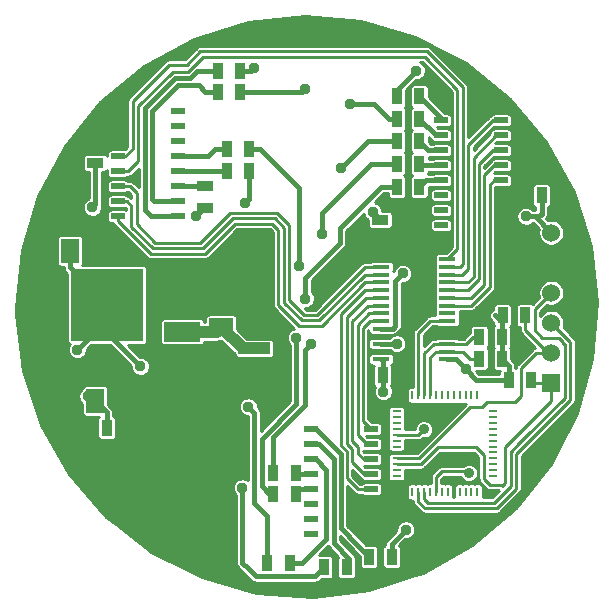
<source format=gbl>
G04 (created by PCBNEW (2013-jul-07)-stable) date tis  3 feb 2015 18:16:58*
%MOIN*%
G04 Gerber Fmt 3.4, Leading zero omitted, Abs format*
%FSLAX34Y34*%
G01*
G70*
G90*
G04 APERTURE LIST*
%ADD10C,0.00590551*%
%ADD11R,0.0315X0.0098*%
%ADD12R,0.0315X0.0099*%
%ADD13R,0.0098X0.0315*%
%ADD14R,0.0099X0.0315*%
%ADD15R,0.0579X0.0165*%
%ADD16R,0.045X0.02*%
%ADD17R,0.035X0.055*%
%ADD18R,0.055X0.035*%
%ADD19R,0.06X0.08*%
%ADD20R,0.106299X0.0393701*%
%ADD21R,0.11811X0.0787402*%
%ADD22R,0.08X0.06*%
%ADD23R,0.12X0.065*%
%ADD24R,0.24X0.24*%
%ADD25R,0.06X0.06*%
%ADD26C,0.06*%
%ADD27C,0.0374016*%
%ADD28C,0.035*%
%ADD29C,0.0393701*%
%ADD30C,0.015748*%
%ADD31C,0.01*%
G04 APERTURE END LIST*
G54D10*
G54D11*
X81737Y-62543D03*
G54D12*
X81737Y-62740D03*
X81737Y-62937D03*
X81737Y-63134D03*
G54D11*
X81737Y-63330D03*
X81737Y-63527D03*
X81737Y-63723D03*
X81737Y-63920D03*
G54D12*
X81737Y-64116D03*
X81737Y-64313D03*
X81737Y-64510D03*
G54D11*
X81737Y-64707D03*
G54D13*
X82268Y-65238D03*
G54D14*
X82465Y-65238D03*
X82662Y-65238D03*
X82859Y-65238D03*
G54D13*
X83055Y-65238D03*
X83252Y-65238D03*
X83448Y-65238D03*
X83645Y-65238D03*
G54D14*
X83841Y-65238D03*
X84038Y-65238D03*
X84235Y-65238D03*
G54D13*
X84432Y-65238D03*
G54D11*
X84963Y-62543D03*
G54D12*
X84963Y-62740D03*
X84963Y-62937D03*
X84963Y-63134D03*
G54D11*
X84963Y-63330D03*
X84963Y-63527D03*
X84963Y-63723D03*
X84963Y-63920D03*
G54D12*
X84963Y-64116D03*
X84963Y-64313D03*
X84963Y-64510D03*
G54D11*
X84963Y-64707D03*
G54D13*
X82268Y-62012D03*
G54D14*
X82465Y-62012D03*
X82662Y-62012D03*
X82859Y-62012D03*
G54D13*
X83055Y-62012D03*
X83252Y-62012D03*
X83448Y-62012D03*
X83645Y-62012D03*
G54D14*
X83841Y-62012D03*
X84038Y-62012D03*
X84235Y-62012D03*
G54D13*
X84432Y-62012D03*
G54D15*
X81223Y-59278D03*
X81223Y-59022D03*
X81223Y-58766D03*
X81223Y-58510D03*
X83425Y-60042D03*
X81223Y-60046D03*
X81223Y-59790D03*
X81223Y-59534D03*
X83427Y-58254D03*
X83427Y-58510D03*
X83427Y-58766D03*
X83427Y-59022D03*
X83427Y-59278D03*
X83427Y-59534D03*
X81223Y-58254D03*
X83425Y-59790D03*
X81223Y-60302D03*
X81223Y-57998D03*
X83427Y-57998D03*
X83427Y-60302D03*
X81223Y-60557D03*
X81223Y-57743D03*
X83427Y-57743D03*
X83427Y-60557D03*
X81223Y-60813D03*
X81223Y-57487D03*
X83427Y-57487D03*
X83427Y-60813D03*
G54D16*
X80900Y-63150D03*
X80900Y-63650D03*
X80900Y-64150D03*
X80900Y-64650D03*
X80900Y-65150D03*
X80900Y-65650D03*
X80900Y-66150D03*
X80900Y-66650D03*
X78900Y-66650D03*
X78900Y-66150D03*
X78900Y-65650D03*
X78900Y-65150D03*
X78900Y-64650D03*
X78900Y-64150D03*
X78900Y-63650D03*
X78900Y-63150D03*
X72450Y-56050D03*
X72450Y-55550D03*
X72450Y-55050D03*
X72450Y-54550D03*
X72450Y-54050D03*
X72450Y-53550D03*
X72450Y-53050D03*
X72450Y-52550D03*
X74450Y-52550D03*
X74450Y-53050D03*
X74450Y-53550D03*
X74450Y-54050D03*
X74450Y-54550D03*
X74450Y-55050D03*
X74450Y-55550D03*
X74450Y-56050D03*
X85225Y-52850D03*
X85225Y-53350D03*
X85225Y-53850D03*
X85225Y-54350D03*
X85225Y-54850D03*
X85225Y-55350D03*
X85225Y-55850D03*
X85225Y-56350D03*
X83225Y-56350D03*
X83225Y-55850D03*
X83225Y-55350D03*
X83225Y-54850D03*
X83225Y-54350D03*
X83225Y-53850D03*
X83225Y-53350D03*
X83225Y-52850D03*
G54D17*
X80825Y-67400D03*
X81575Y-67400D03*
X80075Y-67750D03*
X79325Y-67750D03*
X78175Y-67600D03*
X77425Y-67600D03*
X78375Y-64600D03*
X77625Y-64600D03*
X78375Y-65300D03*
X77625Y-65300D03*
X85250Y-60075D03*
X84500Y-60075D03*
X85250Y-60800D03*
X84500Y-60800D03*
X85475Y-61500D03*
X86225Y-61500D03*
X85275Y-59350D03*
X86025Y-59350D03*
X75775Y-51200D03*
X76525Y-51200D03*
X75775Y-51900D03*
X76525Y-51900D03*
G54D18*
X75350Y-55025D03*
X75350Y-55775D03*
G54D17*
X76075Y-54550D03*
X76825Y-54550D03*
X76075Y-53800D03*
X76825Y-53800D03*
X82500Y-52050D03*
X81750Y-52050D03*
X82500Y-52800D03*
X81750Y-52800D03*
X82500Y-53550D03*
X81750Y-53550D03*
X82500Y-54300D03*
X81750Y-54300D03*
X82500Y-55075D03*
X81750Y-55075D03*
G54D19*
X71700Y-62200D03*
X73000Y-62200D03*
X70850Y-57200D03*
X72150Y-57200D03*
G54D17*
X81275Y-61350D03*
X82025Y-61350D03*
X72075Y-63100D03*
X72825Y-63100D03*
G54D18*
X71700Y-54275D03*
X71700Y-53525D03*
X81200Y-56175D03*
X81200Y-56925D03*
G54D17*
X86575Y-55350D03*
X85825Y-55350D03*
G54D20*
X77000Y-57700D03*
X77000Y-60455D03*
G54D21*
X77000Y-56912D03*
X77000Y-61243D03*
G54D22*
X75900Y-59750D03*
X75900Y-58450D03*
G54D23*
X74600Y-58100D03*
G54D24*
X72100Y-59000D03*
G54D23*
X74600Y-59900D03*
G54D25*
X86900Y-61600D03*
G54D26*
X86900Y-60600D03*
X86900Y-59600D03*
X86900Y-58600D03*
X86900Y-57600D03*
X86900Y-56600D03*
G54D27*
X82400Y-51200D03*
X80200Y-52300D03*
X79900Y-54450D03*
X79250Y-56650D03*
X78700Y-58800D03*
X77000Y-51100D03*
X78700Y-51800D03*
X75050Y-56050D03*
X76700Y-55600D03*
X78500Y-57700D03*
X82050Y-66500D03*
X76600Y-65100D03*
X76800Y-62400D03*
X78900Y-60300D03*
X78400Y-60100D03*
G54D28*
X84150Y-64600D03*
X82650Y-63150D03*
G54D27*
X80950Y-55900D03*
X71600Y-55750D03*
X71450Y-62050D03*
X71100Y-60500D03*
X73200Y-61050D03*
X86050Y-56050D03*
X84050Y-61150D03*
X81750Y-60300D03*
X81950Y-57950D03*
X81300Y-61900D03*
G54D29*
X74600Y-59900D02*
X75750Y-59900D01*
X75750Y-59900D02*
X75900Y-59750D01*
X77000Y-60455D02*
X76605Y-60455D01*
X76605Y-60455D02*
X75900Y-59750D01*
G54D30*
X75900Y-59750D02*
X76050Y-59750D01*
X76200Y-59900D02*
X75900Y-59750D01*
X76050Y-59750D02*
X76200Y-59900D01*
X81750Y-52050D02*
X81750Y-51850D01*
X81750Y-51850D02*
X82400Y-51200D01*
X81750Y-52800D02*
X81500Y-52800D01*
X81000Y-52300D02*
X80200Y-52300D01*
X81500Y-52800D02*
X81000Y-52300D01*
X81750Y-53550D02*
X80800Y-53550D01*
X80800Y-53550D02*
X79900Y-54450D01*
X81750Y-54300D02*
X80900Y-54300D01*
X79250Y-55950D02*
X79250Y-56650D01*
X80900Y-54300D02*
X79250Y-55950D01*
X79850Y-56950D02*
X78700Y-58100D01*
X78700Y-58100D02*
X78700Y-58800D01*
X81750Y-55075D02*
X81225Y-55075D01*
X79850Y-56450D02*
X79850Y-56950D01*
X81225Y-55075D02*
X79850Y-56450D01*
X76525Y-51200D02*
X76900Y-51200D01*
X76900Y-51200D02*
X77000Y-51100D01*
X76525Y-51900D02*
X78600Y-51900D01*
X78600Y-51900D02*
X78700Y-51800D01*
X75350Y-55775D02*
X75325Y-55775D01*
X75325Y-55775D02*
X75050Y-56050D01*
X76825Y-54550D02*
X76825Y-55475D01*
X76825Y-55475D02*
X76700Y-55600D01*
X76825Y-53800D02*
X77200Y-53800D01*
X78500Y-55100D02*
X78500Y-57700D01*
X77200Y-53800D02*
X78500Y-55100D01*
G54D31*
X81737Y-64116D02*
X82484Y-64116D01*
X84200Y-62400D02*
X84600Y-62400D01*
X82484Y-64116D02*
X84200Y-62400D01*
X86400Y-60600D02*
X86900Y-60600D01*
X85900Y-61100D02*
X86400Y-60600D01*
X85900Y-62050D02*
X85900Y-61100D01*
X85700Y-62250D02*
X85900Y-62050D01*
X84750Y-62250D02*
X85700Y-62250D01*
X84600Y-62400D02*
X84750Y-62250D01*
X86025Y-59350D02*
X86025Y-59825D01*
X86800Y-60600D02*
X86900Y-60600D01*
X86025Y-59825D02*
X86800Y-60600D01*
X82465Y-62012D02*
X82465Y-59935D01*
X82866Y-59534D02*
X83427Y-59534D01*
X82465Y-59935D02*
X82866Y-59534D01*
G54D30*
X81575Y-67400D02*
X81575Y-66975D01*
X81575Y-66975D02*
X82050Y-66500D01*
X76775Y-67775D02*
X77050Y-68050D01*
X79025Y-68050D02*
X79325Y-67750D01*
X77050Y-68050D02*
X79025Y-68050D01*
X76600Y-67600D02*
X76600Y-65100D01*
X76775Y-67775D02*
X76600Y-67600D01*
X77425Y-67600D02*
X77425Y-66025D01*
X77000Y-62600D02*
X76800Y-62400D01*
X77000Y-65600D02*
X77000Y-62600D01*
X77425Y-66025D02*
X77000Y-65600D01*
X77625Y-64600D02*
X77625Y-63410D01*
X78700Y-62335D02*
X78700Y-62200D01*
X77625Y-63410D02*
X78700Y-62335D01*
X78700Y-60500D02*
X78900Y-60300D01*
X78700Y-62200D02*
X78700Y-60500D01*
X77625Y-65300D02*
X77487Y-65300D01*
X77237Y-63462D02*
X78400Y-62300D01*
X77237Y-65050D02*
X77237Y-63462D01*
X77487Y-65300D02*
X77237Y-65050D01*
X78400Y-62300D02*
X78400Y-60100D01*
G54D31*
X83900Y-63750D02*
X84400Y-63750D01*
X84650Y-64800D02*
X84850Y-65000D01*
X84650Y-64000D02*
X84650Y-64800D01*
X84400Y-63750D02*
X84650Y-64000D01*
X82050Y-64313D02*
X82541Y-64313D01*
X83104Y-63750D02*
X83900Y-63750D01*
X82541Y-64313D02*
X83104Y-63750D01*
X85250Y-65050D02*
X85350Y-64950D01*
X85350Y-63750D02*
X85650Y-63450D01*
X85350Y-64950D02*
X85350Y-63750D01*
X85300Y-65000D02*
X85250Y-65050D01*
X85650Y-63450D02*
X86100Y-63000D01*
X86100Y-63000D02*
X86900Y-62200D01*
X86900Y-62200D02*
X86900Y-61600D01*
X81737Y-64313D02*
X82050Y-64313D01*
X84850Y-65000D02*
X85300Y-65000D01*
X86900Y-61600D02*
X86325Y-61600D01*
X86325Y-61600D02*
X86225Y-61500D01*
X82662Y-65238D02*
X82662Y-65462D01*
X85550Y-63895D02*
X85830Y-63615D01*
X85550Y-65050D02*
X85550Y-63895D01*
X85000Y-65600D02*
X85550Y-65050D01*
X82800Y-65600D02*
X85000Y-65600D01*
X82662Y-65462D02*
X82800Y-65600D01*
X85830Y-63615D02*
X86069Y-63375D01*
X87300Y-60300D02*
X87300Y-60254D01*
X87345Y-60300D02*
X87300Y-60300D01*
X87347Y-60302D02*
X87345Y-60300D01*
X86350Y-59150D02*
X86900Y-58600D01*
X86350Y-59850D02*
X86350Y-59150D01*
X86600Y-60100D02*
X86350Y-59850D01*
X87145Y-60100D02*
X86600Y-60100D01*
X87300Y-60254D02*
X87145Y-60100D01*
X86069Y-63375D02*
X87347Y-62097D01*
X87347Y-62097D02*
X87347Y-60302D01*
X84500Y-60075D02*
X84275Y-60075D01*
X84048Y-60302D02*
X83427Y-60302D01*
X84275Y-60075D02*
X84048Y-60302D01*
X82662Y-62012D02*
X82662Y-60613D01*
X82973Y-60302D02*
X83427Y-60302D01*
X82662Y-60613D02*
X82973Y-60302D01*
X83427Y-60557D02*
X83957Y-60557D01*
X84200Y-60800D02*
X84500Y-60800D01*
X83957Y-60557D02*
X84200Y-60800D01*
X82859Y-62012D02*
X82859Y-60741D01*
X83043Y-60557D02*
X83427Y-60557D01*
X82859Y-60741D02*
X83043Y-60557D01*
X82465Y-65238D02*
X82465Y-65565D01*
X85730Y-63969D02*
X86050Y-63650D01*
X85730Y-65124D02*
X85730Y-63969D01*
X85074Y-65780D02*
X85730Y-65124D01*
X82680Y-65780D02*
X85074Y-65780D01*
X82465Y-65565D02*
X82680Y-65780D01*
X86050Y-63650D02*
X86250Y-63450D01*
X87500Y-62200D02*
X87527Y-62172D01*
X87527Y-60227D02*
X87400Y-60100D01*
X87527Y-62172D02*
X87527Y-60227D01*
X86250Y-63450D02*
X87500Y-62200D01*
X87400Y-60100D02*
X86900Y-59600D01*
X83055Y-65238D02*
X83055Y-64745D01*
X84100Y-64550D02*
X84150Y-64600D01*
X83250Y-64550D02*
X84100Y-64550D01*
X83055Y-64745D02*
X83250Y-64550D01*
X81737Y-63330D02*
X82470Y-63330D01*
X82470Y-63330D02*
X82650Y-63150D01*
G54D30*
X81200Y-56175D02*
X81200Y-56150D01*
X81200Y-56150D02*
X80950Y-55900D01*
X71700Y-54275D02*
X71700Y-55650D01*
X71700Y-55650D02*
X71600Y-55750D01*
X71700Y-62200D02*
X71600Y-62200D01*
X71600Y-62200D02*
X71450Y-62050D01*
X72075Y-62575D02*
X71700Y-62200D01*
X72075Y-63100D02*
X72075Y-62575D01*
X70850Y-57200D02*
X70850Y-57750D01*
X70850Y-57750D02*
X72100Y-59000D01*
X72100Y-59000D02*
X72100Y-59500D01*
X72100Y-59500D02*
X71100Y-60500D01*
X72100Y-59000D02*
X72100Y-59950D01*
X72100Y-59950D02*
X73200Y-61050D01*
X86050Y-56050D02*
X86500Y-56050D01*
X86575Y-55975D02*
X86575Y-55350D01*
X86500Y-56050D02*
X86575Y-55975D01*
X86050Y-56050D02*
X86350Y-56050D01*
X86350Y-56050D02*
X86900Y-56600D01*
X84050Y-61150D02*
X84400Y-61500D01*
X84400Y-61500D02*
X85475Y-61500D01*
X83427Y-60813D02*
X83713Y-60813D01*
X83713Y-60813D02*
X84050Y-61150D01*
X81223Y-60302D02*
X81748Y-60302D01*
X81748Y-60302D02*
X81750Y-60300D01*
X81223Y-59790D02*
X81610Y-59790D01*
X81700Y-58200D02*
X81950Y-57950D01*
X81700Y-59700D02*
X81700Y-58200D01*
X81610Y-59790D02*
X81700Y-59700D01*
X81275Y-61350D02*
X81275Y-61875D01*
X81275Y-61875D02*
X81300Y-61900D01*
X81275Y-61350D02*
X81275Y-60865D01*
X81275Y-60865D02*
X81223Y-60813D01*
X85250Y-60075D02*
X85250Y-59575D01*
X85250Y-59575D02*
X85025Y-59350D01*
X85250Y-60800D02*
X85250Y-60075D01*
X85475Y-61500D02*
X85475Y-61025D01*
X85475Y-61025D02*
X85250Y-60800D01*
X77000Y-61243D02*
X75956Y-61243D01*
X75956Y-61243D02*
X75950Y-61250D01*
X77000Y-56912D02*
X77000Y-57700D01*
X72825Y-63100D02*
X72825Y-62375D01*
X72825Y-62375D02*
X73000Y-62200D01*
G54D29*
X75900Y-58450D02*
X75900Y-57700D01*
X75900Y-57700D02*
X75900Y-57800D01*
X75900Y-57800D02*
X75900Y-57700D01*
X77000Y-57700D02*
X75900Y-57700D01*
X75900Y-57700D02*
X75000Y-57700D01*
X75000Y-57700D02*
X74600Y-58100D01*
G54D31*
X81223Y-57998D02*
X80692Y-57998D01*
X72750Y-55550D02*
X72450Y-55550D01*
X72900Y-55700D02*
X72750Y-55550D01*
X72900Y-56395D02*
X72900Y-55700D01*
X73624Y-57119D02*
X72900Y-56395D01*
X75275Y-57119D02*
X73624Y-57119D01*
X76275Y-56119D02*
X75275Y-57119D01*
X77674Y-56119D02*
X76275Y-56119D01*
X77980Y-56425D02*
X77674Y-56119D01*
X77980Y-58925D02*
X77980Y-56425D01*
X78574Y-59519D02*
X77980Y-58925D01*
X79170Y-59519D02*
X78574Y-59519D01*
X80692Y-57998D02*
X79170Y-59519D01*
X72950Y-52800D02*
X72950Y-52200D01*
X74150Y-51000D02*
X74750Y-51000D01*
X72950Y-52200D02*
X74150Y-51000D01*
X79050Y-50550D02*
X75200Y-50550D01*
X75200Y-50550D02*
X74750Y-51000D01*
X83427Y-57743D02*
X83856Y-57743D01*
X82750Y-50550D02*
X79050Y-50550D01*
X83949Y-51749D02*
X82750Y-50550D01*
X83949Y-57650D02*
X83949Y-51749D01*
X83856Y-57743D02*
X83949Y-57650D01*
X72700Y-54050D02*
X72450Y-54050D01*
X72950Y-53800D02*
X72700Y-54050D01*
X72950Y-52800D02*
X72950Y-53800D01*
X74777Y-51227D02*
X74272Y-51227D01*
X73130Y-52369D02*
X73130Y-52950D01*
X74272Y-51227D02*
X73130Y-52369D01*
X79450Y-50730D02*
X75274Y-50730D01*
X72800Y-54550D02*
X72450Y-54550D01*
X73130Y-54219D02*
X72800Y-54550D01*
X73130Y-52950D02*
X73130Y-54219D01*
X75274Y-50730D02*
X74777Y-51227D01*
X83427Y-57487D02*
X83769Y-57144D01*
X82675Y-50730D02*
X79450Y-50730D01*
X83769Y-51824D02*
X82675Y-50730D01*
X83769Y-57144D02*
X83769Y-51824D01*
X81223Y-57743D02*
X80693Y-57743D01*
X72850Y-55050D02*
X72450Y-55050D01*
X73080Y-55280D02*
X72850Y-55050D01*
X73080Y-56320D02*
X73080Y-55280D01*
X73699Y-56939D02*
X73080Y-56320D01*
X75200Y-56939D02*
X73699Y-56939D01*
X76200Y-55939D02*
X75200Y-56939D01*
X77749Y-55939D02*
X76200Y-55939D01*
X78160Y-56350D02*
X77749Y-55939D01*
X78160Y-58850D02*
X78160Y-56350D01*
X78649Y-59339D02*
X78160Y-58850D01*
X79096Y-59339D02*
X78649Y-59339D01*
X80693Y-57743D02*
X79096Y-59339D01*
X81223Y-58254D02*
X80691Y-58254D01*
X72450Y-56200D02*
X72450Y-56050D01*
X73550Y-57300D02*
X72450Y-56200D01*
X75350Y-57300D02*
X73550Y-57300D01*
X76350Y-56300D02*
X75350Y-57300D01*
X77600Y-56300D02*
X76350Y-56300D01*
X77800Y-56500D02*
X77600Y-56300D01*
X77800Y-59000D02*
X77800Y-56500D01*
X78500Y-59700D02*
X77800Y-59000D01*
X79245Y-59700D02*
X78500Y-59700D01*
X80691Y-58254D02*
X79245Y-59700D01*
X80900Y-65150D02*
X80450Y-65150D01*
X79900Y-63704D02*
X79900Y-61250D01*
X80083Y-63888D02*
X79900Y-63704D01*
X80083Y-64783D02*
X80083Y-63888D01*
X80450Y-65150D02*
X80083Y-64783D01*
X81223Y-58510D02*
X80690Y-58510D01*
X79900Y-59300D02*
X79900Y-61250D01*
X80690Y-58510D02*
X79900Y-59300D01*
X83427Y-58510D02*
X84129Y-58510D01*
X84489Y-54310D02*
X84950Y-53850D01*
X84489Y-58150D02*
X84489Y-54310D01*
X84129Y-58510D02*
X84489Y-58150D01*
X85225Y-53850D02*
X84950Y-53850D01*
X83427Y-59022D02*
X84228Y-59022D01*
X85000Y-54850D02*
X85225Y-54850D01*
X84850Y-55000D02*
X85000Y-54850D01*
X84850Y-58400D02*
X84850Y-55000D01*
X84228Y-59022D02*
X84850Y-58400D01*
X84050Y-58766D02*
X84229Y-58766D01*
X85000Y-54350D02*
X85225Y-54350D01*
X84669Y-54680D02*
X85000Y-54350D01*
X84669Y-58325D02*
X84669Y-54680D01*
X84229Y-58766D02*
X84669Y-58325D01*
X84050Y-58766D02*
X83427Y-58766D01*
X80900Y-64650D02*
X80663Y-64650D01*
X80080Y-59419D02*
X80734Y-58766D01*
X80080Y-63630D02*
X80080Y-59419D01*
X80263Y-63813D02*
X80080Y-63630D01*
X80263Y-64250D02*
X80263Y-63813D01*
X80663Y-64650D02*
X80263Y-64250D01*
X81223Y-58766D02*
X80734Y-58766D01*
X83427Y-58254D02*
X84131Y-58254D01*
X85050Y-53350D02*
X85225Y-53350D01*
X84309Y-54090D02*
X85050Y-53350D01*
X84309Y-58075D02*
X84309Y-54090D01*
X84131Y-58254D02*
X84309Y-58075D01*
X83427Y-57998D02*
X83931Y-57998D01*
X84950Y-52850D02*
X85225Y-52850D01*
X84129Y-53670D02*
X84950Y-52850D01*
X84129Y-57800D02*
X84129Y-53670D01*
X83931Y-57998D02*
X84129Y-57800D01*
X80900Y-63150D02*
X80620Y-62870D01*
X80620Y-59779D02*
X80866Y-59534D01*
X80620Y-62870D02*
X80620Y-59779D01*
X80866Y-59534D02*
X81223Y-59534D01*
X80900Y-64150D02*
X80643Y-64150D01*
X80260Y-59539D02*
X80778Y-59022D01*
X80260Y-63555D02*
X80260Y-59539D01*
X80450Y-63745D02*
X80260Y-63555D01*
X80450Y-63956D02*
X80450Y-63745D01*
X80643Y-64150D02*
X80450Y-63956D01*
X81223Y-59022D02*
X80778Y-59022D01*
X80900Y-63650D02*
X80740Y-63650D01*
X80440Y-59659D02*
X80822Y-59278D01*
X80440Y-63350D02*
X80440Y-59659D01*
X80740Y-63650D02*
X80440Y-63350D01*
X81223Y-59278D02*
X80822Y-59278D01*
G54D30*
X78900Y-63150D02*
X79050Y-63150D01*
X79874Y-66449D02*
X80425Y-67000D01*
X79874Y-63974D02*
X79874Y-66449D01*
X79050Y-63150D02*
X79874Y-63974D01*
X80425Y-67000D02*
X80825Y-67400D01*
X78900Y-63650D02*
X79164Y-63650D01*
X79637Y-66937D02*
X80162Y-67462D01*
X79637Y-64123D02*
X79637Y-66937D01*
X79164Y-63650D02*
X79637Y-64123D01*
X80162Y-67462D02*
X80162Y-67662D01*
X80162Y-67662D02*
X80075Y-67750D01*
X75775Y-51200D02*
X75100Y-51200D01*
X73550Y-56050D02*
X74450Y-56050D01*
X73350Y-55850D02*
X73550Y-56050D01*
X73350Y-52445D02*
X73350Y-55850D01*
X74345Y-51450D02*
X73350Y-52445D01*
X74850Y-51450D02*
X74345Y-51450D01*
X75100Y-51200D02*
X74850Y-51450D01*
X76075Y-53800D02*
X75700Y-53800D01*
X75450Y-54050D02*
X74450Y-54050D01*
X75700Y-53800D02*
X75450Y-54050D01*
X76075Y-54550D02*
X74450Y-54550D01*
X74450Y-55050D02*
X75325Y-55050D01*
X75325Y-55050D02*
X75350Y-55025D01*
X75775Y-51900D02*
X75350Y-51900D01*
X73650Y-55550D02*
X74450Y-55550D01*
X73587Y-55487D02*
X73650Y-55550D01*
X73587Y-52543D02*
X73587Y-55487D01*
X74443Y-51687D02*
X73587Y-52543D01*
X75137Y-51687D02*
X74443Y-51687D01*
X75350Y-51900D02*
X75137Y-51687D01*
X78900Y-65150D02*
X78525Y-65150D01*
X78525Y-65150D02*
X78375Y-65300D01*
X78900Y-64650D02*
X78425Y-64650D01*
X78425Y-64650D02*
X78375Y-64600D01*
X78900Y-64150D02*
X79050Y-64150D01*
X78600Y-67600D02*
X78175Y-67600D01*
X79400Y-66800D02*
X78600Y-67600D01*
X79400Y-64500D02*
X79400Y-66800D01*
X79050Y-64150D02*
X79400Y-64500D01*
X83225Y-54850D02*
X82725Y-54850D01*
X82725Y-54850D02*
X82500Y-55075D01*
X83225Y-54350D02*
X82550Y-54350D01*
X82550Y-54350D02*
X82500Y-54300D01*
X83225Y-53850D02*
X82800Y-53850D01*
X82800Y-53850D02*
X82500Y-53550D01*
X83225Y-53350D02*
X83050Y-53350D01*
X83050Y-53350D02*
X82500Y-52800D01*
X83225Y-52850D02*
X83225Y-52775D01*
X83225Y-52775D02*
X82500Y-52050D01*
G54D10*
G36*
X88421Y-58919D02*
X88263Y-60802D01*
X87742Y-62619D01*
X87707Y-62686D01*
X87707Y-62172D01*
X87707Y-60227D01*
X87706Y-60211D01*
X87704Y-60194D01*
X87704Y-60193D01*
X87704Y-60192D01*
X87699Y-60176D01*
X87694Y-60160D01*
X87694Y-60160D01*
X87694Y-60159D01*
X87686Y-60144D01*
X87678Y-60129D01*
X87678Y-60128D01*
X87677Y-60128D01*
X87667Y-60115D01*
X87656Y-60102D01*
X87655Y-60100D01*
X87655Y-60100D01*
X87655Y-60100D01*
X87655Y-60100D01*
X87527Y-59972D01*
X87304Y-59749D01*
X87309Y-59736D01*
X87328Y-59654D01*
X87330Y-59557D01*
X87313Y-59475D01*
X87281Y-59397D01*
X87234Y-59326D01*
X87175Y-59267D01*
X87105Y-59219D01*
X87027Y-59187D01*
X86945Y-59170D01*
X86860Y-59169D01*
X86778Y-59185D01*
X86699Y-59217D01*
X86629Y-59263D01*
X86569Y-59322D01*
X86530Y-59379D01*
X86530Y-59224D01*
X86750Y-59003D01*
X86766Y-59010D01*
X86848Y-59029D01*
X86933Y-59030D01*
X87016Y-59016D01*
X87094Y-58985D01*
X87166Y-58940D01*
X87227Y-58882D01*
X87275Y-58813D01*
X87309Y-58736D01*
X87328Y-58654D01*
X87330Y-58557D01*
X87330Y-56557D01*
X87313Y-56475D01*
X87281Y-56397D01*
X87234Y-56326D01*
X87175Y-56267D01*
X87105Y-56219D01*
X87027Y-56187D01*
X86945Y-56170D01*
X86860Y-56169D01*
X86780Y-56185D01*
X86720Y-56125D01*
X86722Y-56122D01*
X86734Y-56107D01*
X86747Y-56092D01*
X86747Y-56091D01*
X86748Y-56091D01*
X86757Y-56074D01*
X86766Y-56057D01*
X86767Y-56056D01*
X86767Y-56055D01*
X86773Y-56036D01*
X86779Y-56018D01*
X86779Y-56017D01*
X86779Y-56016D01*
X86781Y-55997D01*
X86783Y-55977D01*
X86783Y-55975D01*
X86783Y-55975D01*
X86783Y-55975D01*
X86783Y-55975D01*
X86783Y-55750D01*
X86787Y-55750D01*
X86811Y-55740D01*
X86832Y-55726D01*
X86850Y-55708D01*
X86864Y-55687D01*
X86874Y-55663D01*
X86879Y-55638D01*
X86880Y-55613D01*
X86880Y-55062D01*
X86875Y-55037D01*
X86865Y-55013D01*
X86851Y-54992D01*
X86833Y-54974D01*
X86812Y-54960D01*
X86788Y-54950D01*
X86763Y-54945D01*
X86738Y-54944D01*
X86387Y-54944D01*
X86362Y-54949D01*
X86338Y-54959D01*
X86317Y-54973D01*
X86299Y-54991D01*
X86285Y-55012D01*
X86275Y-55036D01*
X86270Y-55061D01*
X86269Y-55086D01*
X86269Y-55637D01*
X86274Y-55662D01*
X86284Y-55686D01*
X86298Y-55707D01*
X86316Y-55725D01*
X86337Y-55739D01*
X86361Y-55749D01*
X86366Y-55750D01*
X86366Y-55841D01*
X86350Y-55841D01*
X86289Y-55841D01*
X86253Y-55804D01*
X86201Y-55769D01*
X86144Y-55745D01*
X86083Y-55733D01*
X86021Y-55732D01*
X85960Y-55744D01*
X85902Y-55767D01*
X85850Y-55801D01*
X85805Y-55845D01*
X85770Y-55896D01*
X85746Y-55953D01*
X85733Y-56014D01*
X85732Y-56076D01*
X85743Y-56137D01*
X85766Y-56195D01*
X85800Y-56247D01*
X85843Y-56292D01*
X85894Y-56328D01*
X85951Y-56352D01*
X86012Y-56366D01*
X86074Y-56367D01*
X86135Y-56356D01*
X86193Y-56334D01*
X86246Y-56301D01*
X86276Y-56271D01*
X86485Y-56480D01*
X86470Y-56551D01*
X86469Y-56636D01*
X86484Y-56719D01*
X86515Y-56797D01*
X86561Y-56868D01*
X86619Y-56929D01*
X86689Y-56977D01*
X86766Y-57010D01*
X86848Y-57029D01*
X86933Y-57030D01*
X87016Y-57016D01*
X87094Y-56985D01*
X87166Y-56940D01*
X87227Y-56882D01*
X87275Y-56813D01*
X87309Y-56736D01*
X87328Y-56654D01*
X87330Y-56557D01*
X87330Y-58557D01*
X87313Y-58475D01*
X87281Y-58397D01*
X87234Y-58326D01*
X87175Y-58267D01*
X87105Y-58219D01*
X87027Y-58187D01*
X86945Y-58170D01*
X86860Y-58169D01*
X86778Y-58185D01*
X86699Y-58217D01*
X86629Y-58263D01*
X86569Y-58322D01*
X86521Y-58391D01*
X86488Y-58469D01*
X86470Y-58551D01*
X86469Y-58636D01*
X86484Y-58719D01*
X86496Y-58748D01*
X86275Y-58969D01*
X86262Y-58960D01*
X86238Y-58950D01*
X86213Y-58945D01*
X86188Y-58944D01*
X85837Y-58944D01*
X85812Y-58949D01*
X85788Y-58959D01*
X85767Y-58973D01*
X85749Y-58991D01*
X85735Y-59012D01*
X85725Y-59036D01*
X85720Y-59061D01*
X85719Y-59086D01*
X85719Y-59637D01*
X85724Y-59662D01*
X85734Y-59686D01*
X85748Y-59707D01*
X85766Y-59725D01*
X85787Y-59739D01*
X85811Y-59749D01*
X85836Y-59754D01*
X85845Y-59754D01*
X85845Y-59825D01*
X85846Y-59841D01*
X85848Y-59858D01*
X85848Y-59859D01*
X85848Y-59859D01*
X85853Y-59875D01*
X85857Y-59891D01*
X85858Y-59892D01*
X85858Y-59893D01*
X85866Y-59908D01*
X85874Y-59923D01*
X85874Y-59923D01*
X85875Y-59924D01*
X85885Y-59937D01*
X85895Y-59950D01*
X85897Y-59951D01*
X85897Y-59951D01*
X85897Y-59951D01*
X85897Y-59952D01*
X86368Y-60422D01*
X86366Y-60423D01*
X86365Y-60423D01*
X86365Y-60423D01*
X86349Y-60428D01*
X86333Y-60432D01*
X86332Y-60433D01*
X86331Y-60433D01*
X86316Y-60441D01*
X86301Y-60449D01*
X86301Y-60449D01*
X86300Y-60450D01*
X86287Y-60460D01*
X86274Y-60470D01*
X86273Y-60472D01*
X86273Y-60472D01*
X86273Y-60472D01*
X86272Y-60472D01*
X85772Y-60972D01*
X85762Y-60985D01*
X85751Y-60998D01*
X85751Y-60999D01*
X85750Y-60999D01*
X85742Y-61014D01*
X85734Y-61029D01*
X85734Y-61029D01*
X85733Y-61030D01*
X85728Y-61046D01*
X85723Y-61062D01*
X85723Y-61063D01*
X85723Y-61064D01*
X85721Y-61081D01*
X85720Y-61097D01*
X85720Y-61099D01*
X85720Y-61099D01*
X85720Y-61099D01*
X85720Y-61100D01*
X85720Y-61115D01*
X85712Y-61110D01*
X85688Y-61100D01*
X85683Y-61099D01*
X85683Y-61025D01*
X85681Y-61005D01*
X85680Y-60986D01*
X85679Y-60985D01*
X85679Y-60984D01*
X85674Y-60966D01*
X85668Y-60947D01*
X85668Y-60946D01*
X85667Y-60945D01*
X85658Y-60928D01*
X85650Y-60911D01*
X85649Y-60910D01*
X85648Y-60909D01*
X85636Y-60894D01*
X85624Y-60879D01*
X85623Y-60877D01*
X85623Y-60877D01*
X85623Y-60877D01*
X85622Y-60877D01*
X85555Y-60809D01*
X85555Y-60512D01*
X85550Y-60487D01*
X85540Y-60463D01*
X85526Y-60442D01*
X85521Y-60437D01*
X85525Y-60433D01*
X85539Y-60412D01*
X85549Y-60388D01*
X85554Y-60363D01*
X85555Y-60338D01*
X85555Y-59787D01*
X85550Y-59762D01*
X85540Y-59738D01*
X85532Y-59726D01*
X85532Y-59726D01*
X85550Y-59708D01*
X85564Y-59687D01*
X85574Y-59663D01*
X85579Y-59638D01*
X85580Y-59613D01*
X85580Y-59062D01*
X85575Y-59037D01*
X85565Y-59013D01*
X85551Y-58992D01*
X85533Y-58974D01*
X85512Y-58960D01*
X85488Y-58950D01*
X85463Y-58945D01*
X85438Y-58944D01*
X85087Y-58944D01*
X85062Y-58949D01*
X85038Y-58959D01*
X85017Y-58973D01*
X84999Y-58991D01*
X84985Y-59012D01*
X84975Y-59036D01*
X84970Y-59061D01*
X84969Y-59086D01*
X84969Y-59149D01*
X84946Y-59156D01*
X84910Y-59175D01*
X84878Y-59201D01*
X84852Y-59232D01*
X84832Y-59268D01*
X84820Y-59307D01*
X84816Y-59347D01*
X84819Y-59388D01*
X84831Y-59427D01*
X84849Y-59463D01*
X84875Y-59495D01*
X84877Y-59497D01*
X84969Y-59590D01*
X84969Y-59637D01*
X84974Y-59662D01*
X84984Y-59686D01*
X84992Y-59698D01*
X84992Y-59698D01*
X84974Y-59716D01*
X84960Y-59737D01*
X84950Y-59761D01*
X84945Y-59786D01*
X84944Y-59811D01*
X84944Y-60362D01*
X84949Y-60387D01*
X84959Y-60411D01*
X84973Y-60432D01*
X84978Y-60437D01*
X84974Y-60441D01*
X84960Y-60462D01*
X84950Y-60486D01*
X84945Y-60511D01*
X84944Y-60536D01*
X84944Y-61087D01*
X84949Y-61112D01*
X84959Y-61136D01*
X84973Y-61157D01*
X84991Y-61175D01*
X85012Y-61189D01*
X85036Y-61199D01*
X85061Y-61204D01*
X85086Y-61205D01*
X85171Y-61205D01*
X85170Y-61211D01*
X85169Y-61236D01*
X85169Y-61291D01*
X84486Y-61291D01*
X84400Y-61205D01*
X84687Y-61205D01*
X84712Y-61200D01*
X84736Y-61190D01*
X84757Y-61176D01*
X84775Y-61158D01*
X84789Y-61137D01*
X84799Y-61113D01*
X84804Y-61088D01*
X84805Y-61063D01*
X84805Y-60512D01*
X84800Y-60487D01*
X84790Y-60463D01*
X84776Y-60442D01*
X84771Y-60437D01*
X84775Y-60433D01*
X84789Y-60412D01*
X84799Y-60388D01*
X84804Y-60363D01*
X84805Y-60338D01*
X84805Y-59787D01*
X84800Y-59762D01*
X84790Y-59738D01*
X84776Y-59717D01*
X84758Y-59699D01*
X84737Y-59685D01*
X84713Y-59675D01*
X84688Y-59670D01*
X84663Y-59669D01*
X84312Y-59669D01*
X84287Y-59674D01*
X84263Y-59684D01*
X84242Y-59698D01*
X84224Y-59716D01*
X84210Y-59737D01*
X84200Y-59761D01*
X84195Y-59786D01*
X84194Y-59811D01*
X84194Y-59914D01*
X84191Y-59916D01*
X84176Y-59924D01*
X84176Y-59924D01*
X84175Y-59925D01*
X84162Y-59935D01*
X84149Y-59945D01*
X84148Y-59947D01*
X84148Y-59947D01*
X84148Y-59947D01*
X84147Y-59947D01*
X83973Y-60122D01*
X83802Y-60122D01*
X83799Y-60118D01*
X83778Y-60104D01*
X83755Y-60094D01*
X83730Y-60089D01*
X83704Y-60089D01*
X83124Y-60089D01*
X83099Y-60094D01*
X83076Y-60104D01*
X83054Y-60118D01*
X83051Y-60122D01*
X82973Y-60122D01*
X82956Y-60123D01*
X82939Y-60125D01*
X82938Y-60125D01*
X82938Y-60125D01*
X82922Y-60130D01*
X82906Y-60134D01*
X82905Y-60135D01*
X82904Y-60135D01*
X82889Y-60143D01*
X82874Y-60151D01*
X82874Y-60151D01*
X82873Y-60152D01*
X82860Y-60162D01*
X82847Y-60172D01*
X82846Y-60174D01*
X82846Y-60174D01*
X82846Y-60174D01*
X82845Y-60174D01*
X82645Y-60375D01*
X82645Y-60009D01*
X82940Y-59714D01*
X83051Y-59714D01*
X83054Y-59717D01*
X83075Y-59731D01*
X83098Y-59741D01*
X83123Y-59746D01*
X83149Y-59746D01*
X83729Y-59746D01*
X83754Y-59741D01*
X83777Y-59731D01*
X83799Y-59717D01*
X83817Y-59699D01*
X83831Y-59678D01*
X83841Y-59655D01*
X83846Y-59630D01*
X83846Y-59604D01*
X83846Y-59438D01*
X83841Y-59413D01*
X83838Y-59406D01*
X83841Y-59399D01*
X83846Y-59374D01*
X83846Y-59348D01*
X83846Y-59202D01*
X84228Y-59202D01*
X84244Y-59200D01*
X84261Y-59198D01*
X84262Y-59198D01*
X84262Y-59198D01*
X84278Y-59193D01*
X84294Y-59189D01*
X84295Y-59188D01*
X84296Y-59188D01*
X84311Y-59180D01*
X84326Y-59172D01*
X84326Y-59172D01*
X84327Y-59171D01*
X84340Y-59161D01*
X84353Y-59151D01*
X84354Y-59149D01*
X84354Y-59149D01*
X84354Y-59149D01*
X84355Y-59149D01*
X84977Y-58527D01*
X84987Y-58514D01*
X84998Y-58501D01*
X84998Y-58500D01*
X84999Y-58500D01*
X85007Y-58485D01*
X85015Y-58470D01*
X85015Y-58470D01*
X85016Y-58469D01*
X85021Y-58453D01*
X85026Y-58437D01*
X85026Y-58436D01*
X85026Y-58435D01*
X85028Y-58419D01*
X85029Y-58402D01*
X85029Y-58400D01*
X85029Y-58400D01*
X85029Y-58400D01*
X85030Y-58400D01*
X85030Y-55080D01*
X85462Y-55080D01*
X85487Y-55075D01*
X85511Y-55065D01*
X85532Y-55051D01*
X85550Y-55033D01*
X85564Y-55012D01*
X85574Y-54988D01*
X85579Y-54963D01*
X85580Y-54938D01*
X85580Y-54737D01*
X85575Y-54712D01*
X85565Y-54688D01*
X85551Y-54667D01*
X85533Y-54649D01*
X85512Y-54635D01*
X85488Y-54625D01*
X85463Y-54620D01*
X85438Y-54619D01*
X84987Y-54619D01*
X84983Y-54620D01*
X85024Y-54580D01*
X85462Y-54580D01*
X85487Y-54575D01*
X85511Y-54565D01*
X85532Y-54551D01*
X85550Y-54533D01*
X85564Y-54512D01*
X85574Y-54488D01*
X85579Y-54463D01*
X85580Y-54438D01*
X85580Y-54237D01*
X85575Y-54212D01*
X85565Y-54188D01*
X85551Y-54167D01*
X85533Y-54149D01*
X85512Y-54135D01*
X85488Y-54125D01*
X85463Y-54120D01*
X85438Y-54119D01*
X84987Y-54119D01*
X84962Y-54124D01*
X84938Y-54134D01*
X84917Y-54148D01*
X84899Y-54166D01*
X84885Y-54187D01*
X84875Y-54211D01*
X84872Y-54222D01*
X84872Y-54222D01*
X84669Y-54425D01*
X84669Y-54384D01*
X84976Y-54077D01*
X84986Y-54079D01*
X85011Y-54080D01*
X85462Y-54080D01*
X85487Y-54075D01*
X85511Y-54065D01*
X85532Y-54051D01*
X85550Y-54033D01*
X85564Y-54012D01*
X85574Y-53988D01*
X85579Y-53963D01*
X85580Y-53938D01*
X85580Y-53737D01*
X85575Y-53712D01*
X85565Y-53688D01*
X85551Y-53667D01*
X85533Y-53649D01*
X85512Y-53635D01*
X85488Y-53625D01*
X85463Y-53620D01*
X85438Y-53619D01*
X85034Y-53619D01*
X85074Y-53580D01*
X85462Y-53580D01*
X85487Y-53575D01*
X85511Y-53565D01*
X85532Y-53551D01*
X85550Y-53533D01*
X85564Y-53512D01*
X85574Y-53488D01*
X85579Y-53463D01*
X85580Y-53438D01*
X85580Y-53237D01*
X85575Y-53212D01*
X85565Y-53188D01*
X85551Y-53167D01*
X85533Y-53149D01*
X85512Y-53135D01*
X85488Y-53125D01*
X85463Y-53120D01*
X85438Y-53119D01*
X84987Y-53119D01*
X84962Y-53124D01*
X84938Y-53134D01*
X84917Y-53148D01*
X84899Y-53166D01*
X84885Y-53187D01*
X84875Y-53211D01*
X84870Y-53236D01*
X84869Y-53261D01*
X84869Y-53275D01*
X84309Y-53835D01*
X84309Y-53744D01*
X84976Y-53077D01*
X84986Y-53079D01*
X85011Y-53080D01*
X85462Y-53080D01*
X85487Y-53075D01*
X85511Y-53065D01*
X85532Y-53051D01*
X85550Y-53033D01*
X85564Y-53012D01*
X85574Y-52988D01*
X85579Y-52963D01*
X85580Y-52938D01*
X85580Y-52737D01*
X85575Y-52712D01*
X85565Y-52688D01*
X85551Y-52667D01*
X85533Y-52649D01*
X85512Y-52635D01*
X85488Y-52625D01*
X85463Y-52620D01*
X85438Y-52619D01*
X84987Y-52619D01*
X84962Y-52624D01*
X84938Y-52634D01*
X84917Y-52648D01*
X84899Y-52666D01*
X84889Y-52680D01*
X84883Y-52682D01*
X84882Y-52683D01*
X84881Y-52683D01*
X84866Y-52691D01*
X84851Y-52699D01*
X84851Y-52699D01*
X84850Y-52700D01*
X84837Y-52710D01*
X84824Y-52720D01*
X84823Y-52722D01*
X84823Y-52722D01*
X84823Y-52722D01*
X84822Y-52722D01*
X84129Y-53415D01*
X84129Y-51749D01*
X84128Y-51733D01*
X84126Y-51716D01*
X84126Y-51715D01*
X84126Y-51715D01*
X84121Y-51699D01*
X84117Y-51683D01*
X84116Y-51682D01*
X84116Y-51681D01*
X84108Y-51666D01*
X84100Y-51651D01*
X84100Y-51651D01*
X84099Y-51650D01*
X84089Y-51637D01*
X84079Y-51624D01*
X84077Y-51623D01*
X84077Y-51623D01*
X84077Y-51623D01*
X84077Y-51622D01*
X82877Y-50422D01*
X82864Y-50412D01*
X82851Y-50401D01*
X82850Y-50401D01*
X82850Y-50400D01*
X82835Y-50392D01*
X82820Y-50384D01*
X82820Y-50384D01*
X82819Y-50383D01*
X82803Y-50378D01*
X82787Y-50373D01*
X82786Y-50373D01*
X82785Y-50373D01*
X82768Y-50371D01*
X82752Y-50370D01*
X82750Y-50370D01*
X82750Y-50370D01*
X82750Y-50370D01*
X82750Y-50370D01*
X79050Y-50370D01*
X75200Y-50370D01*
X75183Y-50371D01*
X75166Y-50373D01*
X75165Y-50373D01*
X75165Y-50373D01*
X75149Y-50378D01*
X75133Y-50382D01*
X75132Y-50383D01*
X75131Y-50383D01*
X75116Y-50391D01*
X75101Y-50399D01*
X75101Y-50399D01*
X75100Y-50400D01*
X75087Y-50410D01*
X75074Y-50420D01*
X75073Y-50422D01*
X75073Y-50422D01*
X75073Y-50422D01*
X75072Y-50422D01*
X74675Y-50820D01*
X74150Y-50820D01*
X74133Y-50821D01*
X74116Y-50823D01*
X74115Y-50823D01*
X74115Y-50823D01*
X74099Y-50828D01*
X74083Y-50832D01*
X74082Y-50833D01*
X74081Y-50833D01*
X74066Y-50841D01*
X74051Y-50849D01*
X74051Y-50849D01*
X74050Y-50850D01*
X74037Y-50860D01*
X74024Y-50870D01*
X74023Y-50872D01*
X74023Y-50872D01*
X74023Y-50872D01*
X74022Y-50872D01*
X72822Y-52072D01*
X72812Y-52085D01*
X72801Y-52098D01*
X72801Y-52099D01*
X72800Y-52099D01*
X72792Y-52114D01*
X72784Y-52129D01*
X72784Y-52129D01*
X72783Y-52130D01*
X72778Y-52146D01*
X72773Y-52162D01*
X72773Y-52163D01*
X72773Y-52164D01*
X72771Y-52181D01*
X72770Y-52197D01*
X72770Y-52199D01*
X72770Y-52199D01*
X72770Y-52199D01*
X72770Y-52200D01*
X72770Y-52800D01*
X72770Y-53725D01*
X72675Y-53819D01*
X72663Y-53819D01*
X72212Y-53819D01*
X72187Y-53824D01*
X72163Y-53834D01*
X72142Y-53848D01*
X72124Y-53866D01*
X72110Y-53887D01*
X72100Y-53911D01*
X72095Y-53936D01*
X72094Y-53961D01*
X72094Y-54049D01*
X72090Y-54038D01*
X72076Y-54017D01*
X72058Y-53999D01*
X72037Y-53985D01*
X72013Y-53975D01*
X71988Y-53970D01*
X71963Y-53969D01*
X71412Y-53969D01*
X71387Y-53974D01*
X71363Y-53984D01*
X71342Y-53998D01*
X71324Y-54016D01*
X71310Y-54037D01*
X71300Y-54061D01*
X71295Y-54086D01*
X71294Y-54111D01*
X71294Y-54462D01*
X71299Y-54487D01*
X71309Y-54511D01*
X71323Y-54532D01*
X71341Y-54550D01*
X71362Y-54564D01*
X71386Y-54574D01*
X71411Y-54579D01*
X71436Y-54580D01*
X71491Y-54580D01*
X71491Y-55452D01*
X71452Y-55467D01*
X71400Y-55501D01*
X71355Y-55545D01*
X71320Y-55596D01*
X71296Y-55653D01*
X71283Y-55714D01*
X71282Y-55776D01*
X71293Y-55837D01*
X71316Y-55895D01*
X71350Y-55947D01*
X71393Y-55992D01*
X71444Y-56028D01*
X71501Y-56052D01*
X71562Y-56066D01*
X71624Y-56067D01*
X71685Y-56056D01*
X71743Y-56034D01*
X71796Y-56001D01*
X71841Y-55958D01*
X71876Y-55907D01*
X71902Y-55850D01*
X71916Y-55789D01*
X71917Y-55718D01*
X71906Y-55668D01*
X71908Y-55652D01*
X71908Y-55650D01*
X71908Y-55650D01*
X71908Y-55650D01*
X71908Y-55650D01*
X71908Y-54580D01*
X71987Y-54580D01*
X72012Y-54575D01*
X72036Y-54565D01*
X72057Y-54551D01*
X72075Y-54533D01*
X72089Y-54512D01*
X72094Y-54500D01*
X72094Y-54662D01*
X72099Y-54687D01*
X72109Y-54711D01*
X72123Y-54732D01*
X72141Y-54750D01*
X72162Y-54764D01*
X72186Y-54774D01*
X72211Y-54779D01*
X72236Y-54780D01*
X72687Y-54780D01*
X72712Y-54775D01*
X72736Y-54765D01*
X72757Y-54751D01*
X72775Y-54733D01*
X72777Y-54730D01*
X72800Y-54730D01*
X72816Y-54728D01*
X72833Y-54726D01*
X72834Y-54726D01*
X72834Y-54726D01*
X72850Y-54721D01*
X72866Y-54717D01*
X72867Y-54716D01*
X72868Y-54716D01*
X72883Y-54708D01*
X72898Y-54700D01*
X72898Y-54700D01*
X72899Y-54699D01*
X72912Y-54689D01*
X72925Y-54679D01*
X72926Y-54677D01*
X72926Y-54677D01*
X72926Y-54677D01*
X72927Y-54677D01*
X73141Y-54463D01*
X73141Y-55086D01*
X72977Y-54922D01*
X72964Y-54912D01*
X72951Y-54901D01*
X72950Y-54901D01*
X72950Y-54900D01*
X72935Y-54892D01*
X72920Y-54884D01*
X72920Y-54884D01*
X72919Y-54883D01*
X72903Y-54878D01*
X72887Y-54873D01*
X72886Y-54873D01*
X72885Y-54873D01*
X72868Y-54871D01*
X72852Y-54870D01*
X72850Y-54870D01*
X72850Y-54870D01*
X72850Y-54870D01*
X72850Y-54870D01*
X72777Y-54870D01*
X72776Y-54867D01*
X72758Y-54849D01*
X72737Y-54835D01*
X72713Y-54825D01*
X72688Y-54820D01*
X72663Y-54819D01*
X72212Y-54819D01*
X72187Y-54824D01*
X72163Y-54834D01*
X72142Y-54848D01*
X72124Y-54866D01*
X72110Y-54887D01*
X72100Y-54911D01*
X72095Y-54936D01*
X72094Y-54961D01*
X72094Y-55162D01*
X72099Y-55187D01*
X72109Y-55211D01*
X72123Y-55232D01*
X72141Y-55250D01*
X72162Y-55264D01*
X72186Y-55274D01*
X72211Y-55279D01*
X72236Y-55280D01*
X72687Y-55280D01*
X72712Y-55275D01*
X72736Y-55265D01*
X72757Y-55251D01*
X72775Y-55233D01*
X72776Y-55231D01*
X72900Y-55354D01*
X72900Y-55445D01*
X72877Y-55422D01*
X72864Y-55412D01*
X72851Y-55401D01*
X72850Y-55401D01*
X72850Y-55400D01*
X72835Y-55392D01*
X72820Y-55384D01*
X72820Y-55384D01*
X72819Y-55383D01*
X72803Y-55378D01*
X72787Y-55373D01*
X72786Y-55373D01*
X72785Y-55373D01*
X72779Y-55372D01*
X72776Y-55367D01*
X72758Y-55349D01*
X72737Y-55335D01*
X72713Y-55325D01*
X72688Y-55320D01*
X72663Y-55319D01*
X72212Y-55319D01*
X72187Y-55324D01*
X72163Y-55334D01*
X72142Y-55348D01*
X72124Y-55366D01*
X72110Y-55387D01*
X72100Y-55411D01*
X72095Y-55436D01*
X72094Y-55461D01*
X72094Y-55662D01*
X72099Y-55687D01*
X72109Y-55711D01*
X72123Y-55732D01*
X72141Y-55750D01*
X72162Y-55764D01*
X72186Y-55774D01*
X72211Y-55779D01*
X72236Y-55780D01*
X72687Y-55780D01*
X72712Y-55775D01*
X72718Y-55772D01*
X72720Y-55774D01*
X72720Y-55827D01*
X72713Y-55825D01*
X72688Y-55820D01*
X72663Y-55819D01*
X72212Y-55819D01*
X72187Y-55824D01*
X72163Y-55834D01*
X72142Y-55848D01*
X72124Y-55866D01*
X72110Y-55887D01*
X72100Y-55911D01*
X72095Y-55936D01*
X72094Y-55961D01*
X72094Y-56162D01*
X72099Y-56187D01*
X72109Y-56211D01*
X72123Y-56232D01*
X72141Y-56250D01*
X72162Y-56264D01*
X72186Y-56274D01*
X72211Y-56279D01*
X72236Y-56280D01*
X72289Y-56280D01*
X72291Y-56283D01*
X72299Y-56298D01*
X72299Y-56298D01*
X72300Y-56299D01*
X72310Y-56312D01*
X72320Y-56325D01*
X72322Y-56326D01*
X72322Y-56326D01*
X72322Y-56326D01*
X72322Y-56327D01*
X73422Y-57427D01*
X73435Y-57437D01*
X73448Y-57448D01*
X73449Y-57448D01*
X73449Y-57449D01*
X73464Y-57457D01*
X73479Y-57465D01*
X73479Y-57465D01*
X73480Y-57466D01*
X73496Y-57471D01*
X73512Y-57476D01*
X73513Y-57476D01*
X73514Y-57476D01*
X73530Y-57478D01*
X73547Y-57479D01*
X73549Y-57479D01*
X73549Y-57479D01*
X73549Y-57479D01*
X73550Y-57480D01*
X75350Y-57480D01*
X75366Y-57478D01*
X75383Y-57476D01*
X75384Y-57476D01*
X75384Y-57476D01*
X75400Y-57471D01*
X75416Y-57467D01*
X75417Y-57466D01*
X75418Y-57466D01*
X75433Y-57458D01*
X75448Y-57450D01*
X75448Y-57450D01*
X75449Y-57449D01*
X75462Y-57439D01*
X75475Y-57429D01*
X75476Y-57427D01*
X75476Y-57427D01*
X75476Y-57427D01*
X75477Y-57427D01*
X76424Y-56480D01*
X77525Y-56480D01*
X77620Y-56574D01*
X77620Y-59000D01*
X77621Y-59016D01*
X77623Y-59033D01*
X77623Y-59034D01*
X77623Y-59034D01*
X77628Y-59050D01*
X77632Y-59066D01*
X77633Y-59067D01*
X77633Y-59068D01*
X77641Y-59083D01*
X77649Y-59098D01*
X77649Y-59098D01*
X77650Y-59099D01*
X77660Y-59112D01*
X77670Y-59125D01*
X77672Y-59126D01*
X77672Y-59126D01*
X77672Y-59126D01*
X77672Y-59127D01*
X78335Y-59789D01*
X78310Y-59794D01*
X78252Y-59817D01*
X78200Y-59851D01*
X78155Y-59895D01*
X78120Y-59946D01*
X78096Y-60003D01*
X78083Y-60064D01*
X78082Y-60126D01*
X78093Y-60187D01*
X78116Y-60245D01*
X78150Y-60297D01*
X78191Y-60340D01*
X78191Y-62213D01*
X77661Y-62743D01*
X77661Y-60640D01*
X77661Y-60246D01*
X77656Y-60221D01*
X77646Y-60197D01*
X77632Y-60176D01*
X77614Y-60158D01*
X77593Y-60144D01*
X77570Y-60134D01*
X77545Y-60129D01*
X77519Y-60128D01*
X76741Y-60129D01*
X76430Y-59817D01*
X76430Y-59437D01*
X76425Y-59412D01*
X76415Y-59388D01*
X76401Y-59367D01*
X76383Y-59349D01*
X76362Y-59335D01*
X76338Y-59325D01*
X76313Y-59320D01*
X76288Y-59319D01*
X75487Y-59319D01*
X75462Y-59324D01*
X75438Y-59334D01*
X75417Y-59348D01*
X75399Y-59366D01*
X75385Y-59387D01*
X75375Y-59411D01*
X75370Y-59436D01*
X75369Y-59461D01*
X75369Y-59573D01*
X75330Y-59573D01*
X75330Y-59562D01*
X75325Y-59537D01*
X75315Y-59513D01*
X75301Y-59492D01*
X75283Y-59474D01*
X75262Y-59460D01*
X75238Y-59450D01*
X75213Y-59445D01*
X75188Y-59444D01*
X73987Y-59444D01*
X73962Y-59449D01*
X73938Y-59459D01*
X73917Y-59473D01*
X73899Y-59491D01*
X73885Y-59512D01*
X73875Y-59536D01*
X73870Y-59561D01*
X73869Y-59586D01*
X73869Y-60237D01*
X73874Y-60262D01*
X73884Y-60286D01*
X73898Y-60307D01*
X73916Y-60325D01*
X73937Y-60339D01*
X73961Y-60349D01*
X73986Y-60354D01*
X74011Y-60355D01*
X75212Y-60355D01*
X75237Y-60350D01*
X75261Y-60340D01*
X75282Y-60326D01*
X75300Y-60308D01*
X75314Y-60287D01*
X75324Y-60263D01*
X75329Y-60238D01*
X75329Y-60226D01*
X75750Y-60226D01*
X75780Y-60223D01*
X75810Y-60221D01*
X75811Y-60220D01*
X75813Y-60220D01*
X75842Y-60211D01*
X75871Y-60203D01*
X75872Y-60202D01*
X75874Y-60202D01*
X75884Y-60196D01*
X76338Y-60650D01*
X76338Y-60665D01*
X76343Y-60690D01*
X76353Y-60714D01*
X76367Y-60735D01*
X76385Y-60753D01*
X76406Y-60767D01*
X76429Y-60777D01*
X76454Y-60782D01*
X76480Y-60782D01*
X77544Y-60782D01*
X77569Y-60777D01*
X77592Y-60768D01*
X77614Y-60753D01*
X77632Y-60736D01*
X77646Y-60714D01*
X77656Y-60691D01*
X77661Y-60666D01*
X77661Y-60640D01*
X77661Y-62743D01*
X77208Y-63196D01*
X77208Y-62600D01*
X77206Y-62580D01*
X77205Y-62561D01*
X77204Y-62560D01*
X77204Y-62559D01*
X77199Y-62541D01*
X77193Y-62522D01*
X77193Y-62521D01*
X77192Y-62520D01*
X77183Y-62503D01*
X77175Y-62486D01*
X77174Y-62485D01*
X77173Y-62484D01*
X77161Y-62469D01*
X77149Y-62454D01*
X77148Y-62452D01*
X77148Y-62452D01*
X77148Y-62452D01*
X77147Y-62452D01*
X77116Y-62421D01*
X77117Y-62368D01*
X77104Y-62307D01*
X77081Y-62250D01*
X77046Y-62198D01*
X77003Y-62154D01*
X76951Y-62119D01*
X76894Y-62095D01*
X76833Y-62083D01*
X76771Y-62082D01*
X76710Y-62094D01*
X76652Y-62117D01*
X76600Y-62151D01*
X76555Y-62195D01*
X76520Y-62246D01*
X76496Y-62303D01*
X76483Y-62364D01*
X76482Y-62426D01*
X76493Y-62487D01*
X76516Y-62545D01*
X76550Y-62597D01*
X76593Y-62642D01*
X76644Y-62678D01*
X76701Y-62702D01*
X76762Y-62716D01*
X76791Y-62716D01*
X76791Y-64846D01*
X76751Y-64819D01*
X76694Y-64795D01*
X76633Y-64783D01*
X76571Y-64782D01*
X76510Y-64794D01*
X76452Y-64817D01*
X76400Y-64851D01*
X76355Y-64895D01*
X76320Y-64946D01*
X76296Y-65003D01*
X76283Y-65064D01*
X76282Y-65126D01*
X76293Y-65187D01*
X76316Y-65245D01*
X76350Y-65297D01*
X76391Y-65340D01*
X76391Y-67600D01*
X76393Y-67619D01*
X76394Y-67638D01*
X76395Y-67639D01*
X76395Y-67640D01*
X76400Y-67658D01*
X76406Y-67677D01*
X76406Y-67678D01*
X76407Y-67679D01*
X76416Y-67696D01*
X76424Y-67713D01*
X76425Y-67714D01*
X76426Y-67715D01*
X76438Y-67730D01*
X76450Y-67745D01*
X76451Y-67747D01*
X76451Y-67747D01*
X76451Y-67747D01*
X76452Y-67747D01*
X76627Y-67922D01*
X76627Y-67922D01*
X76902Y-68197D01*
X76917Y-68209D01*
X76932Y-68222D01*
X76933Y-68222D01*
X76933Y-68223D01*
X76950Y-68232D01*
X76967Y-68241D01*
X76968Y-68242D01*
X76969Y-68242D01*
X76988Y-68248D01*
X77006Y-68254D01*
X77007Y-68254D01*
X77008Y-68254D01*
X77027Y-68256D01*
X77047Y-68258D01*
X77049Y-68258D01*
X77049Y-68258D01*
X77049Y-68258D01*
X77050Y-68258D01*
X79025Y-68258D01*
X79044Y-68256D01*
X79063Y-68255D01*
X79064Y-68254D01*
X79065Y-68254D01*
X79083Y-68249D01*
X79102Y-68243D01*
X79103Y-68243D01*
X79104Y-68242D01*
X79121Y-68233D01*
X79138Y-68225D01*
X79139Y-68224D01*
X79140Y-68223D01*
X79155Y-68211D01*
X79170Y-68199D01*
X79172Y-68198D01*
X79172Y-68198D01*
X79172Y-68198D01*
X79172Y-68197D01*
X79215Y-68155D01*
X79512Y-68155D01*
X79537Y-68150D01*
X79561Y-68140D01*
X79582Y-68126D01*
X79600Y-68108D01*
X79614Y-68087D01*
X79624Y-68063D01*
X79629Y-68038D01*
X79630Y-68013D01*
X79630Y-67462D01*
X79625Y-67437D01*
X79615Y-67413D01*
X79601Y-67392D01*
X79583Y-67374D01*
X79562Y-67360D01*
X79538Y-67350D01*
X79513Y-67345D01*
X79488Y-67344D01*
X79150Y-67344D01*
X79456Y-67039D01*
X79462Y-67051D01*
X79463Y-67052D01*
X79463Y-67052D01*
X79475Y-67067D01*
X79487Y-67083D01*
X79489Y-67084D01*
X79489Y-67084D01*
X79489Y-67084D01*
X79489Y-67085D01*
X79798Y-67393D01*
X79785Y-67412D01*
X79775Y-67436D01*
X79770Y-67461D01*
X79769Y-67486D01*
X79769Y-68037D01*
X79774Y-68062D01*
X79784Y-68086D01*
X79798Y-68107D01*
X79816Y-68125D01*
X79837Y-68139D01*
X79861Y-68149D01*
X79886Y-68154D01*
X79911Y-68155D01*
X80262Y-68155D01*
X80287Y-68150D01*
X80311Y-68140D01*
X80332Y-68126D01*
X80350Y-68108D01*
X80364Y-68087D01*
X80374Y-68063D01*
X80379Y-68038D01*
X80380Y-68013D01*
X80380Y-67462D01*
X80375Y-67437D01*
X80365Y-67413D01*
X80364Y-67412D01*
X80361Y-67403D01*
X80356Y-67384D01*
X80355Y-67384D01*
X80355Y-67382D01*
X80346Y-67365D01*
X80337Y-67348D01*
X80336Y-67347D01*
X80336Y-67347D01*
X80324Y-67332D01*
X80312Y-67316D01*
X80310Y-67315D01*
X80310Y-67315D01*
X80310Y-67315D01*
X80310Y-67314D01*
X79846Y-66851D01*
X79846Y-66716D01*
X80277Y-67147D01*
X80519Y-67390D01*
X80519Y-67687D01*
X80524Y-67712D01*
X80534Y-67736D01*
X80548Y-67757D01*
X80566Y-67775D01*
X80587Y-67789D01*
X80611Y-67799D01*
X80636Y-67804D01*
X80661Y-67805D01*
X81012Y-67805D01*
X81037Y-67800D01*
X81061Y-67790D01*
X81082Y-67776D01*
X81100Y-67758D01*
X81114Y-67737D01*
X81124Y-67713D01*
X81129Y-67688D01*
X81130Y-67663D01*
X81130Y-67112D01*
X81125Y-67087D01*
X81115Y-67063D01*
X81101Y-67042D01*
X81083Y-67024D01*
X81062Y-67010D01*
X81038Y-67000D01*
X81013Y-66995D01*
X80988Y-66994D01*
X80715Y-66994D01*
X80572Y-66852D01*
X80083Y-66363D01*
X80083Y-65038D01*
X80322Y-65277D01*
X80335Y-65287D01*
X80348Y-65298D01*
X80349Y-65298D01*
X80349Y-65299D01*
X80364Y-65307D01*
X80379Y-65315D01*
X80379Y-65315D01*
X80380Y-65316D01*
X80396Y-65321D01*
X80412Y-65326D01*
X80413Y-65326D01*
X80414Y-65326D01*
X80430Y-65328D01*
X80447Y-65329D01*
X80449Y-65329D01*
X80449Y-65329D01*
X80449Y-65329D01*
X80450Y-65330D01*
X80572Y-65330D01*
X80573Y-65332D01*
X80591Y-65350D01*
X80612Y-65364D01*
X80636Y-65374D01*
X80661Y-65379D01*
X80686Y-65380D01*
X81137Y-65380D01*
X81162Y-65375D01*
X81186Y-65365D01*
X81207Y-65351D01*
X81225Y-65333D01*
X81239Y-65312D01*
X81249Y-65288D01*
X81254Y-65263D01*
X81255Y-65238D01*
X81255Y-65037D01*
X81250Y-65012D01*
X81240Y-64988D01*
X81226Y-64967D01*
X81208Y-64949D01*
X81187Y-64935D01*
X81163Y-64925D01*
X81138Y-64920D01*
X81113Y-64919D01*
X80662Y-64919D01*
X80637Y-64924D01*
X80613Y-64934D01*
X80592Y-64948D01*
X80574Y-64966D01*
X80572Y-64970D01*
X80524Y-64970D01*
X80263Y-64709D01*
X80263Y-64504D01*
X80536Y-64777D01*
X80549Y-64787D01*
X80550Y-64788D01*
X80559Y-64811D01*
X80573Y-64832D01*
X80591Y-64850D01*
X80612Y-64864D01*
X80636Y-64874D01*
X80661Y-64879D01*
X80686Y-64880D01*
X81137Y-64880D01*
X81162Y-64875D01*
X81186Y-64865D01*
X81207Y-64851D01*
X81225Y-64833D01*
X81239Y-64812D01*
X81249Y-64788D01*
X81254Y-64763D01*
X81255Y-64738D01*
X81255Y-64537D01*
X81250Y-64512D01*
X81240Y-64488D01*
X81226Y-64467D01*
X81208Y-64449D01*
X81187Y-64435D01*
X81163Y-64425D01*
X81138Y-64420D01*
X81113Y-64419D01*
X80688Y-64419D01*
X80644Y-64376D01*
X80661Y-64379D01*
X80686Y-64380D01*
X81137Y-64380D01*
X81162Y-64375D01*
X81186Y-64365D01*
X81207Y-64351D01*
X81225Y-64333D01*
X81239Y-64312D01*
X81249Y-64288D01*
X81254Y-64263D01*
X81255Y-64238D01*
X81255Y-64037D01*
X81250Y-64012D01*
X81240Y-63988D01*
X81226Y-63967D01*
X81208Y-63949D01*
X81187Y-63935D01*
X81163Y-63925D01*
X81138Y-63920D01*
X81113Y-63919D01*
X80668Y-63919D01*
X80630Y-63881D01*
X80630Y-63872D01*
X80636Y-63874D01*
X80661Y-63879D01*
X80686Y-63880D01*
X81137Y-63880D01*
X81162Y-63875D01*
X81186Y-63865D01*
X81207Y-63851D01*
X81225Y-63833D01*
X81239Y-63812D01*
X81249Y-63788D01*
X81254Y-63763D01*
X81255Y-63738D01*
X81255Y-63537D01*
X81250Y-63512D01*
X81240Y-63488D01*
X81226Y-63467D01*
X81208Y-63449D01*
X81187Y-63435D01*
X81163Y-63425D01*
X81138Y-63420D01*
X81113Y-63419D01*
X80764Y-63419D01*
X80724Y-63380D01*
X81137Y-63380D01*
X81162Y-63375D01*
X81186Y-63365D01*
X81207Y-63351D01*
X81225Y-63333D01*
X81239Y-63312D01*
X81249Y-63288D01*
X81254Y-63263D01*
X81255Y-63238D01*
X81255Y-63037D01*
X81250Y-63012D01*
X81240Y-62988D01*
X81226Y-62967D01*
X81208Y-62949D01*
X81187Y-62935D01*
X81163Y-62925D01*
X81138Y-62920D01*
X81113Y-62919D01*
X80924Y-62919D01*
X80800Y-62795D01*
X80800Y-59854D01*
X80803Y-59851D01*
X80803Y-59885D01*
X80808Y-59910D01*
X80818Y-59933D01*
X80832Y-59955D01*
X80850Y-59973D01*
X80871Y-59987D01*
X80894Y-59997D01*
X80919Y-60002D01*
X80945Y-60002D01*
X81525Y-60002D01*
X81544Y-59998D01*
X81610Y-59998D01*
X81629Y-59996D01*
X81648Y-59995D01*
X81649Y-59994D01*
X81650Y-59994D01*
X81668Y-59989D01*
X81687Y-59983D01*
X81688Y-59983D01*
X81689Y-59982D01*
X81706Y-59973D01*
X81723Y-59965D01*
X81724Y-59964D01*
X81725Y-59963D01*
X81740Y-59951D01*
X81755Y-59939D01*
X81757Y-59938D01*
X81757Y-59938D01*
X81757Y-59938D01*
X81757Y-59937D01*
X81847Y-59847D01*
X81859Y-59832D01*
X81872Y-59817D01*
X81872Y-59816D01*
X81873Y-59816D01*
X81882Y-59799D01*
X81891Y-59782D01*
X81892Y-59781D01*
X81892Y-59780D01*
X81898Y-59761D01*
X81904Y-59743D01*
X81904Y-59742D01*
X81904Y-59741D01*
X81906Y-59722D01*
X81908Y-59702D01*
X81908Y-59700D01*
X81908Y-59700D01*
X81908Y-59700D01*
X81908Y-59700D01*
X81908Y-58286D01*
X81928Y-58266D01*
X81974Y-58267D01*
X82035Y-58256D01*
X82093Y-58234D01*
X82146Y-58201D01*
X82191Y-58158D01*
X82226Y-58107D01*
X82252Y-58050D01*
X82266Y-57989D01*
X82267Y-57918D01*
X82254Y-57857D01*
X82231Y-57800D01*
X82196Y-57748D01*
X82153Y-57704D01*
X82101Y-57669D01*
X82044Y-57645D01*
X81983Y-57633D01*
X81921Y-57632D01*
X81860Y-57644D01*
X81802Y-57667D01*
X81750Y-57701D01*
X81705Y-57745D01*
X81670Y-57796D01*
X81646Y-57853D01*
X81639Y-57886D01*
X81637Y-57877D01*
X81634Y-57870D01*
X81637Y-57864D01*
X81642Y-57839D01*
X81642Y-57813D01*
X81642Y-57647D01*
X81637Y-57622D01*
X81627Y-57599D01*
X81613Y-57577D01*
X81595Y-57559D01*
X81574Y-57545D01*
X81551Y-57535D01*
X81526Y-57530D01*
X81500Y-57530D01*
X80920Y-57530D01*
X80895Y-57535D01*
X80872Y-57545D01*
X80850Y-57559D01*
X80847Y-57563D01*
X80693Y-57563D01*
X80676Y-57564D01*
X80660Y-57566D01*
X80659Y-57566D01*
X80658Y-57566D01*
X80642Y-57571D01*
X80626Y-57575D01*
X80625Y-57576D01*
X80624Y-57576D01*
X80610Y-57584D01*
X80595Y-57592D01*
X80594Y-57592D01*
X80593Y-57593D01*
X80580Y-57603D01*
X80567Y-57613D01*
X80566Y-57615D01*
X80566Y-57615D01*
X80566Y-57615D01*
X80566Y-57615D01*
X79021Y-59159D01*
X78723Y-59159D01*
X78680Y-59116D01*
X78724Y-59117D01*
X78785Y-59106D01*
X78843Y-59084D01*
X78896Y-59051D01*
X78941Y-59008D01*
X78976Y-58957D01*
X79002Y-58900D01*
X79016Y-58839D01*
X79017Y-58768D01*
X79004Y-58707D01*
X78981Y-58650D01*
X78946Y-58598D01*
X78908Y-58560D01*
X78908Y-58186D01*
X79997Y-57097D01*
X80009Y-57082D01*
X80022Y-57067D01*
X80022Y-57066D01*
X80023Y-57066D01*
X80032Y-57049D01*
X80041Y-57032D01*
X80042Y-57031D01*
X80042Y-57030D01*
X80048Y-57011D01*
X80054Y-56993D01*
X80054Y-56992D01*
X80054Y-56991D01*
X80056Y-56972D01*
X80058Y-56952D01*
X80058Y-56950D01*
X80058Y-56950D01*
X80058Y-56950D01*
X80058Y-56950D01*
X80058Y-56536D01*
X80638Y-55957D01*
X80643Y-55987D01*
X80666Y-56045D01*
X80700Y-56097D01*
X80743Y-56142D01*
X80794Y-56178D01*
X80794Y-56178D01*
X80794Y-56362D01*
X80799Y-56387D01*
X80809Y-56411D01*
X80823Y-56432D01*
X80841Y-56450D01*
X80862Y-56464D01*
X80886Y-56474D01*
X80911Y-56479D01*
X80936Y-56480D01*
X81487Y-56480D01*
X81512Y-56475D01*
X81536Y-56465D01*
X81557Y-56451D01*
X81575Y-56433D01*
X81589Y-56412D01*
X81599Y-56388D01*
X81604Y-56363D01*
X81605Y-56338D01*
X81605Y-55987D01*
X81600Y-55962D01*
X81590Y-55938D01*
X81576Y-55917D01*
X81558Y-55899D01*
X81537Y-55885D01*
X81513Y-55875D01*
X81488Y-55870D01*
X81463Y-55869D01*
X81267Y-55869D01*
X81267Y-55868D01*
X81254Y-55807D01*
X81231Y-55750D01*
X81196Y-55698D01*
X81153Y-55654D01*
X81101Y-55619D01*
X81044Y-55595D01*
X81007Y-55588D01*
X81311Y-55283D01*
X81444Y-55283D01*
X81444Y-55362D01*
X81449Y-55387D01*
X81459Y-55411D01*
X81473Y-55432D01*
X81491Y-55450D01*
X81512Y-55464D01*
X81536Y-55474D01*
X81561Y-55479D01*
X81586Y-55480D01*
X81937Y-55480D01*
X81962Y-55475D01*
X81986Y-55465D01*
X82007Y-55451D01*
X82025Y-55433D01*
X82039Y-55412D01*
X82049Y-55388D01*
X82054Y-55363D01*
X82055Y-55338D01*
X82055Y-54787D01*
X82050Y-54762D01*
X82040Y-54738D01*
X82026Y-54717D01*
X82008Y-54699D01*
X81990Y-54687D01*
X82007Y-54676D01*
X82025Y-54658D01*
X82039Y-54637D01*
X82049Y-54613D01*
X82054Y-54588D01*
X82055Y-54563D01*
X82055Y-54012D01*
X82050Y-53987D01*
X82040Y-53963D01*
X82026Y-53942D01*
X82008Y-53924D01*
X82025Y-53908D01*
X82039Y-53887D01*
X82049Y-53863D01*
X82054Y-53838D01*
X82055Y-53813D01*
X82055Y-53262D01*
X82050Y-53237D01*
X82040Y-53213D01*
X82026Y-53192D01*
X82008Y-53174D01*
X82025Y-53158D01*
X82039Y-53137D01*
X82049Y-53113D01*
X82054Y-53088D01*
X82055Y-53063D01*
X82055Y-52512D01*
X82050Y-52487D01*
X82040Y-52463D01*
X82026Y-52442D01*
X82008Y-52424D01*
X82025Y-52408D01*
X82039Y-52387D01*
X82049Y-52363D01*
X82054Y-52338D01*
X82055Y-52313D01*
X82055Y-51840D01*
X82378Y-51516D01*
X82424Y-51517D01*
X82485Y-51506D01*
X82543Y-51484D01*
X82596Y-51451D01*
X82641Y-51408D01*
X82676Y-51357D01*
X82702Y-51300D01*
X82716Y-51239D01*
X82717Y-51168D01*
X82704Y-51107D01*
X82681Y-51050D01*
X82646Y-50998D01*
X82603Y-50954D01*
X82551Y-50919D01*
X82528Y-50910D01*
X82600Y-50910D01*
X83589Y-51899D01*
X83589Y-57069D01*
X83580Y-57079D01*
X83580Y-56438D01*
X83580Y-55938D01*
X83580Y-55438D01*
X83580Y-54938D01*
X83580Y-54737D01*
X83575Y-54712D01*
X83565Y-54688D01*
X83551Y-54667D01*
X83533Y-54649D01*
X83512Y-54635D01*
X83488Y-54625D01*
X83463Y-54620D01*
X83438Y-54619D01*
X82987Y-54619D01*
X82962Y-54624D01*
X82938Y-54634D01*
X82928Y-54641D01*
X82787Y-54641D01*
X82789Y-54637D01*
X82799Y-54613D01*
X82804Y-54588D01*
X82805Y-54563D01*
X82805Y-54558D01*
X82928Y-54558D01*
X82937Y-54564D01*
X82961Y-54574D01*
X82986Y-54579D01*
X83011Y-54580D01*
X83462Y-54580D01*
X83487Y-54575D01*
X83511Y-54565D01*
X83532Y-54551D01*
X83550Y-54533D01*
X83564Y-54512D01*
X83574Y-54488D01*
X83579Y-54463D01*
X83580Y-54438D01*
X83580Y-54237D01*
X83575Y-54212D01*
X83565Y-54188D01*
X83551Y-54167D01*
X83533Y-54149D01*
X83512Y-54135D01*
X83488Y-54125D01*
X83463Y-54120D01*
X83438Y-54119D01*
X82987Y-54119D01*
X82962Y-54124D01*
X82938Y-54134D01*
X82928Y-54141D01*
X82805Y-54141D01*
X82805Y-54058D01*
X82928Y-54058D01*
X82937Y-54064D01*
X82961Y-54074D01*
X82986Y-54079D01*
X83011Y-54080D01*
X83462Y-54080D01*
X83487Y-54075D01*
X83511Y-54065D01*
X83532Y-54051D01*
X83550Y-54033D01*
X83564Y-54012D01*
X83574Y-53988D01*
X83579Y-53963D01*
X83580Y-53938D01*
X83580Y-53737D01*
X83575Y-53712D01*
X83565Y-53688D01*
X83551Y-53667D01*
X83533Y-53649D01*
X83512Y-53635D01*
X83488Y-53625D01*
X83463Y-53620D01*
X83438Y-53619D01*
X82987Y-53619D01*
X82962Y-53624D01*
X82938Y-53634D01*
X82928Y-53641D01*
X82886Y-53641D01*
X82805Y-53559D01*
X82805Y-53400D01*
X82870Y-53465D01*
X82874Y-53487D01*
X82884Y-53511D01*
X82898Y-53532D01*
X82916Y-53550D01*
X82937Y-53564D01*
X82961Y-53574D01*
X82986Y-53579D01*
X83011Y-53580D01*
X83462Y-53580D01*
X83487Y-53575D01*
X83511Y-53565D01*
X83532Y-53551D01*
X83550Y-53533D01*
X83564Y-53512D01*
X83574Y-53488D01*
X83579Y-53463D01*
X83580Y-53438D01*
X83580Y-53237D01*
X83575Y-53212D01*
X83565Y-53188D01*
X83551Y-53167D01*
X83533Y-53149D01*
X83512Y-53135D01*
X83488Y-53125D01*
X83463Y-53120D01*
X83438Y-53119D01*
X83115Y-53119D01*
X83075Y-53080D01*
X83462Y-53080D01*
X83487Y-53075D01*
X83511Y-53065D01*
X83532Y-53051D01*
X83550Y-53033D01*
X83564Y-53012D01*
X83574Y-52988D01*
X83579Y-52963D01*
X83580Y-52938D01*
X83580Y-52737D01*
X83575Y-52712D01*
X83565Y-52688D01*
X83551Y-52667D01*
X83533Y-52649D01*
X83512Y-52635D01*
X83488Y-52625D01*
X83463Y-52620D01*
X83438Y-52619D01*
X83365Y-52619D01*
X82805Y-52059D01*
X82805Y-51762D01*
X82800Y-51737D01*
X82790Y-51713D01*
X82776Y-51692D01*
X82758Y-51674D01*
X82737Y-51660D01*
X82713Y-51650D01*
X82688Y-51645D01*
X82663Y-51644D01*
X82312Y-51644D01*
X82287Y-51649D01*
X82263Y-51659D01*
X82242Y-51673D01*
X82224Y-51691D01*
X82210Y-51712D01*
X82200Y-51736D01*
X82195Y-51761D01*
X82194Y-51786D01*
X82194Y-52337D01*
X82199Y-52362D01*
X82209Y-52386D01*
X82223Y-52407D01*
X82241Y-52425D01*
X82224Y-52441D01*
X82210Y-52462D01*
X82200Y-52486D01*
X82195Y-52511D01*
X82194Y-52536D01*
X82194Y-53087D01*
X82199Y-53112D01*
X82209Y-53136D01*
X82223Y-53157D01*
X82241Y-53175D01*
X82224Y-53191D01*
X82210Y-53212D01*
X82200Y-53236D01*
X82195Y-53261D01*
X82194Y-53286D01*
X82194Y-53837D01*
X82199Y-53862D01*
X82209Y-53886D01*
X82223Y-53907D01*
X82241Y-53925D01*
X82224Y-53941D01*
X82210Y-53962D01*
X82200Y-53986D01*
X82195Y-54011D01*
X82194Y-54036D01*
X82194Y-54587D01*
X82199Y-54612D01*
X82209Y-54636D01*
X82223Y-54657D01*
X82241Y-54675D01*
X82259Y-54687D01*
X82242Y-54698D01*
X82224Y-54716D01*
X82210Y-54737D01*
X82200Y-54761D01*
X82195Y-54786D01*
X82194Y-54811D01*
X82194Y-55362D01*
X82199Y-55387D01*
X82209Y-55411D01*
X82223Y-55432D01*
X82241Y-55450D01*
X82262Y-55464D01*
X82286Y-55474D01*
X82311Y-55479D01*
X82336Y-55480D01*
X82687Y-55480D01*
X82712Y-55475D01*
X82736Y-55465D01*
X82757Y-55451D01*
X82775Y-55433D01*
X82789Y-55412D01*
X82799Y-55388D01*
X82804Y-55363D01*
X82805Y-55338D01*
X82805Y-55065D01*
X82811Y-55058D01*
X82928Y-55058D01*
X82937Y-55064D01*
X82961Y-55074D01*
X82986Y-55079D01*
X83011Y-55080D01*
X83462Y-55080D01*
X83487Y-55075D01*
X83511Y-55065D01*
X83532Y-55051D01*
X83550Y-55033D01*
X83564Y-55012D01*
X83574Y-54988D01*
X83579Y-54963D01*
X83580Y-54938D01*
X83580Y-55438D01*
X83580Y-55237D01*
X83575Y-55212D01*
X83565Y-55188D01*
X83551Y-55167D01*
X83533Y-55149D01*
X83512Y-55135D01*
X83488Y-55125D01*
X83463Y-55120D01*
X83438Y-55119D01*
X82987Y-55119D01*
X82962Y-55124D01*
X82938Y-55134D01*
X82917Y-55148D01*
X82899Y-55166D01*
X82885Y-55187D01*
X82875Y-55211D01*
X82870Y-55236D01*
X82869Y-55261D01*
X82869Y-55462D01*
X82874Y-55487D01*
X82884Y-55511D01*
X82898Y-55532D01*
X82916Y-55550D01*
X82937Y-55564D01*
X82961Y-55574D01*
X82986Y-55579D01*
X83011Y-55580D01*
X83462Y-55580D01*
X83487Y-55575D01*
X83511Y-55565D01*
X83532Y-55551D01*
X83550Y-55533D01*
X83564Y-55512D01*
X83574Y-55488D01*
X83579Y-55463D01*
X83580Y-55438D01*
X83580Y-55938D01*
X83580Y-55737D01*
X83575Y-55712D01*
X83565Y-55688D01*
X83551Y-55667D01*
X83533Y-55649D01*
X83512Y-55635D01*
X83488Y-55625D01*
X83463Y-55620D01*
X83438Y-55619D01*
X82987Y-55619D01*
X82962Y-55624D01*
X82938Y-55634D01*
X82917Y-55648D01*
X82899Y-55666D01*
X82885Y-55687D01*
X82875Y-55711D01*
X82870Y-55736D01*
X82869Y-55761D01*
X82869Y-55962D01*
X82874Y-55987D01*
X82884Y-56011D01*
X82898Y-56032D01*
X82916Y-56050D01*
X82937Y-56064D01*
X82961Y-56074D01*
X82986Y-56079D01*
X83011Y-56080D01*
X83462Y-56080D01*
X83487Y-56075D01*
X83511Y-56065D01*
X83532Y-56051D01*
X83550Y-56033D01*
X83564Y-56012D01*
X83574Y-55988D01*
X83579Y-55963D01*
X83580Y-55938D01*
X83580Y-56438D01*
X83580Y-56237D01*
X83575Y-56212D01*
X83565Y-56188D01*
X83551Y-56167D01*
X83533Y-56149D01*
X83512Y-56135D01*
X83488Y-56125D01*
X83463Y-56120D01*
X83438Y-56119D01*
X82987Y-56119D01*
X82962Y-56124D01*
X82938Y-56134D01*
X82917Y-56148D01*
X82899Y-56166D01*
X82885Y-56187D01*
X82875Y-56211D01*
X82870Y-56236D01*
X82869Y-56261D01*
X82869Y-56462D01*
X82874Y-56487D01*
X82884Y-56511D01*
X82898Y-56532D01*
X82916Y-56550D01*
X82937Y-56564D01*
X82961Y-56574D01*
X82986Y-56579D01*
X83011Y-56580D01*
X83462Y-56580D01*
X83487Y-56575D01*
X83511Y-56565D01*
X83532Y-56551D01*
X83550Y-56533D01*
X83564Y-56512D01*
X83574Y-56488D01*
X83579Y-56463D01*
X83580Y-56438D01*
X83580Y-57079D01*
X83384Y-57274D01*
X83124Y-57274D01*
X83099Y-57279D01*
X83076Y-57289D01*
X83054Y-57303D01*
X83036Y-57321D01*
X83022Y-57342D01*
X83012Y-57365D01*
X83007Y-57390D01*
X83007Y-57416D01*
X83007Y-57582D01*
X83012Y-57607D01*
X83015Y-57614D01*
X83012Y-57621D01*
X83007Y-57646D01*
X83007Y-57672D01*
X83007Y-57838D01*
X83012Y-57863D01*
X83015Y-57870D01*
X83012Y-57876D01*
X83007Y-57901D01*
X83007Y-57927D01*
X83007Y-58093D01*
X83012Y-58118D01*
X83015Y-58125D01*
X83012Y-58132D01*
X83007Y-58157D01*
X83007Y-58183D01*
X83007Y-58349D01*
X83012Y-58374D01*
X83015Y-58381D01*
X83012Y-58388D01*
X83007Y-58413D01*
X83007Y-58439D01*
X83007Y-58605D01*
X83012Y-58630D01*
X83015Y-58637D01*
X83012Y-58644D01*
X83007Y-58669D01*
X83007Y-58695D01*
X83007Y-58861D01*
X83012Y-58886D01*
X83015Y-58893D01*
X83012Y-58900D01*
X83007Y-58925D01*
X83007Y-58951D01*
X83007Y-59117D01*
X83012Y-59142D01*
X83015Y-59149D01*
X83012Y-59156D01*
X83007Y-59181D01*
X83007Y-59207D01*
X83007Y-59354D01*
X82866Y-59354D01*
X82849Y-59355D01*
X82832Y-59357D01*
X82831Y-59357D01*
X82831Y-59357D01*
X82815Y-59362D01*
X82799Y-59366D01*
X82798Y-59367D01*
X82797Y-59367D01*
X82782Y-59375D01*
X82767Y-59383D01*
X82767Y-59383D01*
X82766Y-59384D01*
X82753Y-59394D01*
X82740Y-59404D01*
X82739Y-59406D01*
X82739Y-59406D01*
X82739Y-59406D01*
X82738Y-59406D01*
X82337Y-59807D01*
X82327Y-59820D01*
X82316Y-59833D01*
X82316Y-59834D01*
X82315Y-59834D01*
X82307Y-59849D01*
X82299Y-59864D01*
X82299Y-59864D01*
X82298Y-59865D01*
X82293Y-59881D01*
X82288Y-59897D01*
X82288Y-59898D01*
X82288Y-59899D01*
X82286Y-59916D01*
X82285Y-59932D01*
X82285Y-59934D01*
X82285Y-59934D01*
X82285Y-59934D01*
X82285Y-59935D01*
X82285Y-61724D01*
X82206Y-61724D01*
X82181Y-61729D01*
X82157Y-61739D01*
X82136Y-61753D01*
X82118Y-61771D01*
X82104Y-61792D01*
X82094Y-61815D01*
X82089Y-61840D01*
X82088Y-61866D01*
X82088Y-62182D01*
X82093Y-62207D01*
X82103Y-62230D01*
X82117Y-62252D01*
X82135Y-62270D01*
X82156Y-62284D01*
X82180Y-62294D01*
X82205Y-62299D01*
X82230Y-62299D01*
X82329Y-62299D01*
X82354Y-62294D01*
X82366Y-62289D01*
X82376Y-62294D01*
X82401Y-62299D01*
X82427Y-62299D01*
X82527Y-62299D01*
X82552Y-62294D01*
X82563Y-62289D01*
X82573Y-62294D01*
X82598Y-62299D01*
X82624Y-62299D01*
X82724Y-62299D01*
X82749Y-62294D01*
X82760Y-62289D01*
X82770Y-62294D01*
X82795Y-62299D01*
X82821Y-62299D01*
X82921Y-62299D01*
X82946Y-62294D01*
X82957Y-62290D01*
X82967Y-62294D01*
X82992Y-62299D01*
X83017Y-62299D01*
X83116Y-62299D01*
X83141Y-62294D01*
X83153Y-62289D01*
X83164Y-62294D01*
X83189Y-62299D01*
X83214Y-62299D01*
X83313Y-62299D01*
X83338Y-62294D01*
X83349Y-62289D01*
X83360Y-62294D01*
X83385Y-62299D01*
X83410Y-62299D01*
X83509Y-62299D01*
X83534Y-62294D01*
X83546Y-62289D01*
X83557Y-62294D01*
X83582Y-62299D01*
X83607Y-62299D01*
X83706Y-62299D01*
X83731Y-62294D01*
X83742Y-62290D01*
X83752Y-62294D01*
X83777Y-62299D01*
X83803Y-62299D01*
X83903Y-62299D01*
X83928Y-62294D01*
X83939Y-62289D01*
X83949Y-62294D01*
X83974Y-62299D01*
X84000Y-62299D01*
X84045Y-62299D01*
X82955Y-63390D01*
X82955Y-63120D01*
X82943Y-63061D01*
X82920Y-63006D01*
X82887Y-62956D01*
X82845Y-62913D01*
X82795Y-62880D01*
X82740Y-62857D01*
X82682Y-62845D01*
X82622Y-62844D01*
X82563Y-62855D01*
X82508Y-62878D01*
X82457Y-62911D01*
X82415Y-62953D01*
X82381Y-63002D01*
X82357Y-63057D01*
X82345Y-63115D01*
X82344Y-63150D01*
X82067Y-63150D01*
X82067Y-60268D01*
X82054Y-60207D01*
X82031Y-60150D01*
X81996Y-60098D01*
X81953Y-60054D01*
X81901Y-60019D01*
X81844Y-59995D01*
X81783Y-59983D01*
X81721Y-59982D01*
X81660Y-59994D01*
X81602Y-60017D01*
X81550Y-60051D01*
X81511Y-60089D01*
X81500Y-60089D01*
X80920Y-60089D01*
X80895Y-60094D01*
X80872Y-60104D01*
X80850Y-60118D01*
X80832Y-60136D01*
X80818Y-60157D01*
X80808Y-60180D01*
X80803Y-60205D01*
X80803Y-60231D01*
X80803Y-60397D01*
X80808Y-60422D01*
X80818Y-60445D01*
X80832Y-60467D01*
X80850Y-60485D01*
X80871Y-60499D01*
X80894Y-60509D01*
X80919Y-60514D01*
X80945Y-60514D01*
X81516Y-60514D01*
X81543Y-60542D01*
X81594Y-60578D01*
X81651Y-60602D01*
X81712Y-60616D01*
X81774Y-60617D01*
X81835Y-60606D01*
X81893Y-60584D01*
X81946Y-60551D01*
X81991Y-60508D01*
X82026Y-60457D01*
X82052Y-60400D01*
X82066Y-60339D01*
X82067Y-60268D01*
X82067Y-63150D01*
X82024Y-63150D01*
X82024Y-63071D01*
X82019Y-63046D01*
X82014Y-63035D01*
X82019Y-63025D01*
X82024Y-63000D01*
X82024Y-62974D01*
X82024Y-62874D01*
X82019Y-62849D01*
X82014Y-62838D01*
X82019Y-62828D01*
X82024Y-62803D01*
X82024Y-62777D01*
X82024Y-62677D01*
X82019Y-62652D01*
X82014Y-62641D01*
X82019Y-62630D01*
X82024Y-62605D01*
X82024Y-62580D01*
X82024Y-62481D01*
X82019Y-62456D01*
X82009Y-62432D01*
X81995Y-62411D01*
X81977Y-62393D01*
X81956Y-62379D01*
X81933Y-62369D01*
X81908Y-62364D01*
X81882Y-62363D01*
X81642Y-62363D01*
X81642Y-60883D01*
X81642Y-60717D01*
X81637Y-60692D01*
X81627Y-60669D01*
X81613Y-60647D01*
X81595Y-60629D01*
X81574Y-60615D01*
X81551Y-60605D01*
X81526Y-60600D01*
X81500Y-60600D01*
X80920Y-60600D01*
X80895Y-60605D01*
X80872Y-60615D01*
X80850Y-60629D01*
X80832Y-60647D01*
X80818Y-60668D01*
X80808Y-60691D01*
X80803Y-60716D01*
X80803Y-60742D01*
X80803Y-60908D01*
X80808Y-60933D01*
X80818Y-60956D01*
X80832Y-60978D01*
X80850Y-60996D01*
X80871Y-61010D01*
X80894Y-61020D01*
X80919Y-61025D01*
X80945Y-61025D01*
X80979Y-61025D01*
X80975Y-61036D01*
X80970Y-61061D01*
X80969Y-61086D01*
X80969Y-61637D01*
X80974Y-61662D01*
X80984Y-61686D01*
X80998Y-61707D01*
X81016Y-61725D01*
X81029Y-61734D01*
X81020Y-61746D01*
X80996Y-61803D01*
X80983Y-61864D01*
X80982Y-61926D01*
X80993Y-61987D01*
X81016Y-62045D01*
X81050Y-62097D01*
X81093Y-62142D01*
X81144Y-62178D01*
X81201Y-62202D01*
X81262Y-62216D01*
X81324Y-62217D01*
X81385Y-62206D01*
X81443Y-62184D01*
X81496Y-62151D01*
X81541Y-62108D01*
X81576Y-62057D01*
X81602Y-62000D01*
X81616Y-61939D01*
X81617Y-61868D01*
X81604Y-61807D01*
X81581Y-61750D01*
X81551Y-61706D01*
X81564Y-61687D01*
X81574Y-61663D01*
X81579Y-61638D01*
X81580Y-61613D01*
X81580Y-61062D01*
X81575Y-61037D01*
X81565Y-61014D01*
X81573Y-61010D01*
X81595Y-60996D01*
X81613Y-60978D01*
X81627Y-60957D01*
X81637Y-60934D01*
X81642Y-60909D01*
X81642Y-60883D01*
X81642Y-62363D01*
X81566Y-62363D01*
X81541Y-62368D01*
X81518Y-62378D01*
X81496Y-62392D01*
X81478Y-62410D01*
X81464Y-62431D01*
X81454Y-62455D01*
X81449Y-62480D01*
X81449Y-62505D01*
X81449Y-62604D01*
X81454Y-62629D01*
X81459Y-62641D01*
X81454Y-62651D01*
X81449Y-62676D01*
X81449Y-62702D01*
X81449Y-62802D01*
X81454Y-62827D01*
X81459Y-62838D01*
X81454Y-62848D01*
X81449Y-62873D01*
X81449Y-62899D01*
X81449Y-62999D01*
X81454Y-63024D01*
X81459Y-63035D01*
X81454Y-63045D01*
X81449Y-63070D01*
X81449Y-63096D01*
X81449Y-63196D01*
X81454Y-63221D01*
X81458Y-63232D01*
X81454Y-63242D01*
X81449Y-63267D01*
X81449Y-63292D01*
X81449Y-63391D01*
X81454Y-63416D01*
X81459Y-63428D01*
X81454Y-63439D01*
X81449Y-63464D01*
X81449Y-63489D01*
X81449Y-63588D01*
X81454Y-63613D01*
X81459Y-63624D01*
X81454Y-63635D01*
X81449Y-63660D01*
X81449Y-63685D01*
X81449Y-63784D01*
X81454Y-63809D01*
X81464Y-63833D01*
X81478Y-63854D01*
X81496Y-63872D01*
X81517Y-63886D01*
X81540Y-63896D01*
X81565Y-63901D01*
X81591Y-63902D01*
X81907Y-63902D01*
X81932Y-63897D01*
X81955Y-63887D01*
X81977Y-63873D01*
X81995Y-63855D01*
X82009Y-63834D01*
X82019Y-63810D01*
X82024Y-63785D01*
X82024Y-63760D01*
X82024Y-63661D01*
X82019Y-63636D01*
X82014Y-63625D01*
X82019Y-63614D01*
X82024Y-63589D01*
X82024Y-63564D01*
X82024Y-63510D01*
X82470Y-63510D01*
X82486Y-63508D01*
X82503Y-63506D01*
X82504Y-63506D01*
X82504Y-63506D01*
X82520Y-63501D01*
X82536Y-63497D01*
X82537Y-63496D01*
X82538Y-63496D01*
X82553Y-63488D01*
X82568Y-63480D01*
X82568Y-63480D01*
X82569Y-63479D01*
X82582Y-63469D01*
X82595Y-63459D01*
X82596Y-63457D01*
X82596Y-63457D01*
X82596Y-63457D01*
X82597Y-63457D01*
X82602Y-63451D01*
X82613Y-63454D01*
X82673Y-63455D01*
X82732Y-63445D01*
X82788Y-63423D01*
X82838Y-63391D01*
X82882Y-63350D01*
X82916Y-63301D01*
X82940Y-63246D01*
X82954Y-63188D01*
X82955Y-63120D01*
X82955Y-63390D01*
X82409Y-63936D01*
X81737Y-63936D01*
X81732Y-63936D01*
X81566Y-63936D01*
X81541Y-63941D01*
X81518Y-63951D01*
X81496Y-63965D01*
X81478Y-63983D01*
X81464Y-64004D01*
X81454Y-64027D01*
X81449Y-64052D01*
X81449Y-64078D01*
X81449Y-64178D01*
X81454Y-64203D01*
X81459Y-64214D01*
X81454Y-64224D01*
X81449Y-64249D01*
X81449Y-64275D01*
X81449Y-64375D01*
X81454Y-64400D01*
X81459Y-64411D01*
X81454Y-64421D01*
X81449Y-64446D01*
X81449Y-64472D01*
X81449Y-64572D01*
X81454Y-64597D01*
X81459Y-64608D01*
X81454Y-64619D01*
X81449Y-64644D01*
X81449Y-64669D01*
X81449Y-64768D01*
X81454Y-64793D01*
X81464Y-64817D01*
X81478Y-64838D01*
X81496Y-64856D01*
X81517Y-64870D01*
X81540Y-64880D01*
X81565Y-64885D01*
X81591Y-64886D01*
X81907Y-64886D01*
X81932Y-64881D01*
X81955Y-64871D01*
X81977Y-64857D01*
X81995Y-64839D01*
X82009Y-64818D01*
X82019Y-64794D01*
X82024Y-64769D01*
X82024Y-64744D01*
X82024Y-64645D01*
X82019Y-64620D01*
X82014Y-64608D01*
X82019Y-64598D01*
X82024Y-64573D01*
X82024Y-64547D01*
X82024Y-64493D01*
X82050Y-64493D01*
X82541Y-64493D01*
X82558Y-64491D01*
X82574Y-64489D01*
X82575Y-64489D01*
X82576Y-64489D01*
X82592Y-64484D01*
X82608Y-64480D01*
X82609Y-64479D01*
X82610Y-64479D01*
X82624Y-64471D01*
X82639Y-64463D01*
X82640Y-64463D01*
X82641Y-64462D01*
X82654Y-64452D01*
X82667Y-64442D01*
X82668Y-64440D01*
X82668Y-64440D01*
X82668Y-64440D01*
X82668Y-64440D01*
X83179Y-63930D01*
X83900Y-63930D01*
X84325Y-63930D01*
X84470Y-64074D01*
X84470Y-64800D01*
X84471Y-64816D01*
X84473Y-64833D01*
X84473Y-64834D01*
X84473Y-64834D01*
X84478Y-64850D01*
X84482Y-64866D01*
X84483Y-64867D01*
X84483Y-64868D01*
X84491Y-64883D01*
X84499Y-64898D01*
X84499Y-64898D01*
X84500Y-64899D01*
X84510Y-64912D01*
X84520Y-64925D01*
X84522Y-64926D01*
X84522Y-64926D01*
X84522Y-64926D01*
X84522Y-64927D01*
X84722Y-65127D01*
X84735Y-65137D01*
X84748Y-65148D01*
X84749Y-65148D01*
X84749Y-65149D01*
X84764Y-65157D01*
X84779Y-65165D01*
X84779Y-65165D01*
X84780Y-65166D01*
X84796Y-65171D01*
X84812Y-65176D01*
X84813Y-65176D01*
X84814Y-65176D01*
X84830Y-65178D01*
X84847Y-65179D01*
X84849Y-65179D01*
X84849Y-65179D01*
X84849Y-65179D01*
X84850Y-65180D01*
X85126Y-65180D01*
X85147Y-65197D01*
X84925Y-65420D01*
X84608Y-65420D01*
X84610Y-65409D01*
X84611Y-65383D01*
X84611Y-65067D01*
X84606Y-65042D01*
X84596Y-65019D01*
X84582Y-64997D01*
X84564Y-64979D01*
X84543Y-64965D01*
X84519Y-64955D01*
X84494Y-64950D01*
X84469Y-64950D01*
X84370Y-64950D01*
X84345Y-64955D01*
X84333Y-64960D01*
X84323Y-64955D01*
X84298Y-64950D01*
X84272Y-64950D01*
X84172Y-64950D01*
X84147Y-64955D01*
X84136Y-64960D01*
X84126Y-64955D01*
X84101Y-64950D01*
X84075Y-64950D01*
X83975Y-64950D01*
X83950Y-64955D01*
X83939Y-64960D01*
X83929Y-64955D01*
X83904Y-64950D01*
X83878Y-64950D01*
X83778Y-64950D01*
X83753Y-64955D01*
X83730Y-64965D01*
X83708Y-64979D01*
X83690Y-64997D01*
X83676Y-65018D01*
X83666Y-65041D01*
X83661Y-65066D01*
X83661Y-65092D01*
X83661Y-65408D01*
X83663Y-65420D01*
X83624Y-65420D01*
X83626Y-65409D01*
X83627Y-65383D01*
X83627Y-65067D01*
X83622Y-65042D01*
X83612Y-65019D01*
X83598Y-64997D01*
X83580Y-64979D01*
X83559Y-64965D01*
X83535Y-64955D01*
X83510Y-64950D01*
X83485Y-64950D01*
X83386Y-64950D01*
X83361Y-64955D01*
X83350Y-64960D01*
X83339Y-64955D01*
X83314Y-64950D01*
X83289Y-64950D01*
X83235Y-64950D01*
X83235Y-64819D01*
X83324Y-64730D01*
X83873Y-64730D01*
X83877Y-64740D01*
X83909Y-64790D01*
X83951Y-64833D01*
X84000Y-64867D01*
X84055Y-64891D01*
X84113Y-64904D01*
X84173Y-64905D01*
X84232Y-64895D01*
X84288Y-64873D01*
X84338Y-64841D01*
X84382Y-64800D01*
X84416Y-64751D01*
X84440Y-64696D01*
X84454Y-64638D01*
X84455Y-64570D01*
X84443Y-64511D01*
X84420Y-64456D01*
X84387Y-64406D01*
X84345Y-64363D01*
X84295Y-64330D01*
X84240Y-64307D01*
X84182Y-64295D01*
X84122Y-64294D01*
X84063Y-64305D01*
X84008Y-64328D01*
X83957Y-64361D01*
X83948Y-64370D01*
X83250Y-64370D01*
X83233Y-64371D01*
X83216Y-64373D01*
X83215Y-64373D01*
X83215Y-64373D01*
X83199Y-64378D01*
X83183Y-64382D01*
X83182Y-64383D01*
X83181Y-64383D01*
X83166Y-64391D01*
X83151Y-64399D01*
X83151Y-64399D01*
X83150Y-64400D01*
X83137Y-64410D01*
X83124Y-64420D01*
X83123Y-64422D01*
X83123Y-64422D01*
X83123Y-64422D01*
X83122Y-64422D01*
X82927Y-64617D01*
X82917Y-64630D01*
X82906Y-64643D01*
X82906Y-64644D01*
X82905Y-64644D01*
X82897Y-64659D01*
X82889Y-64674D01*
X82889Y-64674D01*
X82888Y-64675D01*
X82883Y-64691D01*
X82878Y-64707D01*
X82878Y-64708D01*
X82878Y-64709D01*
X82876Y-64726D01*
X82875Y-64742D01*
X82875Y-64744D01*
X82875Y-64744D01*
X82875Y-64744D01*
X82875Y-64745D01*
X82875Y-64950D01*
X82796Y-64950D01*
X82771Y-64955D01*
X82760Y-64960D01*
X82750Y-64955D01*
X82725Y-64950D01*
X82699Y-64950D01*
X82599Y-64950D01*
X82574Y-64955D01*
X82563Y-64960D01*
X82553Y-64955D01*
X82528Y-64950D01*
X82502Y-64950D01*
X82402Y-64950D01*
X82377Y-64955D01*
X82366Y-64960D01*
X82355Y-64955D01*
X82330Y-64950D01*
X82305Y-64950D01*
X82206Y-64950D01*
X82181Y-64955D01*
X82157Y-64965D01*
X82136Y-64979D01*
X82118Y-64997D01*
X82104Y-65018D01*
X82094Y-65041D01*
X82089Y-65066D01*
X82088Y-65092D01*
X82088Y-65408D01*
X82093Y-65433D01*
X82103Y-65456D01*
X82117Y-65478D01*
X82135Y-65496D01*
X82156Y-65510D01*
X82180Y-65520D01*
X82205Y-65525D01*
X82230Y-65525D01*
X82285Y-65525D01*
X82285Y-65565D01*
X82286Y-65581D01*
X82288Y-65598D01*
X82288Y-65599D01*
X82288Y-65599D01*
X82293Y-65615D01*
X82297Y-65631D01*
X82298Y-65632D01*
X82298Y-65633D01*
X82306Y-65648D01*
X82314Y-65663D01*
X82314Y-65663D01*
X82315Y-65664D01*
X82325Y-65677D01*
X82335Y-65690D01*
X82337Y-65691D01*
X82337Y-65691D01*
X82337Y-65691D01*
X82337Y-65692D01*
X82552Y-65907D01*
X82565Y-65917D01*
X82578Y-65928D01*
X82579Y-65928D01*
X82579Y-65929D01*
X82594Y-65937D01*
X82609Y-65945D01*
X82609Y-65945D01*
X82610Y-65946D01*
X82626Y-65951D01*
X82642Y-65956D01*
X82643Y-65956D01*
X82644Y-65956D01*
X82660Y-65958D01*
X82677Y-65959D01*
X82679Y-65959D01*
X82679Y-65959D01*
X82679Y-65959D01*
X82680Y-65960D01*
X85074Y-65960D01*
X85091Y-65958D01*
X85107Y-65956D01*
X85108Y-65956D01*
X85109Y-65956D01*
X85125Y-65951D01*
X85141Y-65947D01*
X85142Y-65946D01*
X85143Y-65946D01*
X85157Y-65938D01*
X85172Y-65930D01*
X85173Y-65930D01*
X85174Y-65929D01*
X85187Y-65919D01*
X85200Y-65909D01*
X85201Y-65907D01*
X85201Y-65907D01*
X85201Y-65907D01*
X85201Y-65907D01*
X85857Y-65251D01*
X85867Y-65238D01*
X85878Y-65226D01*
X85878Y-65225D01*
X85879Y-65224D01*
X85887Y-65210D01*
X85895Y-65195D01*
X85895Y-65194D01*
X85896Y-65193D01*
X85901Y-65177D01*
X85906Y-65161D01*
X85906Y-65161D01*
X85906Y-65160D01*
X85908Y-65143D01*
X85909Y-65127D01*
X85909Y-65125D01*
X85909Y-65125D01*
X85909Y-65125D01*
X85910Y-65124D01*
X85910Y-64044D01*
X86177Y-63777D01*
X86177Y-63777D01*
X86177Y-63777D01*
X86377Y-63577D01*
X86377Y-63577D01*
X86377Y-63577D01*
X87627Y-62327D01*
X87655Y-62299D01*
X87665Y-62286D01*
X87676Y-62273D01*
X87676Y-62273D01*
X87677Y-62272D01*
X87685Y-62257D01*
X87693Y-62243D01*
X87693Y-62242D01*
X87693Y-62241D01*
X87698Y-62225D01*
X87703Y-62209D01*
X87703Y-62208D01*
X87704Y-62207D01*
X87705Y-62191D01*
X87707Y-62174D01*
X87707Y-62172D01*
X87707Y-62172D01*
X87707Y-62172D01*
X87707Y-62172D01*
X87707Y-62686D01*
X86878Y-64300D01*
X85704Y-65780D01*
X84265Y-67005D01*
X82616Y-67927D01*
X82367Y-68008D01*
X82367Y-66468D01*
X82354Y-66407D01*
X82331Y-66350D01*
X82296Y-66298D01*
X82253Y-66254D01*
X82201Y-66219D01*
X82144Y-66195D01*
X82083Y-66183D01*
X82021Y-66182D01*
X81960Y-66194D01*
X81902Y-66217D01*
X81850Y-66251D01*
X81805Y-66295D01*
X81770Y-66346D01*
X81746Y-66403D01*
X81733Y-66464D01*
X81732Y-66522D01*
X81427Y-66827D01*
X81415Y-66842D01*
X81402Y-66857D01*
X81402Y-66858D01*
X81401Y-66858D01*
X81392Y-66875D01*
X81383Y-66892D01*
X81382Y-66893D01*
X81382Y-66894D01*
X81376Y-66913D01*
X81370Y-66931D01*
X81370Y-66932D01*
X81370Y-66933D01*
X81368Y-66952D01*
X81366Y-66972D01*
X81366Y-66974D01*
X81366Y-66974D01*
X81366Y-66974D01*
X81366Y-66975D01*
X81366Y-66999D01*
X81362Y-66999D01*
X81338Y-67009D01*
X81317Y-67023D01*
X81299Y-67041D01*
X81285Y-67062D01*
X81275Y-67086D01*
X81270Y-67111D01*
X81269Y-67136D01*
X81269Y-67687D01*
X81274Y-67712D01*
X81284Y-67736D01*
X81298Y-67757D01*
X81316Y-67775D01*
X81337Y-67789D01*
X81361Y-67799D01*
X81386Y-67804D01*
X81411Y-67805D01*
X81762Y-67805D01*
X81787Y-67800D01*
X81811Y-67790D01*
X81832Y-67776D01*
X81850Y-67758D01*
X81864Y-67737D01*
X81874Y-67713D01*
X81879Y-67688D01*
X81880Y-67663D01*
X81880Y-67112D01*
X81875Y-67087D01*
X81865Y-67063D01*
X81851Y-67042D01*
X81833Y-67024D01*
X81825Y-67019D01*
X82028Y-66816D01*
X82074Y-66817D01*
X82135Y-66806D01*
X82193Y-66784D01*
X82246Y-66751D01*
X82291Y-66708D01*
X82326Y-66657D01*
X82352Y-66600D01*
X82366Y-66539D01*
X82367Y-66468D01*
X82367Y-68008D01*
X80819Y-68511D01*
X78942Y-68735D01*
X77058Y-68590D01*
X75238Y-68082D01*
X73552Y-67230D01*
X73517Y-67202D01*
X73517Y-61018D01*
X73504Y-60957D01*
X73481Y-60900D01*
X73446Y-60848D01*
X73403Y-60804D01*
X73351Y-60769D01*
X73294Y-60745D01*
X73233Y-60733D01*
X73178Y-60732D01*
X72775Y-60330D01*
X73312Y-60330D01*
X73337Y-60325D01*
X73361Y-60315D01*
X73382Y-60301D01*
X73400Y-60283D01*
X73414Y-60262D01*
X73424Y-60238D01*
X73429Y-60213D01*
X73430Y-60188D01*
X73430Y-57787D01*
X73425Y-57762D01*
X73415Y-57738D01*
X73401Y-57717D01*
X73383Y-57699D01*
X73362Y-57685D01*
X73338Y-57675D01*
X73313Y-57670D01*
X73288Y-57669D01*
X71259Y-57669D01*
X71264Y-57662D01*
X71274Y-57638D01*
X71279Y-57613D01*
X71280Y-57588D01*
X71280Y-56787D01*
X71275Y-56762D01*
X71265Y-56738D01*
X71251Y-56717D01*
X71233Y-56699D01*
X71212Y-56685D01*
X71188Y-56675D01*
X71163Y-56670D01*
X71138Y-56669D01*
X70537Y-56669D01*
X70512Y-56674D01*
X70488Y-56684D01*
X70467Y-56698D01*
X70449Y-56716D01*
X70435Y-56737D01*
X70425Y-56761D01*
X70420Y-56786D01*
X70419Y-56811D01*
X70419Y-57612D01*
X70424Y-57637D01*
X70434Y-57661D01*
X70448Y-57682D01*
X70466Y-57700D01*
X70487Y-57714D01*
X70511Y-57724D01*
X70536Y-57729D01*
X70561Y-57730D01*
X70641Y-57730D01*
X70641Y-57750D01*
X70643Y-57769D01*
X70644Y-57788D01*
X70645Y-57789D01*
X70645Y-57790D01*
X70650Y-57808D01*
X70656Y-57827D01*
X70656Y-57828D01*
X70657Y-57829D01*
X70666Y-57846D01*
X70674Y-57863D01*
X70675Y-57864D01*
X70676Y-57865D01*
X70688Y-57880D01*
X70700Y-57895D01*
X70701Y-57897D01*
X70701Y-57897D01*
X70701Y-57897D01*
X70702Y-57897D01*
X70769Y-57965D01*
X70769Y-60212D01*
X70774Y-60237D01*
X70784Y-60261D01*
X70798Y-60282D01*
X70816Y-60300D01*
X70837Y-60314D01*
X70841Y-60316D01*
X70820Y-60346D01*
X70796Y-60403D01*
X70783Y-60464D01*
X70782Y-60526D01*
X70793Y-60587D01*
X70816Y-60645D01*
X70850Y-60697D01*
X70893Y-60742D01*
X70944Y-60778D01*
X71001Y-60802D01*
X71062Y-60816D01*
X71124Y-60817D01*
X71185Y-60806D01*
X71243Y-60784D01*
X71296Y-60751D01*
X71341Y-60708D01*
X71376Y-60657D01*
X71402Y-60600D01*
X71416Y-60539D01*
X71416Y-60478D01*
X71565Y-60330D01*
X72184Y-60330D01*
X72883Y-61028D01*
X72882Y-61076D01*
X72893Y-61137D01*
X72916Y-61195D01*
X72950Y-61247D01*
X72993Y-61292D01*
X73044Y-61328D01*
X73101Y-61352D01*
X73162Y-61366D01*
X73224Y-61367D01*
X73285Y-61356D01*
X73343Y-61334D01*
X73396Y-61301D01*
X73441Y-61258D01*
X73476Y-61207D01*
X73502Y-61150D01*
X73516Y-61089D01*
X73517Y-61018D01*
X73517Y-67202D01*
X72380Y-66314D01*
X72380Y-63363D01*
X72380Y-62812D01*
X72375Y-62787D01*
X72365Y-62763D01*
X72351Y-62742D01*
X72333Y-62724D01*
X72312Y-62710D01*
X72288Y-62700D01*
X72283Y-62699D01*
X72283Y-62575D01*
X72281Y-62555D01*
X72280Y-62536D01*
X72279Y-62535D01*
X72279Y-62534D01*
X72274Y-62516D01*
X72268Y-62497D01*
X72268Y-62496D01*
X72267Y-62495D01*
X72258Y-62478D01*
X72250Y-62461D01*
X72249Y-62460D01*
X72248Y-62459D01*
X72236Y-62444D01*
X72224Y-62429D01*
X72223Y-62427D01*
X72223Y-62427D01*
X72223Y-62427D01*
X72222Y-62427D01*
X72130Y-62334D01*
X72130Y-61787D01*
X72125Y-61762D01*
X72115Y-61738D01*
X72101Y-61717D01*
X72083Y-61699D01*
X72062Y-61685D01*
X72038Y-61675D01*
X72013Y-61670D01*
X71988Y-61669D01*
X71387Y-61669D01*
X71362Y-61674D01*
X71338Y-61684D01*
X71317Y-61698D01*
X71299Y-61716D01*
X71285Y-61737D01*
X71275Y-61761D01*
X71270Y-61786D01*
X71270Y-61788D01*
X71250Y-61801D01*
X71205Y-61845D01*
X71170Y-61896D01*
X71146Y-61953D01*
X71133Y-62014D01*
X71132Y-62076D01*
X71143Y-62137D01*
X71166Y-62195D01*
X71200Y-62247D01*
X71243Y-62292D01*
X71269Y-62310D01*
X71269Y-62612D01*
X71274Y-62637D01*
X71284Y-62661D01*
X71298Y-62682D01*
X71316Y-62700D01*
X71337Y-62714D01*
X71361Y-62724D01*
X71386Y-62729D01*
X71411Y-62730D01*
X71811Y-62730D01*
X71799Y-62741D01*
X71785Y-62762D01*
X71775Y-62786D01*
X71770Y-62811D01*
X71769Y-62836D01*
X71769Y-63387D01*
X71774Y-63412D01*
X71784Y-63436D01*
X71798Y-63457D01*
X71816Y-63475D01*
X71837Y-63489D01*
X71861Y-63499D01*
X71886Y-63504D01*
X71911Y-63505D01*
X72262Y-63505D01*
X72287Y-63500D01*
X72311Y-63490D01*
X72332Y-63476D01*
X72350Y-63458D01*
X72364Y-63437D01*
X72374Y-63413D01*
X72379Y-63388D01*
X72380Y-63363D01*
X72380Y-66314D01*
X72063Y-66066D01*
X70828Y-64636D01*
X69895Y-62993D01*
X69298Y-61200D01*
X69060Y-59318D01*
X69057Y-59061D01*
X69242Y-57174D01*
X69788Y-55365D01*
X70675Y-53697D01*
X71869Y-52232D01*
X73325Y-51028D01*
X74988Y-50129D01*
X76793Y-49570D01*
X78672Y-49373D01*
X80554Y-49544D01*
X82367Y-50077D01*
X84041Y-50953D01*
X85514Y-52137D01*
X86729Y-53584D01*
X87639Y-55240D01*
X88210Y-57042D01*
X88421Y-58919D01*
X88421Y-58919D01*
G37*
G54D31*
X88421Y-58919D02*
X88263Y-60802D01*
X87742Y-62619D01*
X87707Y-62686D01*
X87707Y-62172D01*
X87707Y-60227D01*
X87706Y-60211D01*
X87704Y-60194D01*
X87704Y-60193D01*
X87704Y-60192D01*
X87699Y-60176D01*
X87694Y-60160D01*
X87694Y-60160D01*
X87694Y-60159D01*
X87686Y-60144D01*
X87678Y-60129D01*
X87678Y-60128D01*
X87677Y-60128D01*
X87667Y-60115D01*
X87656Y-60102D01*
X87655Y-60100D01*
X87655Y-60100D01*
X87655Y-60100D01*
X87655Y-60100D01*
X87527Y-59972D01*
X87304Y-59749D01*
X87309Y-59736D01*
X87328Y-59654D01*
X87330Y-59557D01*
X87313Y-59475D01*
X87281Y-59397D01*
X87234Y-59326D01*
X87175Y-59267D01*
X87105Y-59219D01*
X87027Y-59187D01*
X86945Y-59170D01*
X86860Y-59169D01*
X86778Y-59185D01*
X86699Y-59217D01*
X86629Y-59263D01*
X86569Y-59322D01*
X86530Y-59379D01*
X86530Y-59224D01*
X86750Y-59003D01*
X86766Y-59010D01*
X86848Y-59029D01*
X86933Y-59030D01*
X87016Y-59016D01*
X87094Y-58985D01*
X87166Y-58940D01*
X87227Y-58882D01*
X87275Y-58813D01*
X87309Y-58736D01*
X87328Y-58654D01*
X87330Y-58557D01*
X87330Y-56557D01*
X87313Y-56475D01*
X87281Y-56397D01*
X87234Y-56326D01*
X87175Y-56267D01*
X87105Y-56219D01*
X87027Y-56187D01*
X86945Y-56170D01*
X86860Y-56169D01*
X86780Y-56185D01*
X86720Y-56125D01*
X86722Y-56122D01*
X86734Y-56107D01*
X86747Y-56092D01*
X86747Y-56091D01*
X86748Y-56091D01*
X86757Y-56074D01*
X86766Y-56057D01*
X86767Y-56056D01*
X86767Y-56055D01*
X86773Y-56036D01*
X86779Y-56018D01*
X86779Y-56017D01*
X86779Y-56016D01*
X86781Y-55997D01*
X86783Y-55977D01*
X86783Y-55975D01*
X86783Y-55975D01*
X86783Y-55975D01*
X86783Y-55975D01*
X86783Y-55750D01*
X86787Y-55750D01*
X86811Y-55740D01*
X86832Y-55726D01*
X86850Y-55708D01*
X86864Y-55687D01*
X86874Y-55663D01*
X86879Y-55638D01*
X86880Y-55613D01*
X86880Y-55062D01*
X86875Y-55037D01*
X86865Y-55013D01*
X86851Y-54992D01*
X86833Y-54974D01*
X86812Y-54960D01*
X86788Y-54950D01*
X86763Y-54945D01*
X86738Y-54944D01*
X86387Y-54944D01*
X86362Y-54949D01*
X86338Y-54959D01*
X86317Y-54973D01*
X86299Y-54991D01*
X86285Y-55012D01*
X86275Y-55036D01*
X86270Y-55061D01*
X86269Y-55086D01*
X86269Y-55637D01*
X86274Y-55662D01*
X86284Y-55686D01*
X86298Y-55707D01*
X86316Y-55725D01*
X86337Y-55739D01*
X86361Y-55749D01*
X86366Y-55750D01*
X86366Y-55841D01*
X86350Y-55841D01*
X86289Y-55841D01*
X86253Y-55804D01*
X86201Y-55769D01*
X86144Y-55745D01*
X86083Y-55733D01*
X86021Y-55732D01*
X85960Y-55744D01*
X85902Y-55767D01*
X85850Y-55801D01*
X85805Y-55845D01*
X85770Y-55896D01*
X85746Y-55953D01*
X85733Y-56014D01*
X85732Y-56076D01*
X85743Y-56137D01*
X85766Y-56195D01*
X85800Y-56247D01*
X85843Y-56292D01*
X85894Y-56328D01*
X85951Y-56352D01*
X86012Y-56366D01*
X86074Y-56367D01*
X86135Y-56356D01*
X86193Y-56334D01*
X86246Y-56301D01*
X86276Y-56271D01*
X86485Y-56480D01*
X86470Y-56551D01*
X86469Y-56636D01*
X86484Y-56719D01*
X86515Y-56797D01*
X86561Y-56868D01*
X86619Y-56929D01*
X86689Y-56977D01*
X86766Y-57010D01*
X86848Y-57029D01*
X86933Y-57030D01*
X87016Y-57016D01*
X87094Y-56985D01*
X87166Y-56940D01*
X87227Y-56882D01*
X87275Y-56813D01*
X87309Y-56736D01*
X87328Y-56654D01*
X87330Y-56557D01*
X87330Y-58557D01*
X87313Y-58475D01*
X87281Y-58397D01*
X87234Y-58326D01*
X87175Y-58267D01*
X87105Y-58219D01*
X87027Y-58187D01*
X86945Y-58170D01*
X86860Y-58169D01*
X86778Y-58185D01*
X86699Y-58217D01*
X86629Y-58263D01*
X86569Y-58322D01*
X86521Y-58391D01*
X86488Y-58469D01*
X86470Y-58551D01*
X86469Y-58636D01*
X86484Y-58719D01*
X86496Y-58748D01*
X86275Y-58969D01*
X86262Y-58960D01*
X86238Y-58950D01*
X86213Y-58945D01*
X86188Y-58944D01*
X85837Y-58944D01*
X85812Y-58949D01*
X85788Y-58959D01*
X85767Y-58973D01*
X85749Y-58991D01*
X85735Y-59012D01*
X85725Y-59036D01*
X85720Y-59061D01*
X85719Y-59086D01*
X85719Y-59637D01*
X85724Y-59662D01*
X85734Y-59686D01*
X85748Y-59707D01*
X85766Y-59725D01*
X85787Y-59739D01*
X85811Y-59749D01*
X85836Y-59754D01*
X85845Y-59754D01*
X85845Y-59825D01*
X85846Y-59841D01*
X85848Y-59858D01*
X85848Y-59859D01*
X85848Y-59859D01*
X85853Y-59875D01*
X85857Y-59891D01*
X85858Y-59892D01*
X85858Y-59893D01*
X85866Y-59908D01*
X85874Y-59923D01*
X85874Y-59923D01*
X85875Y-59924D01*
X85885Y-59937D01*
X85895Y-59950D01*
X85897Y-59951D01*
X85897Y-59951D01*
X85897Y-59951D01*
X85897Y-59952D01*
X86368Y-60422D01*
X86366Y-60423D01*
X86365Y-60423D01*
X86365Y-60423D01*
X86349Y-60428D01*
X86333Y-60432D01*
X86332Y-60433D01*
X86331Y-60433D01*
X86316Y-60441D01*
X86301Y-60449D01*
X86301Y-60449D01*
X86300Y-60450D01*
X86287Y-60460D01*
X86274Y-60470D01*
X86273Y-60472D01*
X86273Y-60472D01*
X86273Y-60472D01*
X86272Y-60472D01*
X85772Y-60972D01*
X85762Y-60985D01*
X85751Y-60998D01*
X85751Y-60999D01*
X85750Y-60999D01*
X85742Y-61014D01*
X85734Y-61029D01*
X85734Y-61029D01*
X85733Y-61030D01*
X85728Y-61046D01*
X85723Y-61062D01*
X85723Y-61063D01*
X85723Y-61064D01*
X85721Y-61081D01*
X85720Y-61097D01*
X85720Y-61099D01*
X85720Y-61099D01*
X85720Y-61099D01*
X85720Y-61100D01*
X85720Y-61115D01*
X85712Y-61110D01*
X85688Y-61100D01*
X85683Y-61099D01*
X85683Y-61025D01*
X85681Y-61005D01*
X85680Y-60986D01*
X85679Y-60985D01*
X85679Y-60984D01*
X85674Y-60966D01*
X85668Y-60947D01*
X85668Y-60946D01*
X85667Y-60945D01*
X85658Y-60928D01*
X85650Y-60911D01*
X85649Y-60910D01*
X85648Y-60909D01*
X85636Y-60894D01*
X85624Y-60879D01*
X85623Y-60877D01*
X85623Y-60877D01*
X85623Y-60877D01*
X85622Y-60877D01*
X85555Y-60809D01*
X85555Y-60512D01*
X85550Y-60487D01*
X85540Y-60463D01*
X85526Y-60442D01*
X85521Y-60437D01*
X85525Y-60433D01*
X85539Y-60412D01*
X85549Y-60388D01*
X85554Y-60363D01*
X85555Y-60338D01*
X85555Y-59787D01*
X85550Y-59762D01*
X85540Y-59738D01*
X85532Y-59726D01*
X85532Y-59726D01*
X85550Y-59708D01*
X85564Y-59687D01*
X85574Y-59663D01*
X85579Y-59638D01*
X85580Y-59613D01*
X85580Y-59062D01*
X85575Y-59037D01*
X85565Y-59013D01*
X85551Y-58992D01*
X85533Y-58974D01*
X85512Y-58960D01*
X85488Y-58950D01*
X85463Y-58945D01*
X85438Y-58944D01*
X85087Y-58944D01*
X85062Y-58949D01*
X85038Y-58959D01*
X85017Y-58973D01*
X84999Y-58991D01*
X84985Y-59012D01*
X84975Y-59036D01*
X84970Y-59061D01*
X84969Y-59086D01*
X84969Y-59149D01*
X84946Y-59156D01*
X84910Y-59175D01*
X84878Y-59201D01*
X84852Y-59232D01*
X84832Y-59268D01*
X84820Y-59307D01*
X84816Y-59347D01*
X84819Y-59388D01*
X84831Y-59427D01*
X84849Y-59463D01*
X84875Y-59495D01*
X84877Y-59497D01*
X84969Y-59590D01*
X84969Y-59637D01*
X84974Y-59662D01*
X84984Y-59686D01*
X84992Y-59698D01*
X84992Y-59698D01*
X84974Y-59716D01*
X84960Y-59737D01*
X84950Y-59761D01*
X84945Y-59786D01*
X84944Y-59811D01*
X84944Y-60362D01*
X84949Y-60387D01*
X84959Y-60411D01*
X84973Y-60432D01*
X84978Y-60437D01*
X84974Y-60441D01*
X84960Y-60462D01*
X84950Y-60486D01*
X84945Y-60511D01*
X84944Y-60536D01*
X84944Y-61087D01*
X84949Y-61112D01*
X84959Y-61136D01*
X84973Y-61157D01*
X84991Y-61175D01*
X85012Y-61189D01*
X85036Y-61199D01*
X85061Y-61204D01*
X85086Y-61205D01*
X85171Y-61205D01*
X85170Y-61211D01*
X85169Y-61236D01*
X85169Y-61291D01*
X84486Y-61291D01*
X84400Y-61205D01*
X84687Y-61205D01*
X84712Y-61200D01*
X84736Y-61190D01*
X84757Y-61176D01*
X84775Y-61158D01*
X84789Y-61137D01*
X84799Y-61113D01*
X84804Y-61088D01*
X84805Y-61063D01*
X84805Y-60512D01*
X84800Y-60487D01*
X84790Y-60463D01*
X84776Y-60442D01*
X84771Y-60437D01*
X84775Y-60433D01*
X84789Y-60412D01*
X84799Y-60388D01*
X84804Y-60363D01*
X84805Y-60338D01*
X84805Y-59787D01*
X84800Y-59762D01*
X84790Y-59738D01*
X84776Y-59717D01*
X84758Y-59699D01*
X84737Y-59685D01*
X84713Y-59675D01*
X84688Y-59670D01*
X84663Y-59669D01*
X84312Y-59669D01*
X84287Y-59674D01*
X84263Y-59684D01*
X84242Y-59698D01*
X84224Y-59716D01*
X84210Y-59737D01*
X84200Y-59761D01*
X84195Y-59786D01*
X84194Y-59811D01*
X84194Y-59914D01*
X84191Y-59916D01*
X84176Y-59924D01*
X84176Y-59924D01*
X84175Y-59925D01*
X84162Y-59935D01*
X84149Y-59945D01*
X84148Y-59947D01*
X84148Y-59947D01*
X84148Y-59947D01*
X84147Y-59947D01*
X83973Y-60122D01*
X83802Y-60122D01*
X83799Y-60118D01*
X83778Y-60104D01*
X83755Y-60094D01*
X83730Y-60089D01*
X83704Y-60089D01*
X83124Y-60089D01*
X83099Y-60094D01*
X83076Y-60104D01*
X83054Y-60118D01*
X83051Y-60122D01*
X82973Y-60122D01*
X82956Y-60123D01*
X82939Y-60125D01*
X82938Y-60125D01*
X82938Y-60125D01*
X82922Y-60130D01*
X82906Y-60134D01*
X82905Y-60135D01*
X82904Y-60135D01*
X82889Y-60143D01*
X82874Y-60151D01*
X82874Y-60151D01*
X82873Y-60152D01*
X82860Y-60162D01*
X82847Y-60172D01*
X82846Y-60174D01*
X82846Y-60174D01*
X82846Y-60174D01*
X82845Y-60174D01*
X82645Y-60375D01*
X82645Y-60009D01*
X82940Y-59714D01*
X83051Y-59714D01*
X83054Y-59717D01*
X83075Y-59731D01*
X83098Y-59741D01*
X83123Y-59746D01*
X83149Y-59746D01*
X83729Y-59746D01*
X83754Y-59741D01*
X83777Y-59731D01*
X83799Y-59717D01*
X83817Y-59699D01*
X83831Y-59678D01*
X83841Y-59655D01*
X83846Y-59630D01*
X83846Y-59604D01*
X83846Y-59438D01*
X83841Y-59413D01*
X83838Y-59406D01*
X83841Y-59399D01*
X83846Y-59374D01*
X83846Y-59348D01*
X83846Y-59202D01*
X84228Y-59202D01*
X84244Y-59200D01*
X84261Y-59198D01*
X84262Y-59198D01*
X84262Y-59198D01*
X84278Y-59193D01*
X84294Y-59189D01*
X84295Y-59188D01*
X84296Y-59188D01*
X84311Y-59180D01*
X84326Y-59172D01*
X84326Y-59172D01*
X84327Y-59171D01*
X84340Y-59161D01*
X84353Y-59151D01*
X84354Y-59149D01*
X84354Y-59149D01*
X84354Y-59149D01*
X84355Y-59149D01*
X84977Y-58527D01*
X84987Y-58514D01*
X84998Y-58501D01*
X84998Y-58500D01*
X84999Y-58500D01*
X85007Y-58485D01*
X85015Y-58470D01*
X85015Y-58470D01*
X85016Y-58469D01*
X85021Y-58453D01*
X85026Y-58437D01*
X85026Y-58436D01*
X85026Y-58435D01*
X85028Y-58419D01*
X85029Y-58402D01*
X85029Y-58400D01*
X85029Y-58400D01*
X85029Y-58400D01*
X85030Y-58400D01*
X85030Y-55080D01*
X85462Y-55080D01*
X85487Y-55075D01*
X85511Y-55065D01*
X85532Y-55051D01*
X85550Y-55033D01*
X85564Y-55012D01*
X85574Y-54988D01*
X85579Y-54963D01*
X85580Y-54938D01*
X85580Y-54737D01*
X85575Y-54712D01*
X85565Y-54688D01*
X85551Y-54667D01*
X85533Y-54649D01*
X85512Y-54635D01*
X85488Y-54625D01*
X85463Y-54620D01*
X85438Y-54619D01*
X84987Y-54619D01*
X84983Y-54620D01*
X85024Y-54580D01*
X85462Y-54580D01*
X85487Y-54575D01*
X85511Y-54565D01*
X85532Y-54551D01*
X85550Y-54533D01*
X85564Y-54512D01*
X85574Y-54488D01*
X85579Y-54463D01*
X85580Y-54438D01*
X85580Y-54237D01*
X85575Y-54212D01*
X85565Y-54188D01*
X85551Y-54167D01*
X85533Y-54149D01*
X85512Y-54135D01*
X85488Y-54125D01*
X85463Y-54120D01*
X85438Y-54119D01*
X84987Y-54119D01*
X84962Y-54124D01*
X84938Y-54134D01*
X84917Y-54148D01*
X84899Y-54166D01*
X84885Y-54187D01*
X84875Y-54211D01*
X84872Y-54222D01*
X84872Y-54222D01*
X84669Y-54425D01*
X84669Y-54384D01*
X84976Y-54077D01*
X84986Y-54079D01*
X85011Y-54080D01*
X85462Y-54080D01*
X85487Y-54075D01*
X85511Y-54065D01*
X85532Y-54051D01*
X85550Y-54033D01*
X85564Y-54012D01*
X85574Y-53988D01*
X85579Y-53963D01*
X85580Y-53938D01*
X85580Y-53737D01*
X85575Y-53712D01*
X85565Y-53688D01*
X85551Y-53667D01*
X85533Y-53649D01*
X85512Y-53635D01*
X85488Y-53625D01*
X85463Y-53620D01*
X85438Y-53619D01*
X85034Y-53619D01*
X85074Y-53580D01*
X85462Y-53580D01*
X85487Y-53575D01*
X85511Y-53565D01*
X85532Y-53551D01*
X85550Y-53533D01*
X85564Y-53512D01*
X85574Y-53488D01*
X85579Y-53463D01*
X85580Y-53438D01*
X85580Y-53237D01*
X85575Y-53212D01*
X85565Y-53188D01*
X85551Y-53167D01*
X85533Y-53149D01*
X85512Y-53135D01*
X85488Y-53125D01*
X85463Y-53120D01*
X85438Y-53119D01*
X84987Y-53119D01*
X84962Y-53124D01*
X84938Y-53134D01*
X84917Y-53148D01*
X84899Y-53166D01*
X84885Y-53187D01*
X84875Y-53211D01*
X84870Y-53236D01*
X84869Y-53261D01*
X84869Y-53275D01*
X84309Y-53835D01*
X84309Y-53744D01*
X84976Y-53077D01*
X84986Y-53079D01*
X85011Y-53080D01*
X85462Y-53080D01*
X85487Y-53075D01*
X85511Y-53065D01*
X85532Y-53051D01*
X85550Y-53033D01*
X85564Y-53012D01*
X85574Y-52988D01*
X85579Y-52963D01*
X85580Y-52938D01*
X85580Y-52737D01*
X85575Y-52712D01*
X85565Y-52688D01*
X85551Y-52667D01*
X85533Y-52649D01*
X85512Y-52635D01*
X85488Y-52625D01*
X85463Y-52620D01*
X85438Y-52619D01*
X84987Y-52619D01*
X84962Y-52624D01*
X84938Y-52634D01*
X84917Y-52648D01*
X84899Y-52666D01*
X84889Y-52680D01*
X84883Y-52682D01*
X84882Y-52683D01*
X84881Y-52683D01*
X84866Y-52691D01*
X84851Y-52699D01*
X84851Y-52699D01*
X84850Y-52700D01*
X84837Y-52710D01*
X84824Y-52720D01*
X84823Y-52722D01*
X84823Y-52722D01*
X84823Y-52722D01*
X84822Y-52722D01*
X84129Y-53415D01*
X84129Y-51749D01*
X84128Y-51733D01*
X84126Y-51716D01*
X84126Y-51715D01*
X84126Y-51715D01*
X84121Y-51699D01*
X84117Y-51683D01*
X84116Y-51682D01*
X84116Y-51681D01*
X84108Y-51666D01*
X84100Y-51651D01*
X84100Y-51651D01*
X84099Y-51650D01*
X84089Y-51637D01*
X84079Y-51624D01*
X84077Y-51623D01*
X84077Y-51623D01*
X84077Y-51623D01*
X84077Y-51622D01*
X82877Y-50422D01*
X82864Y-50412D01*
X82851Y-50401D01*
X82850Y-50401D01*
X82850Y-50400D01*
X82835Y-50392D01*
X82820Y-50384D01*
X82820Y-50384D01*
X82819Y-50383D01*
X82803Y-50378D01*
X82787Y-50373D01*
X82786Y-50373D01*
X82785Y-50373D01*
X82768Y-50371D01*
X82752Y-50370D01*
X82750Y-50370D01*
X82750Y-50370D01*
X82750Y-50370D01*
X82750Y-50370D01*
X79050Y-50370D01*
X75200Y-50370D01*
X75183Y-50371D01*
X75166Y-50373D01*
X75165Y-50373D01*
X75165Y-50373D01*
X75149Y-50378D01*
X75133Y-50382D01*
X75132Y-50383D01*
X75131Y-50383D01*
X75116Y-50391D01*
X75101Y-50399D01*
X75101Y-50399D01*
X75100Y-50400D01*
X75087Y-50410D01*
X75074Y-50420D01*
X75073Y-50422D01*
X75073Y-50422D01*
X75073Y-50422D01*
X75072Y-50422D01*
X74675Y-50820D01*
X74150Y-50820D01*
X74133Y-50821D01*
X74116Y-50823D01*
X74115Y-50823D01*
X74115Y-50823D01*
X74099Y-50828D01*
X74083Y-50832D01*
X74082Y-50833D01*
X74081Y-50833D01*
X74066Y-50841D01*
X74051Y-50849D01*
X74051Y-50849D01*
X74050Y-50850D01*
X74037Y-50860D01*
X74024Y-50870D01*
X74023Y-50872D01*
X74023Y-50872D01*
X74023Y-50872D01*
X74022Y-50872D01*
X72822Y-52072D01*
X72812Y-52085D01*
X72801Y-52098D01*
X72801Y-52099D01*
X72800Y-52099D01*
X72792Y-52114D01*
X72784Y-52129D01*
X72784Y-52129D01*
X72783Y-52130D01*
X72778Y-52146D01*
X72773Y-52162D01*
X72773Y-52163D01*
X72773Y-52164D01*
X72771Y-52181D01*
X72770Y-52197D01*
X72770Y-52199D01*
X72770Y-52199D01*
X72770Y-52199D01*
X72770Y-52200D01*
X72770Y-52800D01*
X72770Y-53725D01*
X72675Y-53819D01*
X72663Y-53819D01*
X72212Y-53819D01*
X72187Y-53824D01*
X72163Y-53834D01*
X72142Y-53848D01*
X72124Y-53866D01*
X72110Y-53887D01*
X72100Y-53911D01*
X72095Y-53936D01*
X72094Y-53961D01*
X72094Y-54049D01*
X72090Y-54038D01*
X72076Y-54017D01*
X72058Y-53999D01*
X72037Y-53985D01*
X72013Y-53975D01*
X71988Y-53970D01*
X71963Y-53969D01*
X71412Y-53969D01*
X71387Y-53974D01*
X71363Y-53984D01*
X71342Y-53998D01*
X71324Y-54016D01*
X71310Y-54037D01*
X71300Y-54061D01*
X71295Y-54086D01*
X71294Y-54111D01*
X71294Y-54462D01*
X71299Y-54487D01*
X71309Y-54511D01*
X71323Y-54532D01*
X71341Y-54550D01*
X71362Y-54564D01*
X71386Y-54574D01*
X71411Y-54579D01*
X71436Y-54580D01*
X71491Y-54580D01*
X71491Y-55452D01*
X71452Y-55467D01*
X71400Y-55501D01*
X71355Y-55545D01*
X71320Y-55596D01*
X71296Y-55653D01*
X71283Y-55714D01*
X71282Y-55776D01*
X71293Y-55837D01*
X71316Y-55895D01*
X71350Y-55947D01*
X71393Y-55992D01*
X71444Y-56028D01*
X71501Y-56052D01*
X71562Y-56066D01*
X71624Y-56067D01*
X71685Y-56056D01*
X71743Y-56034D01*
X71796Y-56001D01*
X71841Y-55958D01*
X71876Y-55907D01*
X71902Y-55850D01*
X71916Y-55789D01*
X71917Y-55718D01*
X71906Y-55668D01*
X71908Y-55652D01*
X71908Y-55650D01*
X71908Y-55650D01*
X71908Y-55650D01*
X71908Y-55650D01*
X71908Y-54580D01*
X71987Y-54580D01*
X72012Y-54575D01*
X72036Y-54565D01*
X72057Y-54551D01*
X72075Y-54533D01*
X72089Y-54512D01*
X72094Y-54500D01*
X72094Y-54662D01*
X72099Y-54687D01*
X72109Y-54711D01*
X72123Y-54732D01*
X72141Y-54750D01*
X72162Y-54764D01*
X72186Y-54774D01*
X72211Y-54779D01*
X72236Y-54780D01*
X72687Y-54780D01*
X72712Y-54775D01*
X72736Y-54765D01*
X72757Y-54751D01*
X72775Y-54733D01*
X72777Y-54730D01*
X72800Y-54730D01*
X72816Y-54728D01*
X72833Y-54726D01*
X72834Y-54726D01*
X72834Y-54726D01*
X72850Y-54721D01*
X72866Y-54717D01*
X72867Y-54716D01*
X72868Y-54716D01*
X72883Y-54708D01*
X72898Y-54700D01*
X72898Y-54700D01*
X72899Y-54699D01*
X72912Y-54689D01*
X72925Y-54679D01*
X72926Y-54677D01*
X72926Y-54677D01*
X72926Y-54677D01*
X72927Y-54677D01*
X73141Y-54463D01*
X73141Y-55086D01*
X72977Y-54922D01*
X72964Y-54912D01*
X72951Y-54901D01*
X72950Y-54901D01*
X72950Y-54900D01*
X72935Y-54892D01*
X72920Y-54884D01*
X72920Y-54884D01*
X72919Y-54883D01*
X72903Y-54878D01*
X72887Y-54873D01*
X72886Y-54873D01*
X72885Y-54873D01*
X72868Y-54871D01*
X72852Y-54870D01*
X72850Y-54870D01*
X72850Y-54870D01*
X72850Y-54870D01*
X72850Y-54870D01*
X72777Y-54870D01*
X72776Y-54867D01*
X72758Y-54849D01*
X72737Y-54835D01*
X72713Y-54825D01*
X72688Y-54820D01*
X72663Y-54819D01*
X72212Y-54819D01*
X72187Y-54824D01*
X72163Y-54834D01*
X72142Y-54848D01*
X72124Y-54866D01*
X72110Y-54887D01*
X72100Y-54911D01*
X72095Y-54936D01*
X72094Y-54961D01*
X72094Y-55162D01*
X72099Y-55187D01*
X72109Y-55211D01*
X72123Y-55232D01*
X72141Y-55250D01*
X72162Y-55264D01*
X72186Y-55274D01*
X72211Y-55279D01*
X72236Y-55280D01*
X72687Y-55280D01*
X72712Y-55275D01*
X72736Y-55265D01*
X72757Y-55251D01*
X72775Y-55233D01*
X72776Y-55231D01*
X72900Y-55354D01*
X72900Y-55445D01*
X72877Y-55422D01*
X72864Y-55412D01*
X72851Y-55401D01*
X72850Y-55401D01*
X72850Y-55400D01*
X72835Y-55392D01*
X72820Y-55384D01*
X72820Y-55384D01*
X72819Y-55383D01*
X72803Y-55378D01*
X72787Y-55373D01*
X72786Y-55373D01*
X72785Y-55373D01*
X72779Y-55372D01*
X72776Y-55367D01*
X72758Y-55349D01*
X72737Y-55335D01*
X72713Y-55325D01*
X72688Y-55320D01*
X72663Y-55319D01*
X72212Y-55319D01*
X72187Y-55324D01*
X72163Y-55334D01*
X72142Y-55348D01*
X72124Y-55366D01*
X72110Y-55387D01*
X72100Y-55411D01*
X72095Y-55436D01*
X72094Y-55461D01*
X72094Y-55662D01*
X72099Y-55687D01*
X72109Y-55711D01*
X72123Y-55732D01*
X72141Y-55750D01*
X72162Y-55764D01*
X72186Y-55774D01*
X72211Y-55779D01*
X72236Y-55780D01*
X72687Y-55780D01*
X72712Y-55775D01*
X72718Y-55772D01*
X72720Y-55774D01*
X72720Y-55827D01*
X72713Y-55825D01*
X72688Y-55820D01*
X72663Y-55819D01*
X72212Y-55819D01*
X72187Y-55824D01*
X72163Y-55834D01*
X72142Y-55848D01*
X72124Y-55866D01*
X72110Y-55887D01*
X72100Y-55911D01*
X72095Y-55936D01*
X72094Y-55961D01*
X72094Y-56162D01*
X72099Y-56187D01*
X72109Y-56211D01*
X72123Y-56232D01*
X72141Y-56250D01*
X72162Y-56264D01*
X72186Y-56274D01*
X72211Y-56279D01*
X72236Y-56280D01*
X72289Y-56280D01*
X72291Y-56283D01*
X72299Y-56298D01*
X72299Y-56298D01*
X72300Y-56299D01*
X72310Y-56312D01*
X72320Y-56325D01*
X72322Y-56326D01*
X72322Y-56326D01*
X72322Y-56326D01*
X72322Y-56327D01*
X73422Y-57427D01*
X73435Y-57437D01*
X73448Y-57448D01*
X73449Y-57448D01*
X73449Y-57449D01*
X73464Y-57457D01*
X73479Y-57465D01*
X73479Y-57465D01*
X73480Y-57466D01*
X73496Y-57471D01*
X73512Y-57476D01*
X73513Y-57476D01*
X73514Y-57476D01*
X73530Y-57478D01*
X73547Y-57479D01*
X73549Y-57479D01*
X73549Y-57479D01*
X73549Y-57479D01*
X73550Y-57480D01*
X75350Y-57480D01*
X75366Y-57478D01*
X75383Y-57476D01*
X75384Y-57476D01*
X75384Y-57476D01*
X75400Y-57471D01*
X75416Y-57467D01*
X75417Y-57466D01*
X75418Y-57466D01*
X75433Y-57458D01*
X75448Y-57450D01*
X75448Y-57450D01*
X75449Y-57449D01*
X75462Y-57439D01*
X75475Y-57429D01*
X75476Y-57427D01*
X75476Y-57427D01*
X75476Y-57427D01*
X75477Y-57427D01*
X76424Y-56480D01*
X77525Y-56480D01*
X77620Y-56574D01*
X77620Y-59000D01*
X77621Y-59016D01*
X77623Y-59033D01*
X77623Y-59034D01*
X77623Y-59034D01*
X77628Y-59050D01*
X77632Y-59066D01*
X77633Y-59067D01*
X77633Y-59068D01*
X77641Y-59083D01*
X77649Y-59098D01*
X77649Y-59098D01*
X77650Y-59099D01*
X77660Y-59112D01*
X77670Y-59125D01*
X77672Y-59126D01*
X77672Y-59126D01*
X77672Y-59126D01*
X77672Y-59127D01*
X78335Y-59789D01*
X78310Y-59794D01*
X78252Y-59817D01*
X78200Y-59851D01*
X78155Y-59895D01*
X78120Y-59946D01*
X78096Y-60003D01*
X78083Y-60064D01*
X78082Y-60126D01*
X78093Y-60187D01*
X78116Y-60245D01*
X78150Y-60297D01*
X78191Y-60340D01*
X78191Y-62213D01*
X77661Y-62743D01*
X77661Y-60640D01*
X77661Y-60246D01*
X77656Y-60221D01*
X77646Y-60197D01*
X77632Y-60176D01*
X77614Y-60158D01*
X77593Y-60144D01*
X77570Y-60134D01*
X77545Y-60129D01*
X77519Y-60128D01*
X76741Y-60129D01*
X76430Y-59817D01*
X76430Y-59437D01*
X76425Y-59412D01*
X76415Y-59388D01*
X76401Y-59367D01*
X76383Y-59349D01*
X76362Y-59335D01*
X76338Y-59325D01*
X76313Y-59320D01*
X76288Y-59319D01*
X75487Y-59319D01*
X75462Y-59324D01*
X75438Y-59334D01*
X75417Y-59348D01*
X75399Y-59366D01*
X75385Y-59387D01*
X75375Y-59411D01*
X75370Y-59436D01*
X75369Y-59461D01*
X75369Y-59573D01*
X75330Y-59573D01*
X75330Y-59562D01*
X75325Y-59537D01*
X75315Y-59513D01*
X75301Y-59492D01*
X75283Y-59474D01*
X75262Y-59460D01*
X75238Y-59450D01*
X75213Y-59445D01*
X75188Y-59444D01*
X73987Y-59444D01*
X73962Y-59449D01*
X73938Y-59459D01*
X73917Y-59473D01*
X73899Y-59491D01*
X73885Y-59512D01*
X73875Y-59536D01*
X73870Y-59561D01*
X73869Y-59586D01*
X73869Y-60237D01*
X73874Y-60262D01*
X73884Y-60286D01*
X73898Y-60307D01*
X73916Y-60325D01*
X73937Y-60339D01*
X73961Y-60349D01*
X73986Y-60354D01*
X74011Y-60355D01*
X75212Y-60355D01*
X75237Y-60350D01*
X75261Y-60340D01*
X75282Y-60326D01*
X75300Y-60308D01*
X75314Y-60287D01*
X75324Y-60263D01*
X75329Y-60238D01*
X75329Y-60226D01*
X75750Y-60226D01*
X75780Y-60223D01*
X75810Y-60221D01*
X75811Y-60220D01*
X75813Y-60220D01*
X75842Y-60211D01*
X75871Y-60203D01*
X75872Y-60202D01*
X75874Y-60202D01*
X75884Y-60196D01*
X76338Y-60650D01*
X76338Y-60665D01*
X76343Y-60690D01*
X76353Y-60714D01*
X76367Y-60735D01*
X76385Y-60753D01*
X76406Y-60767D01*
X76429Y-60777D01*
X76454Y-60782D01*
X76480Y-60782D01*
X77544Y-60782D01*
X77569Y-60777D01*
X77592Y-60768D01*
X77614Y-60753D01*
X77632Y-60736D01*
X77646Y-60714D01*
X77656Y-60691D01*
X77661Y-60666D01*
X77661Y-60640D01*
X77661Y-62743D01*
X77208Y-63196D01*
X77208Y-62600D01*
X77206Y-62580D01*
X77205Y-62561D01*
X77204Y-62560D01*
X77204Y-62559D01*
X77199Y-62541D01*
X77193Y-62522D01*
X77193Y-62521D01*
X77192Y-62520D01*
X77183Y-62503D01*
X77175Y-62486D01*
X77174Y-62485D01*
X77173Y-62484D01*
X77161Y-62469D01*
X77149Y-62454D01*
X77148Y-62452D01*
X77148Y-62452D01*
X77148Y-62452D01*
X77147Y-62452D01*
X77116Y-62421D01*
X77117Y-62368D01*
X77104Y-62307D01*
X77081Y-62250D01*
X77046Y-62198D01*
X77003Y-62154D01*
X76951Y-62119D01*
X76894Y-62095D01*
X76833Y-62083D01*
X76771Y-62082D01*
X76710Y-62094D01*
X76652Y-62117D01*
X76600Y-62151D01*
X76555Y-62195D01*
X76520Y-62246D01*
X76496Y-62303D01*
X76483Y-62364D01*
X76482Y-62426D01*
X76493Y-62487D01*
X76516Y-62545D01*
X76550Y-62597D01*
X76593Y-62642D01*
X76644Y-62678D01*
X76701Y-62702D01*
X76762Y-62716D01*
X76791Y-62716D01*
X76791Y-64846D01*
X76751Y-64819D01*
X76694Y-64795D01*
X76633Y-64783D01*
X76571Y-64782D01*
X76510Y-64794D01*
X76452Y-64817D01*
X76400Y-64851D01*
X76355Y-64895D01*
X76320Y-64946D01*
X76296Y-65003D01*
X76283Y-65064D01*
X76282Y-65126D01*
X76293Y-65187D01*
X76316Y-65245D01*
X76350Y-65297D01*
X76391Y-65340D01*
X76391Y-67600D01*
X76393Y-67619D01*
X76394Y-67638D01*
X76395Y-67639D01*
X76395Y-67640D01*
X76400Y-67658D01*
X76406Y-67677D01*
X76406Y-67678D01*
X76407Y-67679D01*
X76416Y-67696D01*
X76424Y-67713D01*
X76425Y-67714D01*
X76426Y-67715D01*
X76438Y-67730D01*
X76450Y-67745D01*
X76451Y-67747D01*
X76451Y-67747D01*
X76451Y-67747D01*
X76452Y-67747D01*
X76627Y-67922D01*
X76627Y-67922D01*
X76902Y-68197D01*
X76917Y-68209D01*
X76932Y-68222D01*
X76933Y-68222D01*
X76933Y-68223D01*
X76950Y-68232D01*
X76967Y-68241D01*
X76968Y-68242D01*
X76969Y-68242D01*
X76988Y-68248D01*
X77006Y-68254D01*
X77007Y-68254D01*
X77008Y-68254D01*
X77027Y-68256D01*
X77047Y-68258D01*
X77049Y-68258D01*
X77049Y-68258D01*
X77049Y-68258D01*
X77050Y-68258D01*
X79025Y-68258D01*
X79044Y-68256D01*
X79063Y-68255D01*
X79064Y-68254D01*
X79065Y-68254D01*
X79083Y-68249D01*
X79102Y-68243D01*
X79103Y-68243D01*
X79104Y-68242D01*
X79121Y-68233D01*
X79138Y-68225D01*
X79139Y-68224D01*
X79140Y-68223D01*
X79155Y-68211D01*
X79170Y-68199D01*
X79172Y-68198D01*
X79172Y-68198D01*
X79172Y-68198D01*
X79172Y-68197D01*
X79215Y-68155D01*
X79512Y-68155D01*
X79537Y-68150D01*
X79561Y-68140D01*
X79582Y-68126D01*
X79600Y-68108D01*
X79614Y-68087D01*
X79624Y-68063D01*
X79629Y-68038D01*
X79630Y-68013D01*
X79630Y-67462D01*
X79625Y-67437D01*
X79615Y-67413D01*
X79601Y-67392D01*
X79583Y-67374D01*
X79562Y-67360D01*
X79538Y-67350D01*
X79513Y-67345D01*
X79488Y-67344D01*
X79150Y-67344D01*
X79456Y-67039D01*
X79462Y-67051D01*
X79463Y-67052D01*
X79463Y-67052D01*
X79475Y-67067D01*
X79487Y-67083D01*
X79489Y-67084D01*
X79489Y-67084D01*
X79489Y-67084D01*
X79489Y-67085D01*
X79798Y-67393D01*
X79785Y-67412D01*
X79775Y-67436D01*
X79770Y-67461D01*
X79769Y-67486D01*
X79769Y-68037D01*
X79774Y-68062D01*
X79784Y-68086D01*
X79798Y-68107D01*
X79816Y-68125D01*
X79837Y-68139D01*
X79861Y-68149D01*
X79886Y-68154D01*
X79911Y-68155D01*
X80262Y-68155D01*
X80287Y-68150D01*
X80311Y-68140D01*
X80332Y-68126D01*
X80350Y-68108D01*
X80364Y-68087D01*
X80374Y-68063D01*
X80379Y-68038D01*
X80380Y-68013D01*
X80380Y-67462D01*
X80375Y-67437D01*
X80365Y-67413D01*
X80364Y-67412D01*
X80361Y-67403D01*
X80356Y-67384D01*
X80355Y-67384D01*
X80355Y-67382D01*
X80346Y-67365D01*
X80337Y-67348D01*
X80336Y-67347D01*
X80336Y-67347D01*
X80324Y-67332D01*
X80312Y-67316D01*
X80310Y-67315D01*
X80310Y-67315D01*
X80310Y-67315D01*
X80310Y-67314D01*
X79846Y-66851D01*
X79846Y-66716D01*
X80277Y-67147D01*
X80519Y-67390D01*
X80519Y-67687D01*
X80524Y-67712D01*
X80534Y-67736D01*
X80548Y-67757D01*
X80566Y-67775D01*
X80587Y-67789D01*
X80611Y-67799D01*
X80636Y-67804D01*
X80661Y-67805D01*
X81012Y-67805D01*
X81037Y-67800D01*
X81061Y-67790D01*
X81082Y-67776D01*
X81100Y-67758D01*
X81114Y-67737D01*
X81124Y-67713D01*
X81129Y-67688D01*
X81130Y-67663D01*
X81130Y-67112D01*
X81125Y-67087D01*
X81115Y-67063D01*
X81101Y-67042D01*
X81083Y-67024D01*
X81062Y-67010D01*
X81038Y-67000D01*
X81013Y-66995D01*
X80988Y-66994D01*
X80715Y-66994D01*
X80572Y-66852D01*
X80083Y-66363D01*
X80083Y-65038D01*
X80322Y-65277D01*
X80335Y-65287D01*
X80348Y-65298D01*
X80349Y-65298D01*
X80349Y-65299D01*
X80364Y-65307D01*
X80379Y-65315D01*
X80379Y-65315D01*
X80380Y-65316D01*
X80396Y-65321D01*
X80412Y-65326D01*
X80413Y-65326D01*
X80414Y-65326D01*
X80430Y-65328D01*
X80447Y-65329D01*
X80449Y-65329D01*
X80449Y-65329D01*
X80449Y-65329D01*
X80450Y-65330D01*
X80572Y-65330D01*
X80573Y-65332D01*
X80591Y-65350D01*
X80612Y-65364D01*
X80636Y-65374D01*
X80661Y-65379D01*
X80686Y-65380D01*
X81137Y-65380D01*
X81162Y-65375D01*
X81186Y-65365D01*
X81207Y-65351D01*
X81225Y-65333D01*
X81239Y-65312D01*
X81249Y-65288D01*
X81254Y-65263D01*
X81255Y-65238D01*
X81255Y-65037D01*
X81250Y-65012D01*
X81240Y-64988D01*
X81226Y-64967D01*
X81208Y-64949D01*
X81187Y-64935D01*
X81163Y-64925D01*
X81138Y-64920D01*
X81113Y-64919D01*
X80662Y-64919D01*
X80637Y-64924D01*
X80613Y-64934D01*
X80592Y-64948D01*
X80574Y-64966D01*
X80572Y-64970D01*
X80524Y-64970D01*
X80263Y-64709D01*
X80263Y-64504D01*
X80536Y-64777D01*
X80549Y-64787D01*
X80550Y-64788D01*
X80559Y-64811D01*
X80573Y-64832D01*
X80591Y-64850D01*
X80612Y-64864D01*
X80636Y-64874D01*
X80661Y-64879D01*
X80686Y-64880D01*
X81137Y-64880D01*
X81162Y-64875D01*
X81186Y-64865D01*
X81207Y-64851D01*
X81225Y-64833D01*
X81239Y-64812D01*
X81249Y-64788D01*
X81254Y-64763D01*
X81255Y-64738D01*
X81255Y-64537D01*
X81250Y-64512D01*
X81240Y-64488D01*
X81226Y-64467D01*
X81208Y-64449D01*
X81187Y-64435D01*
X81163Y-64425D01*
X81138Y-64420D01*
X81113Y-64419D01*
X80688Y-64419D01*
X80644Y-64376D01*
X80661Y-64379D01*
X80686Y-64380D01*
X81137Y-64380D01*
X81162Y-64375D01*
X81186Y-64365D01*
X81207Y-64351D01*
X81225Y-64333D01*
X81239Y-64312D01*
X81249Y-64288D01*
X81254Y-64263D01*
X81255Y-64238D01*
X81255Y-64037D01*
X81250Y-64012D01*
X81240Y-63988D01*
X81226Y-63967D01*
X81208Y-63949D01*
X81187Y-63935D01*
X81163Y-63925D01*
X81138Y-63920D01*
X81113Y-63919D01*
X80668Y-63919D01*
X80630Y-63881D01*
X80630Y-63872D01*
X80636Y-63874D01*
X80661Y-63879D01*
X80686Y-63880D01*
X81137Y-63880D01*
X81162Y-63875D01*
X81186Y-63865D01*
X81207Y-63851D01*
X81225Y-63833D01*
X81239Y-63812D01*
X81249Y-63788D01*
X81254Y-63763D01*
X81255Y-63738D01*
X81255Y-63537D01*
X81250Y-63512D01*
X81240Y-63488D01*
X81226Y-63467D01*
X81208Y-63449D01*
X81187Y-63435D01*
X81163Y-63425D01*
X81138Y-63420D01*
X81113Y-63419D01*
X80764Y-63419D01*
X80724Y-63380D01*
X81137Y-63380D01*
X81162Y-63375D01*
X81186Y-63365D01*
X81207Y-63351D01*
X81225Y-63333D01*
X81239Y-63312D01*
X81249Y-63288D01*
X81254Y-63263D01*
X81255Y-63238D01*
X81255Y-63037D01*
X81250Y-63012D01*
X81240Y-62988D01*
X81226Y-62967D01*
X81208Y-62949D01*
X81187Y-62935D01*
X81163Y-62925D01*
X81138Y-62920D01*
X81113Y-62919D01*
X80924Y-62919D01*
X80800Y-62795D01*
X80800Y-59854D01*
X80803Y-59851D01*
X80803Y-59885D01*
X80808Y-59910D01*
X80818Y-59933D01*
X80832Y-59955D01*
X80850Y-59973D01*
X80871Y-59987D01*
X80894Y-59997D01*
X80919Y-60002D01*
X80945Y-60002D01*
X81525Y-60002D01*
X81544Y-59998D01*
X81610Y-59998D01*
X81629Y-59996D01*
X81648Y-59995D01*
X81649Y-59994D01*
X81650Y-59994D01*
X81668Y-59989D01*
X81687Y-59983D01*
X81688Y-59983D01*
X81689Y-59982D01*
X81706Y-59973D01*
X81723Y-59965D01*
X81724Y-59964D01*
X81725Y-59963D01*
X81740Y-59951D01*
X81755Y-59939D01*
X81757Y-59938D01*
X81757Y-59938D01*
X81757Y-59938D01*
X81757Y-59937D01*
X81847Y-59847D01*
X81859Y-59832D01*
X81872Y-59817D01*
X81872Y-59816D01*
X81873Y-59816D01*
X81882Y-59799D01*
X81891Y-59782D01*
X81892Y-59781D01*
X81892Y-59780D01*
X81898Y-59761D01*
X81904Y-59743D01*
X81904Y-59742D01*
X81904Y-59741D01*
X81906Y-59722D01*
X81908Y-59702D01*
X81908Y-59700D01*
X81908Y-59700D01*
X81908Y-59700D01*
X81908Y-59700D01*
X81908Y-58286D01*
X81928Y-58266D01*
X81974Y-58267D01*
X82035Y-58256D01*
X82093Y-58234D01*
X82146Y-58201D01*
X82191Y-58158D01*
X82226Y-58107D01*
X82252Y-58050D01*
X82266Y-57989D01*
X82267Y-57918D01*
X82254Y-57857D01*
X82231Y-57800D01*
X82196Y-57748D01*
X82153Y-57704D01*
X82101Y-57669D01*
X82044Y-57645D01*
X81983Y-57633D01*
X81921Y-57632D01*
X81860Y-57644D01*
X81802Y-57667D01*
X81750Y-57701D01*
X81705Y-57745D01*
X81670Y-57796D01*
X81646Y-57853D01*
X81639Y-57886D01*
X81637Y-57877D01*
X81634Y-57870D01*
X81637Y-57864D01*
X81642Y-57839D01*
X81642Y-57813D01*
X81642Y-57647D01*
X81637Y-57622D01*
X81627Y-57599D01*
X81613Y-57577D01*
X81595Y-57559D01*
X81574Y-57545D01*
X81551Y-57535D01*
X81526Y-57530D01*
X81500Y-57530D01*
X80920Y-57530D01*
X80895Y-57535D01*
X80872Y-57545D01*
X80850Y-57559D01*
X80847Y-57563D01*
X80693Y-57563D01*
X80676Y-57564D01*
X80660Y-57566D01*
X80659Y-57566D01*
X80658Y-57566D01*
X80642Y-57571D01*
X80626Y-57575D01*
X80625Y-57576D01*
X80624Y-57576D01*
X80610Y-57584D01*
X80595Y-57592D01*
X80594Y-57592D01*
X80593Y-57593D01*
X80580Y-57603D01*
X80567Y-57613D01*
X80566Y-57615D01*
X80566Y-57615D01*
X80566Y-57615D01*
X80566Y-57615D01*
X79021Y-59159D01*
X78723Y-59159D01*
X78680Y-59116D01*
X78724Y-59117D01*
X78785Y-59106D01*
X78843Y-59084D01*
X78896Y-59051D01*
X78941Y-59008D01*
X78976Y-58957D01*
X79002Y-58900D01*
X79016Y-58839D01*
X79017Y-58768D01*
X79004Y-58707D01*
X78981Y-58650D01*
X78946Y-58598D01*
X78908Y-58560D01*
X78908Y-58186D01*
X79997Y-57097D01*
X80009Y-57082D01*
X80022Y-57067D01*
X80022Y-57066D01*
X80023Y-57066D01*
X80032Y-57049D01*
X80041Y-57032D01*
X80042Y-57031D01*
X80042Y-57030D01*
X80048Y-57011D01*
X80054Y-56993D01*
X80054Y-56992D01*
X80054Y-56991D01*
X80056Y-56972D01*
X80058Y-56952D01*
X80058Y-56950D01*
X80058Y-56950D01*
X80058Y-56950D01*
X80058Y-56950D01*
X80058Y-56536D01*
X80638Y-55957D01*
X80643Y-55987D01*
X80666Y-56045D01*
X80700Y-56097D01*
X80743Y-56142D01*
X80794Y-56178D01*
X80794Y-56178D01*
X80794Y-56362D01*
X80799Y-56387D01*
X80809Y-56411D01*
X80823Y-56432D01*
X80841Y-56450D01*
X80862Y-56464D01*
X80886Y-56474D01*
X80911Y-56479D01*
X80936Y-56480D01*
X81487Y-56480D01*
X81512Y-56475D01*
X81536Y-56465D01*
X81557Y-56451D01*
X81575Y-56433D01*
X81589Y-56412D01*
X81599Y-56388D01*
X81604Y-56363D01*
X81605Y-56338D01*
X81605Y-55987D01*
X81600Y-55962D01*
X81590Y-55938D01*
X81576Y-55917D01*
X81558Y-55899D01*
X81537Y-55885D01*
X81513Y-55875D01*
X81488Y-55870D01*
X81463Y-55869D01*
X81267Y-55869D01*
X81267Y-55868D01*
X81254Y-55807D01*
X81231Y-55750D01*
X81196Y-55698D01*
X81153Y-55654D01*
X81101Y-55619D01*
X81044Y-55595D01*
X81007Y-55588D01*
X81311Y-55283D01*
X81444Y-55283D01*
X81444Y-55362D01*
X81449Y-55387D01*
X81459Y-55411D01*
X81473Y-55432D01*
X81491Y-55450D01*
X81512Y-55464D01*
X81536Y-55474D01*
X81561Y-55479D01*
X81586Y-55480D01*
X81937Y-55480D01*
X81962Y-55475D01*
X81986Y-55465D01*
X82007Y-55451D01*
X82025Y-55433D01*
X82039Y-55412D01*
X82049Y-55388D01*
X82054Y-55363D01*
X82055Y-55338D01*
X82055Y-54787D01*
X82050Y-54762D01*
X82040Y-54738D01*
X82026Y-54717D01*
X82008Y-54699D01*
X81990Y-54687D01*
X82007Y-54676D01*
X82025Y-54658D01*
X82039Y-54637D01*
X82049Y-54613D01*
X82054Y-54588D01*
X82055Y-54563D01*
X82055Y-54012D01*
X82050Y-53987D01*
X82040Y-53963D01*
X82026Y-53942D01*
X82008Y-53924D01*
X82025Y-53908D01*
X82039Y-53887D01*
X82049Y-53863D01*
X82054Y-53838D01*
X82055Y-53813D01*
X82055Y-53262D01*
X82050Y-53237D01*
X82040Y-53213D01*
X82026Y-53192D01*
X82008Y-53174D01*
X82025Y-53158D01*
X82039Y-53137D01*
X82049Y-53113D01*
X82054Y-53088D01*
X82055Y-53063D01*
X82055Y-52512D01*
X82050Y-52487D01*
X82040Y-52463D01*
X82026Y-52442D01*
X82008Y-52424D01*
X82025Y-52408D01*
X82039Y-52387D01*
X82049Y-52363D01*
X82054Y-52338D01*
X82055Y-52313D01*
X82055Y-51840D01*
X82378Y-51516D01*
X82424Y-51517D01*
X82485Y-51506D01*
X82543Y-51484D01*
X82596Y-51451D01*
X82641Y-51408D01*
X82676Y-51357D01*
X82702Y-51300D01*
X82716Y-51239D01*
X82717Y-51168D01*
X82704Y-51107D01*
X82681Y-51050D01*
X82646Y-50998D01*
X82603Y-50954D01*
X82551Y-50919D01*
X82528Y-50910D01*
X82600Y-50910D01*
X83589Y-51899D01*
X83589Y-57069D01*
X83580Y-57079D01*
X83580Y-56438D01*
X83580Y-55938D01*
X83580Y-55438D01*
X83580Y-54938D01*
X83580Y-54737D01*
X83575Y-54712D01*
X83565Y-54688D01*
X83551Y-54667D01*
X83533Y-54649D01*
X83512Y-54635D01*
X83488Y-54625D01*
X83463Y-54620D01*
X83438Y-54619D01*
X82987Y-54619D01*
X82962Y-54624D01*
X82938Y-54634D01*
X82928Y-54641D01*
X82787Y-54641D01*
X82789Y-54637D01*
X82799Y-54613D01*
X82804Y-54588D01*
X82805Y-54563D01*
X82805Y-54558D01*
X82928Y-54558D01*
X82937Y-54564D01*
X82961Y-54574D01*
X82986Y-54579D01*
X83011Y-54580D01*
X83462Y-54580D01*
X83487Y-54575D01*
X83511Y-54565D01*
X83532Y-54551D01*
X83550Y-54533D01*
X83564Y-54512D01*
X83574Y-54488D01*
X83579Y-54463D01*
X83580Y-54438D01*
X83580Y-54237D01*
X83575Y-54212D01*
X83565Y-54188D01*
X83551Y-54167D01*
X83533Y-54149D01*
X83512Y-54135D01*
X83488Y-54125D01*
X83463Y-54120D01*
X83438Y-54119D01*
X82987Y-54119D01*
X82962Y-54124D01*
X82938Y-54134D01*
X82928Y-54141D01*
X82805Y-54141D01*
X82805Y-54058D01*
X82928Y-54058D01*
X82937Y-54064D01*
X82961Y-54074D01*
X82986Y-54079D01*
X83011Y-54080D01*
X83462Y-54080D01*
X83487Y-54075D01*
X83511Y-54065D01*
X83532Y-54051D01*
X83550Y-54033D01*
X83564Y-54012D01*
X83574Y-53988D01*
X83579Y-53963D01*
X83580Y-53938D01*
X83580Y-53737D01*
X83575Y-53712D01*
X83565Y-53688D01*
X83551Y-53667D01*
X83533Y-53649D01*
X83512Y-53635D01*
X83488Y-53625D01*
X83463Y-53620D01*
X83438Y-53619D01*
X82987Y-53619D01*
X82962Y-53624D01*
X82938Y-53634D01*
X82928Y-53641D01*
X82886Y-53641D01*
X82805Y-53559D01*
X82805Y-53400D01*
X82870Y-53465D01*
X82874Y-53487D01*
X82884Y-53511D01*
X82898Y-53532D01*
X82916Y-53550D01*
X82937Y-53564D01*
X82961Y-53574D01*
X82986Y-53579D01*
X83011Y-53580D01*
X83462Y-53580D01*
X83487Y-53575D01*
X83511Y-53565D01*
X83532Y-53551D01*
X83550Y-53533D01*
X83564Y-53512D01*
X83574Y-53488D01*
X83579Y-53463D01*
X83580Y-53438D01*
X83580Y-53237D01*
X83575Y-53212D01*
X83565Y-53188D01*
X83551Y-53167D01*
X83533Y-53149D01*
X83512Y-53135D01*
X83488Y-53125D01*
X83463Y-53120D01*
X83438Y-53119D01*
X83115Y-53119D01*
X83075Y-53080D01*
X83462Y-53080D01*
X83487Y-53075D01*
X83511Y-53065D01*
X83532Y-53051D01*
X83550Y-53033D01*
X83564Y-53012D01*
X83574Y-52988D01*
X83579Y-52963D01*
X83580Y-52938D01*
X83580Y-52737D01*
X83575Y-52712D01*
X83565Y-52688D01*
X83551Y-52667D01*
X83533Y-52649D01*
X83512Y-52635D01*
X83488Y-52625D01*
X83463Y-52620D01*
X83438Y-52619D01*
X83365Y-52619D01*
X82805Y-52059D01*
X82805Y-51762D01*
X82800Y-51737D01*
X82790Y-51713D01*
X82776Y-51692D01*
X82758Y-51674D01*
X82737Y-51660D01*
X82713Y-51650D01*
X82688Y-51645D01*
X82663Y-51644D01*
X82312Y-51644D01*
X82287Y-51649D01*
X82263Y-51659D01*
X82242Y-51673D01*
X82224Y-51691D01*
X82210Y-51712D01*
X82200Y-51736D01*
X82195Y-51761D01*
X82194Y-51786D01*
X82194Y-52337D01*
X82199Y-52362D01*
X82209Y-52386D01*
X82223Y-52407D01*
X82241Y-52425D01*
X82224Y-52441D01*
X82210Y-52462D01*
X82200Y-52486D01*
X82195Y-52511D01*
X82194Y-52536D01*
X82194Y-53087D01*
X82199Y-53112D01*
X82209Y-53136D01*
X82223Y-53157D01*
X82241Y-53175D01*
X82224Y-53191D01*
X82210Y-53212D01*
X82200Y-53236D01*
X82195Y-53261D01*
X82194Y-53286D01*
X82194Y-53837D01*
X82199Y-53862D01*
X82209Y-53886D01*
X82223Y-53907D01*
X82241Y-53925D01*
X82224Y-53941D01*
X82210Y-53962D01*
X82200Y-53986D01*
X82195Y-54011D01*
X82194Y-54036D01*
X82194Y-54587D01*
X82199Y-54612D01*
X82209Y-54636D01*
X82223Y-54657D01*
X82241Y-54675D01*
X82259Y-54687D01*
X82242Y-54698D01*
X82224Y-54716D01*
X82210Y-54737D01*
X82200Y-54761D01*
X82195Y-54786D01*
X82194Y-54811D01*
X82194Y-55362D01*
X82199Y-55387D01*
X82209Y-55411D01*
X82223Y-55432D01*
X82241Y-55450D01*
X82262Y-55464D01*
X82286Y-55474D01*
X82311Y-55479D01*
X82336Y-55480D01*
X82687Y-55480D01*
X82712Y-55475D01*
X82736Y-55465D01*
X82757Y-55451D01*
X82775Y-55433D01*
X82789Y-55412D01*
X82799Y-55388D01*
X82804Y-55363D01*
X82805Y-55338D01*
X82805Y-55065D01*
X82811Y-55058D01*
X82928Y-55058D01*
X82937Y-55064D01*
X82961Y-55074D01*
X82986Y-55079D01*
X83011Y-55080D01*
X83462Y-55080D01*
X83487Y-55075D01*
X83511Y-55065D01*
X83532Y-55051D01*
X83550Y-55033D01*
X83564Y-55012D01*
X83574Y-54988D01*
X83579Y-54963D01*
X83580Y-54938D01*
X83580Y-55438D01*
X83580Y-55237D01*
X83575Y-55212D01*
X83565Y-55188D01*
X83551Y-55167D01*
X83533Y-55149D01*
X83512Y-55135D01*
X83488Y-55125D01*
X83463Y-55120D01*
X83438Y-55119D01*
X82987Y-55119D01*
X82962Y-55124D01*
X82938Y-55134D01*
X82917Y-55148D01*
X82899Y-55166D01*
X82885Y-55187D01*
X82875Y-55211D01*
X82870Y-55236D01*
X82869Y-55261D01*
X82869Y-55462D01*
X82874Y-55487D01*
X82884Y-55511D01*
X82898Y-55532D01*
X82916Y-55550D01*
X82937Y-55564D01*
X82961Y-55574D01*
X82986Y-55579D01*
X83011Y-55580D01*
X83462Y-55580D01*
X83487Y-55575D01*
X83511Y-55565D01*
X83532Y-55551D01*
X83550Y-55533D01*
X83564Y-55512D01*
X83574Y-55488D01*
X83579Y-55463D01*
X83580Y-55438D01*
X83580Y-55938D01*
X83580Y-55737D01*
X83575Y-55712D01*
X83565Y-55688D01*
X83551Y-55667D01*
X83533Y-55649D01*
X83512Y-55635D01*
X83488Y-55625D01*
X83463Y-55620D01*
X83438Y-55619D01*
X82987Y-55619D01*
X82962Y-55624D01*
X82938Y-55634D01*
X82917Y-55648D01*
X82899Y-55666D01*
X82885Y-55687D01*
X82875Y-55711D01*
X82870Y-55736D01*
X82869Y-55761D01*
X82869Y-55962D01*
X82874Y-55987D01*
X82884Y-56011D01*
X82898Y-56032D01*
X82916Y-56050D01*
X82937Y-56064D01*
X82961Y-56074D01*
X82986Y-56079D01*
X83011Y-56080D01*
X83462Y-56080D01*
X83487Y-56075D01*
X83511Y-56065D01*
X83532Y-56051D01*
X83550Y-56033D01*
X83564Y-56012D01*
X83574Y-55988D01*
X83579Y-55963D01*
X83580Y-55938D01*
X83580Y-56438D01*
X83580Y-56237D01*
X83575Y-56212D01*
X83565Y-56188D01*
X83551Y-56167D01*
X83533Y-56149D01*
X83512Y-56135D01*
X83488Y-56125D01*
X83463Y-56120D01*
X83438Y-56119D01*
X82987Y-56119D01*
X82962Y-56124D01*
X82938Y-56134D01*
X82917Y-56148D01*
X82899Y-56166D01*
X82885Y-56187D01*
X82875Y-56211D01*
X82870Y-56236D01*
X82869Y-56261D01*
X82869Y-56462D01*
X82874Y-56487D01*
X82884Y-56511D01*
X82898Y-56532D01*
X82916Y-56550D01*
X82937Y-56564D01*
X82961Y-56574D01*
X82986Y-56579D01*
X83011Y-56580D01*
X83462Y-56580D01*
X83487Y-56575D01*
X83511Y-56565D01*
X83532Y-56551D01*
X83550Y-56533D01*
X83564Y-56512D01*
X83574Y-56488D01*
X83579Y-56463D01*
X83580Y-56438D01*
X83580Y-57079D01*
X83384Y-57274D01*
X83124Y-57274D01*
X83099Y-57279D01*
X83076Y-57289D01*
X83054Y-57303D01*
X83036Y-57321D01*
X83022Y-57342D01*
X83012Y-57365D01*
X83007Y-57390D01*
X83007Y-57416D01*
X83007Y-57582D01*
X83012Y-57607D01*
X83015Y-57614D01*
X83012Y-57621D01*
X83007Y-57646D01*
X83007Y-57672D01*
X83007Y-57838D01*
X83012Y-57863D01*
X83015Y-57870D01*
X83012Y-57876D01*
X83007Y-57901D01*
X83007Y-57927D01*
X83007Y-58093D01*
X83012Y-58118D01*
X83015Y-58125D01*
X83012Y-58132D01*
X83007Y-58157D01*
X83007Y-58183D01*
X83007Y-58349D01*
X83012Y-58374D01*
X83015Y-58381D01*
X83012Y-58388D01*
X83007Y-58413D01*
X83007Y-58439D01*
X83007Y-58605D01*
X83012Y-58630D01*
X83015Y-58637D01*
X83012Y-58644D01*
X83007Y-58669D01*
X83007Y-58695D01*
X83007Y-58861D01*
X83012Y-58886D01*
X83015Y-58893D01*
X83012Y-58900D01*
X83007Y-58925D01*
X83007Y-58951D01*
X83007Y-59117D01*
X83012Y-59142D01*
X83015Y-59149D01*
X83012Y-59156D01*
X83007Y-59181D01*
X83007Y-59207D01*
X83007Y-59354D01*
X82866Y-59354D01*
X82849Y-59355D01*
X82832Y-59357D01*
X82831Y-59357D01*
X82831Y-59357D01*
X82815Y-59362D01*
X82799Y-59366D01*
X82798Y-59367D01*
X82797Y-59367D01*
X82782Y-59375D01*
X82767Y-59383D01*
X82767Y-59383D01*
X82766Y-59384D01*
X82753Y-59394D01*
X82740Y-59404D01*
X82739Y-59406D01*
X82739Y-59406D01*
X82739Y-59406D01*
X82738Y-59406D01*
X82337Y-59807D01*
X82327Y-59820D01*
X82316Y-59833D01*
X82316Y-59834D01*
X82315Y-59834D01*
X82307Y-59849D01*
X82299Y-59864D01*
X82299Y-59864D01*
X82298Y-59865D01*
X82293Y-59881D01*
X82288Y-59897D01*
X82288Y-59898D01*
X82288Y-59899D01*
X82286Y-59916D01*
X82285Y-59932D01*
X82285Y-59934D01*
X82285Y-59934D01*
X82285Y-59934D01*
X82285Y-59935D01*
X82285Y-61724D01*
X82206Y-61724D01*
X82181Y-61729D01*
X82157Y-61739D01*
X82136Y-61753D01*
X82118Y-61771D01*
X82104Y-61792D01*
X82094Y-61815D01*
X82089Y-61840D01*
X82088Y-61866D01*
X82088Y-62182D01*
X82093Y-62207D01*
X82103Y-62230D01*
X82117Y-62252D01*
X82135Y-62270D01*
X82156Y-62284D01*
X82180Y-62294D01*
X82205Y-62299D01*
X82230Y-62299D01*
X82329Y-62299D01*
X82354Y-62294D01*
X82366Y-62289D01*
X82376Y-62294D01*
X82401Y-62299D01*
X82427Y-62299D01*
X82527Y-62299D01*
X82552Y-62294D01*
X82563Y-62289D01*
X82573Y-62294D01*
X82598Y-62299D01*
X82624Y-62299D01*
X82724Y-62299D01*
X82749Y-62294D01*
X82760Y-62289D01*
X82770Y-62294D01*
X82795Y-62299D01*
X82821Y-62299D01*
X82921Y-62299D01*
X82946Y-62294D01*
X82957Y-62290D01*
X82967Y-62294D01*
X82992Y-62299D01*
X83017Y-62299D01*
X83116Y-62299D01*
X83141Y-62294D01*
X83153Y-62289D01*
X83164Y-62294D01*
X83189Y-62299D01*
X83214Y-62299D01*
X83313Y-62299D01*
X83338Y-62294D01*
X83349Y-62289D01*
X83360Y-62294D01*
X83385Y-62299D01*
X83410Y-62299D01*
X83509Y-62299D01*
X83534Y-62294D01*
X83546Y-62289D01*
X83557Y-62294D01*
X83582Y-62299D01*
X83607Y-62299D01*
X83706Y-62299D01*
X83731Y-62294D01*
X83742Y-62290D01*
X83752Y-62294D01*
X83777Y-62299D01*
X83803Y-62299D01*
X83903Y-62299D01*
X83928Y-62294D01*
X83939Y-62289D01*
X83949Y-62294D01*
X83974Y-62299D01*
X84000Y-62299D01*
X84045Y-62299D01*
X82955Y-63390D01*
X82955Y-63120D01*
X82943Y-63061D01*
X82920Y-63006D01*
X82887Y-62956D01*
X82845Y-62913D01*
X82795Y-62880D01*
X82740Y-62857D01*
X82682Y-62845D01*
X82622Y-62844D01*
X82563Y-62855D01*
X82508Y-62878D01*
X82457Y-62911D01*
X82415Y-62953D01*
X82381Y-63002D01*
X82357Y-63057D01*
X82345Y-63115D01*
X82344Y-63150D01*
X82067Y-63150D01*
X82067Y-60268D01*
X82054Y-60207D01*
X82031Y-60150D01*
X81996Y-60098D01*
X81953Y-60054D01*
X81901Y-60019D01*
X81844Y-59995D01*
X81783Y-59983D01*
X81721Y-59982D01*
X81660Y-59994D01*
X81602Y-60017D01*
X81550Y-60051D01*
X81511Y-60089D01*
X81500Y-60089D01*
X80920Y-60089D01*
X80895Y-60094D01*
X80872Y-60104D01*
X80850Y-60118D01*
X80832Y-60136D01*
X80818Y-60157D01*
X80808Y-60180D01*
X80803Y-60205D01*
X80803Y-60231D01*
X80803Y-60397D01*
X80808Y-60422D01*
X80818Y-60445D01*
X80832Y-60467D01*
X80850Y-60485D01*
X80871Y-60499D01*
X80894Y-60509D01*
X80919Y-60514D01*
X80945Y-60514D01*
X81516Y-60514D01*
X81543Y-60542D01*
X81594Y-60578D01*
X81651Y-60602D01*
X81712Y-60616D01*
X81774Y-60617D01*
X81835Y-60606D01*
X81893Y-60584D01*
X81946Y-60551D01*
X81991Y-60508D01*
X82026Y-60457D01*
X82052Y-60400D01*
X82066Y-60339D01*
X82067Y-60268D01*
X82067Y-63150D01*
X82024Y-63150D01*
X82024Y-63071D01*
X82019Y-63046D01*
X82014Y-63035D01*
X82019Y-63025D01*
X82024Y-63000D01*
X82024Y-62974D01*
X82024Y-62874D01*
X82019Y-62849D01*
X82014Y-62838D01*
X82019Y-62828D01*
X82024Y-62803D01*
X82024Y-62777D01*
X82024Y-62677D01*
X82019Y-62652D01*
X82014Y-62641D01*
X82019Y-62630D01*
X82024Y-62605D01*
X82024Y-62580D01*
X82024Y-62481D01*
X82019Y-62456D01*
X82009Y-62432D01*
X81995Y-62411D01*
X81977Y-62393D01*
X81956Y-62379D01*
X81933Y-62369D01*
X81908Y-62364D01*
X81882Y-62363D01*
X81642Y-62363D01*
X81642Y-60883D01*
X81642Y-60717D01*
X81637Y-60692D01*
X81627Y-60669D01*
X81613Y-60647D01*
X81595Y-60629D01*
X81574Y-60615D01*
X81551Y-60605D01*
X81526Y-60600D01*
X81500Y-60600D01*
X80920Y-60600D01*
X80895Y-60605D01*
X80872Y-60615D01*
X80850Y-60629D01*
X80832Y-60647D01*
X80818Y-60668D01*
X80808Y-60691D01*
X80803Y-60716D01*
X80803Y-60742D01*
X80803Y-60908D01*
X80808Y-60933D01*
X80818Y-60956D01*
X80832Y-60978D01*
X80850Y-60996D01*
X80871Y-61010D01*
X80894Y-61020D01*
X80919Y-61025D01*
X80945Y-61025D01*
X80979Y-61025D01*
X80975Y-61036D01*
X80970Y-61061D01*
X80969Y-61086D01*
X80969Y-61637D01*
X80974Y-61662D01*
X80984Y-61686D01*
X80998Y-61707D01*
X81016Y-61725D01*
X81029Y-61734D01*
X81020Y-61746D01*
X80996Y-61803D01*
X80983Y-61864D01*
X80982Y-61926D01*
X80993Y-61987D01*
X81016Y-62045D01*
X81050Y-62097D01*
X81093Y-62142D01*
X81144Y-62178D01*
X81201Y-62202D01*
X81262Y-62216D01*
X81324Y-62217D01*
X81385Y-62206D01*
X81443Y-62184D01*
X81496Y-62151D01*
X81541Y-62108D01*
X81576Y-62057D01*
X81602Y-62000D01*
X81616Y-61939D01*
X81617Y-61868D01*
X81604Y-61807D01*
X81581Y-61750D01*
X81551Y-61706D01*
X81564Y-61687D01*
X81574Y-61663D01*
X81579Y-61638D01*
X81580Y-61613D01*
X81580Y-61062D01*
X81575Y-61037D01*
X81565Y-61014D01*
X81573Y-61010D01*
X81595Y-60996D01*
X81613Y-60978D01*
X81627Y-60957D01*
X81637Y-60934D01*
X81642Y-60909D01*
X81642Y-60883D01*
X81642Y-62363D01*
X81566Y-62363D01*
X81541Y-62368D01*
X81518Y-62378D01*
X81496Y-62392D01*
X81478Y-62410D01*
X81464Y-62431D01*
X81454Y-62455D01*
X81449Y-62480D01*
X81449Y-62505D01*
X81449Y-62604D01*
X81454Y-62629D01*
X81459Y-62641D01*
X81454Y-62651D01*
X81449Y-62676D01*
X81449Y-62702D01*
X81449Y-62802D01*
X81454Y-62827D01*
X81459Y-62838D01*
X81454Y-62848D01*
X81449Y-62873D01*
X81449Y-62899D01*
X81449Y-62999D01*
X81454Y-63024D01*
X81459Y-63035D01*
X81454Y-63045D01*
X81449Y-63070D01*
X81449Y-63096D01*
X81449Y-63196D01*
X81454Y-63221D01*
X81458Y-63232D01*
X81454Y-63242D01*
X81449Y-63267D01*
X81449Y-63292D01*
X81449Y-63391D01*
X81454Y-63416D01*
X81459Y-63428D01*
X81454Y-63439D01*
X81449Y-63464D01*
X81449Y-63489D01*
X81449Y-63588D01*
X81454Y-63613D01*
X81459Y-63624D01*
X81454Y-63635D01*
X81449Y-63660D01*
X81449Y-63685D01*
X81449Y-63784D01*
X81454Y-63809D01*
X81464Y-63833D01*
X81478Y-63854D01*
X81496Y-63872D01*
X81517Y-63886D01*
X81540Y-63896D01*
X81565Y-63901D01*
X81591Y-63902D01*
X81907Y-63902D01*
X81932Y-63897D01*
X81955Y-63887D01*
X81977Y-63873D01*
X81995Y-63855D01*
X82009Y-63834D01*
X82019Y-63810D01*
X82024Y-63785D01*
X82024Y-63760D01*
X82024Y-63661D01*
X82019Y-63636D01*
X82014Y-63625D01*
X82019Y-63614D01*
X82024Y-63589D01*
X82024Y-63564D01*
X82024Y-63510D01*
X82470Y-63510D01*
X82486Y-63508D01*
X82503Y-63506D01*
X82504Y-63506D01*
X82504Y-63506D01*
X82520Y-63501D01*
X82536Y-63497D01*
X82537Y-63496D01*
X82538Y-63496D01*
X82553Y-63488D01*
X82568Y-63480D01*
X82568Y-63480D01*
X82569Y-63479D01*
X82582Y-63469D01*
X82595Y-63459D01*
X82596Y-63457D01*
X82596Y-63457D01*
X82596Y-63457D01*
X82597Y-63457D01*
X82602Y-63451D01*
X82613Y-63454D01*
X82673Y-63455D01*
X82732Y-63445D01*
X82788Y-63423D01*
X82838Y-63391D01*
X82882Y-63350D01*
X82916Y-63301D01*
X82940Y-63246D01*
X82954Y-63188D01*
X82955Y-63120D01*
X82955Y-63390D01*
X82409Y-63936D01*
X81737Y-63936D01*
X81732Y-63936D01*
X81566Y-63936D01*
X81541Y-63941D01*
X81518Y-63951D01*
X81496Y-63965D01*
X81478Y-63983D01*
X81464Y-64004D01*
X81454Y-64027D01*
X81449Y-64052D01*
X81449Y-64078D01*
X81449Y-64178D01*
X81454Y-64203D01*
X81459Y-64214D01*
X81454Y-64224D01*
X81449Y-64249D01*
X81449Y-64275D01*
X81449Y-64375D01*
X81454Y-64400D01*
X81459Y-64411D01*
X81454Y-64421D01*
X81449Y-64446D01*
X81449Y-64472D01*
X81449Y-64572D01*
X81454Y-64597D01*
X81459Y-64608D01*
X81454Y-64619D01*
X81449Y-64644D01*
X81449Y-64669D01*
X81449Y-64768D01*
X81454Y-64793D01*
X81464Y-64817D01*
X81478Y-64838D01*
X81496Y-64856D01*
X81517Y-64870D01*
X81540Y-64880D01*
X81565Y-64885D01*
X81591Y-64886D01*
X81907Y-64886D01*
X81932Y-64881D01*
X81955Y-64871D01*
X81977Y-64857D01*
X81995Y-64839D01*
X82009Y-64818D01*
X82019Y-64794D01*
X82024Y-64769D01*
X82024Y-64744D01*
X82024Y-64645D01*
X82019Y-64620D01*
X82014Y-64608D01*
X82019Y-64598D01*
X82024Y-64573D01*
X82024Y-64547D01*
X82024Y-64493D01*
X82050Y-64493D01*
X82541Y-64493D01*
X82558Y-64491D01*
X82574Y-64489D01*
X82575Y-64489D01*
X82576Y-64489D01*
X82592Y-64484D01*
X82608Y-64480D01*
X82609Y-64479D01*
X82610Y-64479D01*
X82624Y-64471D01*
X82639Y-64463D01*
X82640Y-64463D01*
X82641Y-64462D01*
X82654Y-64452D01*
X82667Y-64442D01*
X82668Y-64440D01*
X82668Y-64440D01*
X82668Y-64440D01*
X82668Y-64440D01*
X83179Y-63930D01*
X83900Y-63930D01*
X84325Y-63930D01*
X84470Y-64074D01*
X84470Y-64800D01*
X84471Y-64816D01*
X84473Y-64833D01*
X84473Y-64834D01*
X84473Y-64834D01*
X84478Y-64850D01*
X84482Y-64866D01*
X84483Y-64867D01*
X84483Y-64868D01*
X84491Y-64883D01*
X84499Y-64898D01*
X84499Y-64898D01*
X84500Y-64899D01*
X84510Y-64912D01*
X84520Y-64925D01*
X84522Y-64926D01*
X84522Y-64926D01*
X84522Y-64926D01*
X84522Y-64927D01*
X84722Y-65127D01*
X84735Y-65137D01*
X84748Y-65148D01*
X84749Y-65148D01*
X84749Y-65149D01*
X84764Y-65157D01*
X84779Y-65165D01*
X84779Y-65165D01*
X84780Y-65166D01*
X84796Y-65171D01*
X84812Y-65176D01*
X84813Y-65176D01*
X84814Y-65176D01*
X84830Y-65178D01*
X84847Y-65179D01*
X84849Y-65179D01*
X84849Y-65179D01*
X84849Y-65179D01*
X84850Y-65180D01*
X85126Y-65180D01*
X85147Y-65197D01*
X84925Y-65420D01*
X84608Y-65420D01*
X84610Y-65409D01*
X84611Y-65383D01*
X84611Y-65067D01*
X84606Y-65042D01*
X84596Y-65019D01*
X84582Y-64997D01*
X84564Y-64979D01*
X84543Y-64965D01*
X84519Y-64955D01*
X84494Y-64950D01*
X84469Y-64950D01*
X84370Y-64950D01*
X84345Y-64955D01*
X84333Y-64960D01*
X84323Y-64955D01*
X84298Y-64950D01*
X84272Y-64950D01*
X84172Y-64950D01*
X84147Y-64955D01*
X84136Y-64960D01*
X84126Y-64955D01*
X84101Y-64950D01*
X84075Y-64950D01*
X83975Y-64950D01*
X83950Y-64955D01*
X83939Y-64960D01*
X83929Y-64955D01*
X83904Y-64950D01*
X83878Y-64950D01*
X83778Y-64950D01*
X83753Y-64955D01*
X83730Y-64965D01*
X83708Y-64979D01*
X83690Y-64997D01*
X83676Y-65018D01*
X83666Y-65041D01*
X83661Y-65066D01*
X83661Y-65092D01*
X83661Y-65408D01*
X83663Y-65420D01*
X83624Y-65420D01*
X83626Y-65409D01*
X83627Y-65383D01*
X83627Y-65067D01*
X83622Y-65042D01*
X83612Y-65019D01*
X83598Y-64997D01*
X83580Y-64979D01*
X83559Y-64965D01*
X83535Y-64955D01*
X83510Y-64950D01*
X83485Y-64950D01*
X83386Y-64950D01*
X83361Y-64955D01*
X83350Y-64960D01*
X83339Y-64955D01*
X83314Y-64950D01*
X83289Y-64950D01*
X83235Y-64950D01*
X83235Y-64819D01*
X83324Y-64730D01*
X83873Y-64730D01*
X83877Y-64740D01*
X83909Y-64790D01*
X83951Y-64833D01*
X84000Y-64867D01*
X84055Y-64891D01*
X84113Y-64904D01*
X84173Y-64905D01*
X84232Y-64895D01*
X84288Y-64873D01*
X84338Y-64841D01*
X84382Y-64800D01*
X84416Y-64751D01*
X84440Y-64696D01*
X84454Y-64638D01*
X84455Y-64570D01*
X84443Y-64511D01*
X84420Y-64456D01*
X84387Y-64406D01*
X84345Y-64363D01*
X84295Y-64330D01*
X84240Y-64307D01*
X84182Y-64295D01*
X84122Y-64294D01*
X84063Y-64305D01*
X84008Y-64328D01*
X83957Y-64361D01*
X83948Y-64370D01*
X83250Y-64370D01*
X83233Y-64371D01*
X83216Y-64373D01*
X83215Y-64373D01*
X83215Y-64373D01*
X83199Y-64378D01*
X83183Y-64382D01*
X83182Y-64383D01*
X83181Y-64383D01*
X83166Y-64391D01*
X83151Y-64399D01*
X83151Y-64399D01*
X83150Y-64400D01*
X83137Y-64410D01*
X83124Y-64420D01*
X83123Y-64422D01*
X83123Y-64422D01*
X83123Y-64422D01*
X83122Y-64422D01*
X82927Y-64617D01*
X82917Y-64630D01*
X82906Y-64643D01*
X82906Y-64644D01*
X82905Y-64644D01*
X82897Y-64659D01*
X82889Y-64674D01*
X82889Y-64674D01*
X82888Y-64675D01*
X82883Y-64691D01*
X82878Y-64707D01*
X82878Y-64708D01*
X82878Y-64709D01*
X82876Y-64726D01*
X82875Y-64742D01*
X82875Y-64744D01*
X82875Y-64744D01*
X82875Y-64744D01*
X82875Y-64745D01*
X82875Y-64950D01*
X82796Y-64950D01*
X82771Y-64955D01*
X82760Y-64960D01*
X82750Y-64955D01*
X82725Y-64950D01*
X82699Y-64950D01*
X82599Y-64950D01*
X82574Y-64955D01*
X82563Y-64960D01*
X82553Y-64955D01*
X82528Y-64950D01*
X82502Y-64950D01*
X82402Y-64950D01*
X82377Y-64955D01*
X82366Y-64960D01*
X82355Y-64955D01*
X82330Y-64950D01*
X82305Y-64950D01*
X82206Y-64950D01*
X82181Y-64955D01*
X82157Y-64965D01*
X82136Y-64979D01*
X82118Y-64997D01*
X82104Y-65018D01*
X82094Y-65041D01*
X82089Y-65066D01*
X82088Y-65092D01*
X82088Y-65408D01*
X82093Y-65433D01*
X82103Y-65456D01*
X82117Y-65478D01*
X82135Y-65496D01*
X82156Y-65510D01*
X82180Y-65520D01*
X82205Y-65525D01*
X82230Y-65525D01*
X82285Y-65525D01*
X82285Y-65565D01*
X82286Y-65581D01*
X82288Y-65598D01*
X82288Y-65599D01*
X82288Y-65599D01*
X82293Y-65615D01*
X82297Y-65631D01*
X82298Y-65632D01*
X82298Y-65633D01*
X82306Y-65648D01*
X82314Y-65663D01*
X82314Y-65663D01*
X82315Y-65664D01*
X82325Y-65677D01*
X82335Y-65690D01*
X82337Y-65691D01*
X82337Y-65691D01*
X82337Y-65691D01*
X82337Y-65692D01*
X82552Y-65907D01*
X82565Y-65917D01*
X82578Y-65928D01*
X82579Y-65928D01*
X82579Y-65929D01*
X82594Y-65937D01*
X82609Y-65945D01*
X82609Y-65945D01*
X82610Y-65946D01*
X82626Y-65951D01*
X82642Y-65956D01*
X82643Y-65956D01*
X82644Y-65956D01*
X82660Y-65958D01*
X82677Y-65959D01*
X82679Y-65959D01*
X82679Y-65959D01*
X82679Y-65959D01*
X82680Y-65960D01*
X85074Y-65960D01*
X85091Y-65958D01*
X85107Y-65956D01*
X85108Y-65956D01*
X85109Y-65956D01*
X85125Y-65951D01*
X85141Y-65947D01*
X85142Y-65946D01*
X85143Y-65946D01*
X85157Y-65938D01*
X85172Y-65930D01*
X85173Y-65930D01*
X85174Y-65929D01*
X85187Y-65919D01*
X85200Y-65909D01*
X85201Y-65907D01*
X85201Y-65907D01*
X85201Y-65907D01*
X85201Y-65907D01*
X85857Y-65251D01*
X85867Y-65238D01*
X85878Y-65226D01*
X85878Y-65225D01*
X85879Y-65224D01*
X85887Y-65210D01*
X85895Y-65195D01*
X85895Y-65194D01*
X85896Y-65193D01*
X85901Y-65177D01*
X85906Y-65161D01*
X85906Y-65161D01*
X85906Y-65160D01*
X85908Y-65143D01*
X85909Y-65127D01*
X85909Y-65125D01*
X85909Y-65125D01*
X85909Y-65125D01*
X85910Y-65124D01*
X85910Y-64044D01*
X86177Y-63777D01*
X86177Y-63777D01*
X86177Y-63777D01*
X86377Y-63577D01*
X86377Y-63577D01*
X86377Y-63577D01*
X87627Y-62327D01*
X87655Y-62299D01*
X87665Y-62286D01*
X87676Y-62273D01*
X87676Y-62273D01*
X87677Y-62272D01*
X87685Y-62257D01*
X87693Y-62243D01*
X87693Y-62242D01*
X87693Y-62241D01*
X87698Y-62225D01*
X87703Y-62209D01*
X87703Y-62208D01*
X87704Y-62207D01*
X87705Y-62191D01*
X87707Y-62174D01*
X87707Y-62172D01*
X87707Y-62172D01*
X87707Y-62172D01*
X87707Y-62172D01*
X87707Y-62686D01*
X86878Y-64300D01*
X85704Y-65780D01*
X84265Y-67005D01*
X82616Y-67927D01*
X82367Y-68008D01*
X82367Y-66468D01*
X82354Y-66407D01*
X82331Y-66350D01*
X82296Y-66298D01*
X82253Y-66254D01*
X82201Y-66219D01*
X82144Y-66195D01*
X82083Y-66183D01*
X82021Y-66182D01*
X81960Y-66194D01*
X81902Y-66217D01*
X81850Y-66251D01*
X81805Y-66295D01*
X81770Y-66346D01*
X81746Y-66403D01*
X81733Y-66464D01*
X81732Y-66522D01*
X81427Y-66827D01*
X81415Y-66842D01*
X81402Y-66857D01*
X81402Y-66858D01*
X81401Y-66858D01*
X81392Y-66875D01*
X81383Y-66892D01*
X81382Y-66893D01*
X81382Y-66894D01*
X81376Y-66913D01*
X81370Y-66931D01*
X81370Y-66932D01*
X81370Y-66933D01*
X81368Y-66952D01*
X81366Y-66972D01*
X81366Y-66974D01*
X81366Y-66974D01*
X81366Y-66974D01*
X81366Y-66975D01*
X81366Y-66999D01*
X81362Y-66999D01*
X81338Y-67009D01*
X81317Y-67023D01*
X81299Y-67041D01*
X81285Y-67062D01*
X81275Y-67086D01*
X81270Y-67111D01*
X81269Y-67136D01*
X81269Y-67687D01*
X81274Y-67712D01*
X81284Y-67736D01*
X81298Y-67757D01*
X81316Y-67775D01*
X81337Y-67789D01*
X81361Y-67799D01*
X81386Y-67804D01*
X81411Y-67805D01*
X81762Y-67805D01*
X81787Y-67800D01*
X81811Y-67790D01*
X81832Y-67776D01*
X81850Y-67758D01*
X81864Y-67737D01*
X81874Y-67713D01*
X81879Y-67688D01*
X81880Y-67663D01*
X81880Y-67112D01*
X81875Y-67087D01*
X81865Y-67063D01*
X81851Y-67042D01*
X81833Y-67024D01*
X81825Y-67019D01*
X82028Y-66816D01*
X82074Y-66817D01*
X82135Y-66806D01*
X82193Y-66784D01*
X82246Y-66751D01*
X82291Y-66708D01*
X82326Y-66657D01*
X82352Y-66600D01*
X82366Y-66539D01*
X82367Y-66468D01*
X82367Y-68008D01*
X80819Y-68511D01*
X78942Y-68735D01*
X77058Y-68590D01*
X75238Y-68082D01*
X73552Y-67230D01*
X73517Y-67202D01*
X73517Y-61018D01*
X73504Y-60957D01*
X73481Y-60900D01*
X73446Y-60848D01*
X73403Y-60804D01*
X73351Y-60769D01*
X73294Y-60745D01*
X73233Y-60733D01*
X73178Y-60732D01*
X72775Y-60330D01*
X73312Y-60330D01*
X73337Y-60325D01*
X73361Y-60315D01*
X73382Y-60301D01*
X73400Y-60283D01*
X73414Y-60262D01*
X73424Y-60238D01*
X73429Y-60213D01*
X73430Y-60188D01*
X73430Y-57787D01*
X73425Y-57762D01*
X73415Y-57738D01*
X73401Y-57717D01*
X73383Y-57699D01*
X73362Y-57685D01*
X73338Y-57675D01*
X73313Y-57670D01*
X73288Y-57669D01*
X71259Y-57669D01*
X71264Y-57662D01*
X71274Y-57638D01*
X71279Y-57613D01*
X71280Y-57588D01*
X71280Y-56787D01*
X71275Y-56762D01*
X71265Y-56738D01*
X71251Y-56717D01*
X71233Y-56699D01*
X71212Y-56685D01*
X71188Y-56675D01*
X71163Y-56670D01*
X71138Y-56669D01*
X70537Y-56669D01*
X70512Y-56674D01*
X70488Y-56684D01*
X70467Y-56698D01*
X70449Y-56716D01*
X70435Y-56737D01*
X70425Y-56761D01*
X70420Y-56786D01*
X70419Y-56811D01*
X70419Y-57612D01*
X70424Y-57637D01*
X70434Y-57661D01*
X70448Y-57682D01*
X70466Y-57700D01*
X70487Y-57714D01*
X70511Y-57724D01*
X70536Y-57729D01*
X70561Y-57730D01*
X70641Y-57730D01*
X70641Y-57750D01*
X70643Y-57769D01*
X70644Y-57788D01*
X70645Y-57789D01*
X70645Y-57790D01*
X70650Y-57808D01*
X70656Y-57827D01*
X70656Y-57828D01*
X70657Y-57829D01*
X70666Y-57846D01*
X70674Y-57863D01*
X70675Y-57864D01*
X70676Y-57865D01*
X70688Y-57880D01*
X70700Y-57895D01*
X70701Y-57897D01*
X70701Y-57897D01*
X70701Y-57897D01*
X70702Y-57897D01*
X70769Y-57965D01*
X70769Y-60212D01*
X70774Y-60237D01*
X70784Y-60261D01*
X70798Y-60282D01*
X70816Y-60300D01*
X70837Y-60314D01*
X70841Y-60316D01*
X70820Y-60346D01*
X70796Y-60403D01*
X70783Y-60464D01*
X70782Y-60526D01*
X70793Y-60587D01*
X70816Y-60645D01*
X70850Y-60697D01*
X70893Y-60742D01*
X70944Y-60778D01*
X71001Y-60802D01*
X71062Y-60816D01*
X71124Y-60817D01*
X71185Y-60806D01*
X71243Y-60784D01*
X71296Y-60751D01*
X71341Y-60708D01*
X71376Y-60657D01*
X71402Y-60600D01*
X71416Y-60539D01*
X71416Y-60478D01*
X71565Y-60330D01*
X72184Y-60330D01*
X72883Y-61028D01*
X72882Y-61076D01*
X72893Y-61137D01*
X72916Y-61195D01*
X72950Y-61247D01*
X72993Y-61292D01*
X73044Y-61328D01*
X73101Y-61352D01*
X73162Y-61366D01*
X73224Y-61367D01*
X73285Y-61356D01*
X73343Y-61334D01*
X73396Y-61301D01*
X73441Y-61258D01*
X73476Y-61207D01*
X73502Y-61150D01*
X73516Y-61089D01*
X73517Y-61018D01*
X73517Y-67202D01*
X72380Y-66314D01*
X72380Y-63363D01*
X72380Y-62812D01*
X72375Y-62787D01*
X72365Y-62763D01*
X72351Y-62742D01*
X72333Y-62724D01*
X72312Y-62710D01*
X72288Y-62700D01*
X72283Y-62699D01*
X72283Y-62575D01*
X72281Y-62555D01*
X72280Y-62536D01*
X72279Y-62535D01*
X72279Y-62534D01*
X72274Y-62516D01*
X72268Y-62497D01*
X72268Y-62496D01*
X72267Y-62495D01*
X72258Y-62478D01*
X72250Y-62461D01*
X72249Y-62460D01*
X72248Y-62459D01*
X72236Y-62444D01*
X72224Y-62429D01*
X72223Y-62427D01*
X72223Y-62427D01*
X72223Y-62427D01*
X72222Y-62427D01*
X72130Y-62334D01*
X72130Y-61787D01*
X72125Y-61762D01*
X72115Y-61738D01*
X72101Y-61717D01*
X72083Y-61699D01*
X72062Y-61685D01*
X72038Y-61675D01*
X72013Y-61670D01*
X71988Y-61669D01*
X71387Y-61669D01*
X71362Y-61674D01*
X71338Y-61684D01*
X71317Y-61698D01*
X71299Y-61716D01*
X71285Y-61737D01*
X71275Y-61761D01*
X71270Y-61786D01*
X71270Y-61788D01*
X71250Y-61801D01*
X71205Y-61845D01*
X71170Y-61896D01*
X71146Y-61953D01*
X71133Y-62014D01*
X71132Y-62076D01*
X71143Y-62137D01*
X71166Y-62195D01*
X71200Y-62247D01*
X71243Y-62292D01*
X71269Y-62310D01*
X71269Y-62612D01*
X71274Y-62637D01*
X71284Y-62661D01*
X71298Y-62682D01*
X71316Y-62700D01*
X71337Y-62714D01*
X71361Y-62724D01*
X71386Y-62729D01*
X71411Y-62730D01*
X71811Y-62730D01*
X71799Y-62741D01*
X71785Y-62762D01*
X71775Y-62786D01*
X71770Y-62811D01*
X71769Y-62836D01*
X71769Y-63387D01*
X71774Y-63412D01*
X71784Y-63436D01*
X71798Y-63457D01*
X71816Y-63475D01*
X71837Y-63489D01*
X71861Y-63499D01*
X71886Y-63504D01*
X71911Y-63505D01*
X72262Y-63505D01*
X72287Y-63500D01*
X72311Y-63490D01*
X72332Y-63476D01*
X72350Y-63458D01*
X72364Y-63437D01*
X72374Y-63413D01*
X72379Y-63388D01*
X72380Y-63363D01*
X72380Y-66314D01*
X72063Y-66066D01*
X70828Y-64636D01*
X69895Y-62993D01*
X69298Y-61200D01*
X69060Y-59318D01*
X69057Y-59061D01*
X69242Y-57174D01*
X69788Y-55365D01*
X70675Y-53697D01*
X71869Y-52232D01*
X73325Y-51028D01*
X74988Y-50129D01*
X76793Y-49570D01*
X78672Y-49373D01*
X80554Y-49544D01*
X82367Y-50077D01*
X84041Y-50953D01*
X85514Y-52137D01*
X86729Y-53584D01*
X87639Y-55240D01*
X88210Y-57042D01*
X88421Y-58919D01*
M02*

</source>
